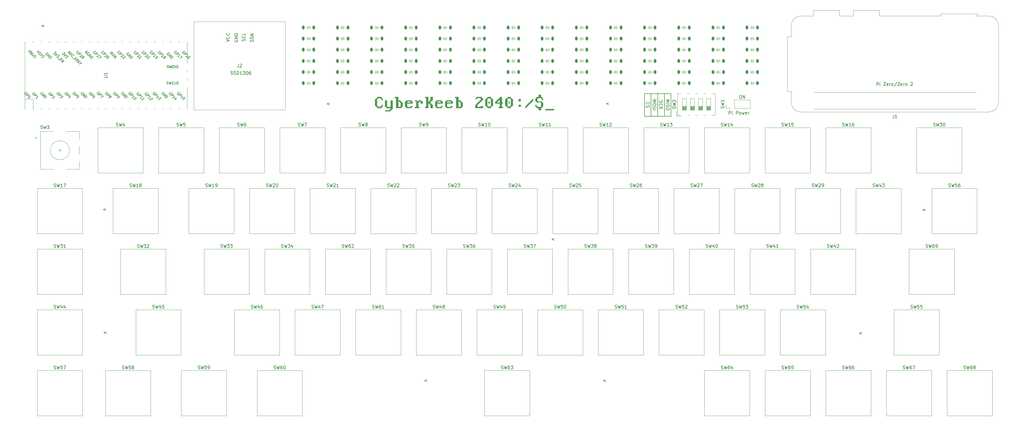
<source format=gto>
%TF.GenerationSoftware,KiCad,Pcbnew,7.0.8*%
%TF.CreationDate,2023-10-07T09:46:25-04:00*%
%TF.ProjectId,MainBoard,4d61696e-426f-4617-9264-2e6b69636164,rev?*%
%TF.SameCoordinates,Original*%
%TF.FileFunction,Legend,Top*%
%TF.FilePolarity,Positive*%
%FSLAX46Y46*%
G04 Gerber Fmt 4.6, Leading zero omitted, Abs format (unit mm)*
G04 Created by KiCad (PCBNEW 7.0.8) date 2023-10-07 09:46:25*
%MOMM*%
%LPD*%
G01*
G04 APERTURE LIST*
G04 Aperture macros list*
%AMRoundRect*
0 Rectangle with rounded corners*
0 $1 Rounding radius*
0 $2 $3 $4 $5 $6 $7 $8 $9 X,Y pos of 4 corners*
0 Add a 4 corners polygon primitive as box body*
4,1,4,$2,$3,$4,$5,$6,$7,$8,$9,$2,$3,0*
0 Add four circle primitives for the rounded corners*
1,1,$1+$1,$2,$3*
1,1,$1+$1,$4,$5*
1,1,$1+$1,$6,$7*
1,1,$1+$1,$8,$9*
0 Add four rect primitives between the rounded corners*
20,1,$1+$1,$2,$3,$4,$5,0*
20,1,$1+$1,$4,$5,$6,$7,0*
20,1,$1+$1,$6,$7,$8,$9,0*
20,1,$1+$1,$8,$9,$2,$3,0*%
G04 Aperture macros list end*
%ADD10C,0.150000*%
%ADD11C,0.500000*%
%ADD12C,0.100000*%
%ADD13C,0.120000*%
%ADD14R,1.600000X1.600000*%
%ADD15RoundRect,0.225000X-0.225000X-0.375000X0.225000X-0.375000X0.225000X0.375000X-0.225000X0.375000X0*%
%ADD16O,1.600000X1.600000*%
%ADD17C,3.048000*%
%ADD18C,3.987800*%
%ADD19C,2.700000*%
%ADD20R,1.700000X1.700000*%
%ADD21O,1.700000X1.700000*%
%ADD22C,2.750000*%
%ADD23R,2.000000X2.000000*%
%ADD24C,2.000000*%
%ADD25C,3.200000*%
%ADD26O,1.800000X1.800000*%
%ADD27O,1.500000X1.500000*%
%ADD28R,1.700000X3.500000*%
%ADD29R,3.500000X1.700000*%
%ADD30C,1.750000*%
%ADD31C,3.050000*%
%ADD32C,4.000000*%
%ADD33C,1.600000*%
G04 APERTURE END LIST*
D10*
X195173600Y-31724600D02*
X197256400Y-31724600D01*
X197256400Y-38862000D01*
X195173600Y-38862000D01*
X195173600Y-31724600D01*
X199339200Y-31724600D02*
X201422000Y-31724600D01*
X201422000Y-38862000D01*
X199339200Y-38862000D01*
X199339200Y-31724600D01*
X197256400Y-31724600D02*
X199339200Y-31724600D01*
X199339200Y-38862000D01*
X197256400Y-38862000D01*
X197256400Y-31724600D01*
X201422000Y-31724600D02*
X203504800Y-31724600D01*
X203504800Y-38862000D01*
X201422000Y-38862000D01*
X201422000Y-31724600D01*
X201958580Y-33709172D02*
X202958580Y-33709172D01*
X202958580Y-33709172D02*
X202244295Y-34042505D01*
X202244295Y-34042505D02*
X202958580Y-34375838D01*
X202958580Y-34375838D02*
X201958580Y-34375838D01*
X201958580Y-34852029D02*
X202958580Y-34852029D01*
X202006200Y-35280600D02*
X201958580Y-35423457D01*
X201958580Y-35423457D02*
X201958580Y-35661552D01*
X201958580Y-35661552D02*
X202006200Y-35756790D01*
X202006200Y-35756790D02*
X202053819Y-35804409D01*
X202053819Y-35804409D02*
X202149057Y-35852028D01*
X202149057Y-35852028D02*
X202244295Y-35852028D01*
X202244295Y-35852028D02*
X202339533Y-35804409D01*
X202339533Y-35804409D02*
X202387152Y-35756790D01*
X202387152Y-35756790D02*
X202434771Y-35661552D01*
X202434771Y-35661552D02*
X202482390Y-35471076D01*
X202482390Y-35471076D02*
X202530009Y-35375838D01*
X202530009Y-35375838D02*
X202577628Y-35328219D01*
X202577628Y-35328219D02*
X202672866Y-35280600D01*
X202672866Y-35280600D02*
X202768104Y-35280600D01*
X202768104Y-35280600D02*
X202863342Y-35328219D01*
X202863342Y-35328219D02*
X202910961Y-35375838D01*
X202910961Y-35375838D02*
X202958580Y-35471076D01*
X202958580Y-35471076D02*
X202958580Y-35709171D01*
X202958580Y-35709171D02*
X202910961Y-35852028D01*
X202958580Y-36471076D02*
X202958580Y-36661552D01*
X202958580Y-36661552D02*
X202910961Y-36756790D01*
X202910961Y-36756790D02*
X202815723Y-36852028D01*
X202815723Y-36852028D02*
X202625247Y-36899647D01*
X202625247Y-36899647D02*
X202291914Y-36899647D01*
X202291914Y-36899647D02*
X202101438Y-36852028D01*
X202101438Y-36852028D02*
X202006200Y-36756790D01*
X202006200Y-36756790D02*
X201958580Y-36661552D01*
X201958580Y-36661552D02*
X201958580Y-36471076D01*
X201958580Y-36471076D02*
X202006200Y-36375838D01*
X202006200Y-36375838D02*
X202101438Y-36280600D01*
X202101438Y-36280600D02*
X202291914Y-36232981D01*
X202291914Y-36232981D02*
X202625247Y-36232981D01*
X202625247Y-36232981D02*
X202815723Y-36280600D01*
X202815723Y-36280600D02*
X202910961Y-36375838D01*
X202910961Y-36375838D02*
X202958580Y-36471076D01*
X225257255Y-32289819D02*
X225447731Y-32289819D01*
X225447731Y-32289819D02*
X225542969Y-32337438D01*
X225542969Y-32337438D02*
X225638207Y-32432676D01*
X225638207Y-32432676D02*
X225685826Y-32623152D01*
X225685826Y-32623152D02*
X225685826Y-32956485D01*
X225685826Y-32956485D02*
X225638207Y-33146961D01*
X225638207Y-33146961D02*
X225542969Y-33242200D01*
X225542969Y-33242200D02*
X225447731Y-33289819D01*
X225447731Y-33289819D02*
X225257255Y-33289819D01*
X225257255Y-33289819D02*
X225162017Y-33242200D01*
X225162017Y-33242200D02*
X225066779Y-33146961D01*
X225066779Y-33146961D02*
X225019160Y-32956485D01*
X225019160Y-32956485D02*
X225019160Y-32623152D01*
X225019160Y-32623152D02*
X225066779Y-32432676D01*
X225066779Y-32432676D02*
X225162017Y-32337438D01*
X225162017Y-32337438D02*
X225257255Y-32289819D01*
X226114398Y-33289819D02*
X226114398Y-32289819D01*
X226114398Y-32289819D02*
X226685826Y-33289819D01*
X226685826Y-33289819D02*
X226685826Y-32289819D01*
X26092284Y-106492752D02*
X25330379Y-106778466D01*
X25330379Y-106778466D02*
X26092284Y-107064180D01*
X25939884Y-67859352D02*
X25177979Y-68145066D01*
X25177979Y-68145066D02*
X25939884Y-68430780D01*
X283292684Y-67960952D02*
X282530779Y-68246666D01*
X282530779Y-68246666D02*
X283292684Y-68532380D01*
X195805419Y-35113933D02*
X195757800Y-35066314D01*
X195757800Y-35066314D02*
X195710180Y-34923457D01*
X195710180Y-34923457D02*
X195710180Y-34828219D01*
X195710180Y-34828219D02*
X195757800Y-34685362D01*
X195757800Y-34685362D02*
X195853038Y-34590124D01*
X195853038Y-34590124D02*
X195948276Y-34542505D01*
X195948276Y-34542505D02*
X196138752Y-34494886D01*
X196138752Y-34494886D02*
X196281609Y-34494886D01*
X196281609Y-34494886D02*
X196472085Y-34542505D01*
X196472085Y-34542505D02*
X196567323Y-34590124D01*
X196567323Y-34590124D02*
X196662561Y-34685362D01*
X196662561Y-34685362D02*
X196710180Y-34828219D01*
X196710180Y-34828219D02*
X196710180Y-34923457D01*
X196710180Y-34923457D02*
X196662561Y-35066314D01*
X196662561Y-35066314D02*
X196614942Y-35113933D01*
X195757800Y-35494886D02*
X195710180Y-35637743D01*
X195710180Y-35637743D02*
X195710180Y-35875838D01*
X195710180Y-35875838D02*
X195757800Y-35971076D01*
X195757800Y-35971076D02*
X195805419Y-36018695D01*
X195805419Y-36018695D02*
X195900657Y-36066314D01*
X195900657Y-36066314D02*
X195995895Y-36066314D01*
X195995895Y-36066314D02*
X196091133Y-36018695D01*
X196091133Y-36018695D02*
X196138752Y-35971076D01*
X196138752Y-35971076D02*
X196186371Y-35875838D01*
X196186371Y-35875838D02*
X196233990Y-35685362D01*
X196233990Y-35685362D02*
X196281609Y-35590124D01*
X196281609Y-35590124D02*
X196329228Y-35542505D01*
X196329228Y-35542505D02*
X196424466Y-35494886D01*
X196424466Y-35494886D02*
X196519704Y-35494886D01*
X196519704Y-35494886D02*
X196614942Y-35542505D01*
X196614942Y-35542505D02*
X196662561Y-35590124D01*
X196662561Y-35590124D02*
X196710180Y-35685362D01*
X196710180Y-35685362D02*
X196710180Y-35923457D01*
X196710180Y-35923457D02*
X196662561Y-36066314D01*
D11*
G36*
X112248548Y-33176091D02*
G01*
X111545129Y-33176091D01*
X111545129Y-33488722D01*
X111193419Y-33488722D01*
X111193419Y-35614612D01*
X111545129Y-35614612D01*
X111545129Y-35927242D01*
X112248548Y-35927242D01*
X112248548Y-35614612D01*
X112600258Y-35614612D01*
X112600258Y-35239455D01*
X112951967Y-35239455D01*
X112951967Y-35927242D01*
X112600258Y-35927242D01*
X112600258Y-36302400D01*
X111193419Y-36302400D01*
X111193419Y-35927242D01*
X110841709Y-35927242D01*
X110841709Y-35614612D01*
X110490000Y-35614612D01*
X110490000Y-33488722D01*
X110841709Y-33488722D01*
X110841709Y-33176091D01*
X111193419Y-33176091D01*
X111193419Y-32800934D01*
X112600258Y-32800934D01*
X112600258Y-33176091D01*
X112951967Y-33176091D01*
X112951967Y-33863879D01*
X112600258Y-33863879D01*
X112600258Y-33488722D01*
X112248548Y-33488722D01*
X112248548Y-33176091D01*
G37*
G36*
X113639755Y-36990187D02*
G01*
X115046594Y-36990187D01*
X115046594Y-36677557D01*
X115398304Y-36677557D01*
X115398304Y-36302400D01*
X113991465Y-36302400D01*
X113991465Y-35927242D01*
X113639755Y-35927242D01*
X113639755Y-33863879D01*
X114343175Y-33863879D01*
X114343175Y-35927242D01*
X115398304Y-35927242D01*
X115398304Y-33863879D01*
X116101723Y-33863879D01*
X116101723Y-36677557D01*
X115750013Y-36677557D01*
X115750013Y-36990187D01*
X115398304Y-36990187D01*
X115398304Y-37365344D01*
X113639755Y-37365344D01*
X113639755Y-36990187D01*
G37*
G36*
X117844640Y-33863879D02*
G01*
X118548060Y-33863879D01*
X118548060Y-34239036D01*
X118899769Y-34239036D01*
X118899769Y-34551667D01*
X119251479Y-34551667D01*
X119251479Y-35927242D01*
X118899769Y-35927242D01*
X118899769Y-36302400D01*
X117141221Y-36302400D01*
X117141221Y-34239036D01*
X117844640Y-34239036D01*
X117844640Y-35927242D01*
X118548060Y-35927242D01*
X118548060Y-34551667D01*
X118196350Y-34551667D01*
X118196350Y-34239036D01*
X117844640Y-34239036D01*
X117141221Y-34239036D01*
X117141221Y-33176091D01*
X116789511Y-33176091D01*
X116789511Y-32800934D01*
X117844640Y-32800934D01*
X117844640Y-33863879D01*
G37*
G36*
X122049525Y-34239036D02*
G01*
X122401235Y-34239036D01*
X122401235Y-34926824D01*
X120642686Y-34926824D01*
X120642686Y-35927242D01*
X121697815Y-35989769D01*
X121697815Y-35614612D01*
X122401235Y-35614612D01*
X122401235Y-35927242D01*
X122049525Y-35927242D01*
X122049525Y-36302400D01*
X120290976Y-36302400D01*
X120290976Y-35927242D01*
X119939267Y-35927242D01*
X119939267Y-34239036D01*
X120290976Y-34239036D01*
X120642686Y-34239036D01*
X120642686Y-34551667D01*
X121697815Y-34551667D01*
X121697815Y-34239036D01*
X120642686Y-34239036D01*
X120290976Y-34239036D01*
X120290976Y-33863879D01*
X122049525Y-33863879D01*
X122049525Y-34239036D01*
G37*
G36*
X124495861Y-34551667D02*
G01*
X124144152Y-34551667D01*
X124144152Y-35927242D01*
X124495861Y-35927242D01*
X124495861Y-36302400D01*
X123089023Y-36302400D01*
X123089023Y-35927242D01*
X123440732Y-35927242D01*
X123440732Y-34239036D01*
X123089023Y-34239036D01*
X123089023Y-33863879D01*
X123792442Y-33863879D01*
X123792442Y-34239036D01*
X124144152Y-34239036D01*
X124144152Y-33863879D01*
X125199281Y-33863879D01*
X125199281Y-34239036D01*
X125550990Y-34239036D01*
X125550990Y-34926824D01*
X124847571Y-34926824D01*
X124847571Y-34239036D01*
X124495861Y-34239036D01*
X124495861Y-34551667D01*
G37*
G36*
X128349036Y-34239036D02*
G01*
X127997327Y-34176510D01*
X127997327Y-34864298D01*
X128349036Y-34864298D01*
X128349036Y-35239455D01*
X128700746Y-35239455D01*
X128700746Y-36302400D01*
X127997327Y-36302400D01*
X127997327Y-35239455D01*
X127645617Y-35239455D01*
X127645617Y-34864298D01*
X127293907Y-34864298D01*
X127293907Y-36302400D01*
X126238778Y-36302400D01*
X126238778Y-35927242D01*
X126590488Y-35927242D01*
X126590488Y-33176091D01*
X126238778Y-33176091D01*
X126238778Y-32800934D01*
X127293907Y-32800934D01*
X127293907Y-34239036D01*
X127645617Y-34239036D01*
X127645617Y-33863879D01*
X127997327Y-33863879D01*
X127997327Y-32800934D01*
X128700746Y-32800934D01*
X128700746Y-33863879D01*
X128349036Y-33863879D01*
X128349036Y-34239036D01*
G37*
G36*
X131498792Y-34239036D02*
G01*
X131850502Y-34239036D01*
X131850502Y-34926824D01*
X130091953Y-34926824D01*
X130091953Y-35927242D01*
X131147083Y-35989769D01*
X131147083Y-35614612D01*
X131850502Y-35614612D01*
X131850502Y-35927242D01*
X131498792Y-35927242D01*
X131498792Y-36302400D01*
X129740244Y-36302400D01*
X129740244Y-35927242D01*
X129388534Y-35927242D01*
X129388534Y-34239036D01*
X129740244Y-34239036D01*
X130091953Y-34239036D01*
X130091953Y-34551667D01*
X131147083Y-34551667D01*
X131147083Y-34239036D01*
X130091953Y-34239036D01*
X129740244Y-34239036D01*
X129740244Y-33863879D01*
X131498792Y-33863879D01*
X131498792Y-34239036D01*
G37*
G36*
X134648548Y-34239036D02*
G01*
X135000258Y-34239036D01*
X135000258Y-34926824D01*
X133241709Y-34926824D01*
X133241709Y-35927242D01*
X134296838Y-35989769D01*
X134296838Y-35614612D01*
X135000258Y-35614612D01*
X135000258Y-35927242D01*
X134648548Y-35927242D01*
X134648548Y-36302400D01*
X132890000Y-36302400D01*
X132890000Y-35927242D01*
X132538290Y-35927242D01*
X132538290Y-34239036D01*
X132890000Y-34239036D01*
X133241709Y-34239036D01*
X133241709Y-34551667D01*
X134296838Y-34551667D01*
X134296838Y-34239036D01*
X133241709Y-34239036D01*
X132890000Y-34239036D01*
X132890000Y-33863879D01*
X134648548Y-33863879D01*
X134648548Y-34239036D01*
G37*
G36*
X136743175Y-33863879D02*
G01*
X137446594Y-33863879D01*
X137446594Y-34239036D01*
X137798304Y-34239036D01*
X137798304Y-34551667D01*
X138150013Y-34551667D01*
X138150013Y-35927242D01*
X137798304Y-35927242D01*
X137798304Y-36302400D01*
X136039755Y-36302400D01*
X136039755Y-34239036D01*
X136743175Y-34239036D01*
X136743175Y-35927242D01*
X137446594Y-35927242D01*
X137446594Y-34551667D01*
X137094884Y-34551667D01*
X137094884Y-34239036D01*
X136743175Y-34239036D01*
X136039755Y-34239036D01*
X136039755Y-33176091D01*
X135688046Y-33176091D01*
X135688046Y-32800934D01*
X136743175Y-32800934D01*
X136743175Y-33863879D01*
G37*
G36*
X141987557Y-35239455D02*
G01*
X142339267Y-35239455D01*
X142339267Y-34864298D01*
X142690976Y-34864298D01*
X142690976Y-34551667D01*
X143042686Y-34551667D01*
X143042686Y-34239036D01*
X143394396Y-34239036D01*
X143394396Y-33863879D01*
X143746106Y-33863879D01*
X143746106Y-33176091D01*
X142690976Y-33113565D01*
X142690976Y-33488722D01*
X141987557Y-33488722D01*
X141987557Y-33176091D01*
X142339267Y-33176091D01*
X142339267Y-32800934D01*
X144097815Y-32800934D01*
X144097815Y-33176091D01*
X144449525Y-33176091D01*
X144449525Y-33863879D01*
X144097815Y-33863879D01*
X144097815Y-34239036D01*
X143746106Y-34239036D01*
X143746106Y-34551667D01*
X143394396Y-34551667D01*
X143394396Y-34864298D01*
X143042686Y-34864298D01*
X143042686Y-35239455D01*
X142690976Y-35239455D01*
X142690976Y-35927242D01*
X143746106Y-35927242D01*
X143746106Y-35614612D01*
X144449525Y-35614612D01*
X144449525Y-36302400D01*
X141987557Y-36302400D01*
X141987557Y-35239455D01*
G37*
G36*
X146544152Y-34864298D02*
G01*
X146192442Y-34864298D01*
X146192442Y-34176510D01*
X146544152Y-34176510D01*
X146544152Y-34864298D01*
G37*
G36*
X146895861Y-33176091D02*
G01*
X147247571Y-33176091D01*
X147247571Y-33488722D01*
X147599281Y-33488722D01*
X147599281Y-35614612D01*
X147247571Y-35614612D01*
X147247571Y-35927242D01*
X146895861Y-35927242D01*
X146895861Y-36302400D01*
X145840732Y-36302400D01*
X145840732Y-35927242D01*
X145489023Y-35927242D01*
X145489023Y-35614612D01*
X145840732Y-35614612D01*
X146192442Y-35614612D01*
X146192442Y-35927242D01*
X146544152Y-35927242D01*
X146544152Y-35614612D01*
X146895861Y-35614612D01*
X146895861Y-33488722D01*
X146544152Y-33488722D01*
X146544152Y-33176091D01*
X146192442Y-33176091D01*
X146192442Y-33488722D01*
X145840732Y-33488722D01*
X145840732Y-35614612D01*
X145489023Y-35614612D01*
X145137313Y-35614612D01*
X145137313Y-33488722D01*
X145489023Y-33488722D01*
X145489023Y-33176091D01*
X145840732Y-33176091D01*
X145840732Y-32800934D01*
X146895861Y-32800934D01*
X146895861Y-33176091D01*
G37*
G36*
X150397327Y-34551667D02*
G01*
X150749036Y-34551667D01*
X150749036Y-34926824D01*
X150397327Y-34926824D01*
X150397327Y-35927242D01*
X150749036Y-35927242D01*
X150749036Y-36302400D01*
X149342198Y-36302400D01*
X149342198Y-35927242D01*
X149693907Y-35927242D01*
X149693907Y-34926824D01*
X148287069Y-34926824D01*
X148287069Y-34551667D01*
X148990488Y-34551667D01*
X149693907Y-34551667D01*
X149693907Y-33863879D01*
X149342198Y-33863879D01*
X149342198Y-34239036D01*
X148990488Y-34239036D01*
X148990488Y-34551667D01*
X148287069Y-34551667D01*
X148287069Y-34239036D01*
X148638778Y-34239036D01*
X148638778Y-33863879D01*
X148990488Y-33863879D01*
X148990488Y-33551248D01*
X149342198Y-33551248D01*
X149342198Y-33176091D01*
X149693907Y-33176091D01*
X149693907Y-32800934D01*
X150397327Y-32800934D01*
X150397327Y-34551667D01*
G37*
G36*
X152843663Y-34864298D02*
G01*
X152491953Y-34864298D01*
X152491953Y-34176510D01*
X152843663Y-34176510D01*
X152843663Y-34864298D01*
G37*
G36*
X153195373Y-33176091D02*
G01*
X153547083Y-33176091D01*
X153547083Y-33488722D01*
X153898792Y-33488722D01*
X153898792Y-35614612D01*
X153547083Y-35614612D01*
X153547083Y-35927242D01*
X153195373Y-35927242D01*
X153195373Y-36302400D01*
X152140244Y-36302400D01*
X152140244Y-35927242D01*
X151788534Y-35927242D01*
X151788534Y-35614612D01*
X152140244Y-35614612D01*
X152491953Y-35614612D01*
X152491953Y-35927242D01*
X152843663Y-35927242D01*
X152843663Y-35614612D01*
X153195373Y-35614612D01*
X153195373Y-33488722D01*
X152843663Y-33488722D01*
X152843663Y-33176091D01*
X152491953Y-33176091D01*
X152491953Y-33488722D01*
X152140244Y-33488722D01*
X152140244Y-35614612D01*
X151788534Y-35614612D01*
X151436824Y-35614612D01*
X151436824Y-33488722D01*
X151788534Y-33488722D01*
X151788534Y-33176091D01*
X152140244Y-33176091D01*
X152140244Y-32800934D01*
X153195373Y-32800934D01*
X153195373Y-33176091D01*
G37*
G36*
X155641709Y-35239455D02*
G01*
X156345129Y-35239455D01*
X156345129Y-35927242D01*
X155641709Y-35927242D01*
X155641709Y-35239455D01*
G37*
G36*
X155641709Y-33488722D02*
G01*
X156345129Y-33488722D01*
X156345129Y-34176510D01*
X155641709Y-34176510D01*
X155641709Y-33488722D01*
G37*
G36*
X159846594Y-34551667D02*
G01*
X159494884Y-34551667D01*
X159494884Y-34926824D01*
X159143175Y-34926824D01*
X159143175Y-35239455D01*
X158791465Y-35239455D01*
X158791465Y-35614612D01*
X158439755Y-35614612D01*
X158439755Y-35927242D01*
X158088046Y-35927242D01*
X158088046Y-36302400D01*
X157736336Y-36302400D01*
X157736336Y-35614612D01*
X158088046Y-35614612D01*
X158088046Y-35239455D01*
X158439755Y-35239455D01*
X158439755Y-34926824D01*
X158791465Y-34926824D01*
X158791465Y-34551667D01*
X159143175Y-34551667D01*
X159143175Y-34176510D01*
X159494884Y-34239036D01*
X159494884Y-33863879D01*
X159846594Y-33863879D01*
X159846594Y-33488722D01*
X160198304Y-33488722D01*
X160198304Y-34176510D01*
X159846594Y-34176510D01*
X159846594Y-34551667D01*
G37*
G36*
X162644640Y-33176091D02*
G01*
X161589511Y-33176091D01*
X161589511Y-34239036D01*
X162996350Y-34176510D01*
X162996350Y-34551667D01*
X163348060Y-34489141D01*
X163348060Y-35927242D01*
X162996350Y-35927242D01*
X162996350Y-36302400D01*
X162644640Y-36302400D01*
X162644640Y-36990187D01*
X161941221Y-36990187D01*
X161941221Y-36302400D01*
X161237801Y-36302400D01*
X161237801Y-35927242D01*
X160886092Y-35927242D01*
X160886092Y-35239455D01*
X161237801Y-35239455D01*
X161237801Y-35614612D01*
X161589511Y-35614612D01*
X161589511Y-35927242D01*
X162644640Y-35927242D01*
X162644640Y-34489141D01*
X161237801Y-34551667D01*
X161237801Y-34239036D01*
X160886092Y-34176510D01*
X160886092Y-33176091D01*
X161237801Y-33176091D01*
X161237801Y-32800934D01*
X161941221Y-32800934D01*
X161941221Y-32113146D01*
X162644640Y-32113146D01*
X162644640Y-32800934D01*
X162996350Y-32800934D01*
X162996350Y-33176091D01*
X163348060Y-33176091D01*
X163348060Y-33863879D01*
X162996350Y-33863879D01*
X162996350Y-33488722D01*
X162644640Y-33488722D01*
X162644640Y-33176091D01*
G37*
G36*
X164035847Y-36615030D02*
G01*
X166849525Y-36615030D01*
X166849525Y-36990187D01*
X164035847Y-36990187D01*
X164035847Y-36615030D01*
G37*
D10*
X96170884Y-34712352D02*
X95408979Y-34998066D01*
X95408979Y-34998066D02*
X96170884Y-35283780D01*
X197792980Y-33709172D02*
X198792980Y-33709172D01*
X198792980Y-33709172D02*
X198078695Y-34042505D01*
X198078695Y-34042505D02*
X198792980Y-34375838D01*
X198792980Y-34375838D02*
X197792980Y-34375838D01*
X198792980Y-35042505D02*
X198792980Y-35232981D01*
X198792980Y-35232981D02*
X198745361Y-35328219D01*
X198745361Y-35328219D02*
X198650123Y-35423457D01*
X198650123Y-35423457D02*
X198459647Y-35471076D01*
X198459647Y-35471076D02*
X198126314Y-35471076D01*
X198126314Y-35471076D02*
X197935838Y-35423457D01*
X197935838Y-35423457D02*
X197840600Y-35328219D01*
X197840600Y-35328219D02*
X197792980Y-35232981D01*
X197792980Y-35232981D02*
X197792980Y-35042505D01*
X197792980Y-35042505D02*
X197840600Y-34947267D01*
X197840600Y-34947267D02*
X197935838Y-34852029D01*
X197935838Y-34852029D02*
X198126314Y-34804410D01*
X198126314Y-34804410D02*
X198459647Y-34804410D01*
X198459647Y-34804410D02*
X198650123Y-34852029D01*
X198650123Y-34852029D02*
X198745361Y-34947267D01*
X198745361Y-34947267D02*
X198792980Y-35042505D01*
X197840600Y-35852029D02*
X197792980Y-35994886D01*
X197792980Y-35994886D02*
X197792980Y-36232981D01*
X197792980Y-36232981D02*
X197840600Y-36328219D01*
X197840600Y-36328219D02*
X197888219Y-36375838D01*
X197888219Y-36375838D02*
X197983457Y-36423457D01*
X197983457Y-36423457D02*
X198078695Y-36423457D01*
X198078695Y-36423457D02*
X198173933Y-36375838D01*
X198173933Y-36375838D02*
X198221552Y-36328219D01*
X198221552Y-36328219D02*
X198269171Y-36232981D01*
X198269171Y-36232981D02*
X198316790Y-36042505D01*
X198316790Y-36042505D02*
X198364409Y-35947267D01*
X198364409Y-35947267D02*
X198412028Y-35899648D01*
X198412028Y-35899648D02*
X198507266Y-35852029D01*
X198507266Y-35852029D02*
X198602504Y-35852029D01*
X198602504Y-35852029D02*
X198697742Y-35899648D01*
X198697742Y-35899648D02*
X198745361Y-35947267D01*
X198745361Y-35947267D02*
X198792980Y-36042505D01*
X198792980Y-36042505D02*
X198792980Y-36280600D01*
X198792980Y-36280600D02*
X198745361Y-36423457D01*
X197792980Y-36852029D02*
X198792980Y-36852029D01*
X6534284Y-10226752D02*
X5772379Y-10512466D01*
X5772379Y-10512466D02*
X6534284Y-10798180D01*
X268129761Y-29244819D02*
X268129761Y-28244819D01*
X268129761Y-28244819D02*
X268510713Y-28244819D01*
X268510713Y-28244819D02*
X268605951Y-28292438D01*
X268605951Y-28292438D02*
X268653570Y-28340057D01*
X268653570Y-28340057D02*
X268701189Y-28435295D01*
X268701189Y-28435295D02*
X268701189Y-28578152D01*
X268701189Y-28578152D02*
X268653570Y-28673390D01*
X268653570Y-28673390D02*
X268605951Y-28721009D01*
X268605951Y-28721009D02*
X268510713Y-28768628D01*
X268510713Y-28768628D02*
X268129761Y-28768628D01*
X269129761Y-29244819D02*
X269129761Y-28578152D01*
X269129761Y-28244819D02*
X269082142Y-28292438D01*
X269082142Y-28292438D02*
X269129761Y-28340057D01*
X269129761Y-28340057D02*
X269177380Y-28292438D01*
X269177380Y-28292438D02*
X269129761Y-28244819D01*
X269129761Y-28244819D02*
X269129761Y-28340057D01*
X270272618Y-28244819D02*
X270939284Y-28244819D01*
X270939284Y-28244819D02*
X270272618Y-29244819D01*
X270272618Y-29244819D02*
X270939284Y-29244819D01*
X271701189Y-29197200D02*
X271605951Y-29244819D01*
X271605951Y-29244819D02*
X271415475Y-29244819D01*
X271415475Y-29244819D02*
X271320237Y-29197200D01*
X271320237Y-29197200D02*
X271272618Y-29101961D01*
X271272618Y-29101961D02*
X271272618Y-28721009D01*
X271272618Y-28721009D02*
X271320237Y-28625771D01*
X271320237Y-28625771D02*
X271415475Y-28578152D01*
X271415475Y-28578152D02*
X271605951Y-28578152D01*
X271605951Y-28578152D02*
X271701189Y-28625771D01*
X271701189Y-28625771D02*
X271748808Y-28721009D01*
X271748808Y-28721009D02*
X271748808Y-28816247D01*
X271748808Y-28816247D02*
X271272618Y-28911485D01*
X272177380Y-29244819D02*
X272177380Y-28578152D01*
X272177380Y-28768628D02*
X272224999Y-28673390D01*
X272224999Y-28673390D02*
X272272618Y-28625771D01*
X272272618Y-28625771D02*
X272367856Y-28578152D01*
X272367856Y-28578152D02*
X272463094Y-28578152D01*
X272939285Y-29244819D02*
X272844047Y-29197200D01*
X272844047Y-29197200D02*
X272796428Y-29149580D01*
X272796428Y-29149580D02*
X272748809Y-29054342D01*
X272748809Y-29054342D02*
X272748809Y-28768628D01*
X272748809Y-28768628D02*
X272796428Y-28673390D01*
X272796428Y-28673390D02*
X272844047Y-28625771D01*
X272844047Y-28625771D02*
X272939285Y-28578152D01*
X272939285Y-28578152D02*
X273082142Y-28578152D01*
X273082142Y-28578152D02*
X273177380Y-28625771D01*
X273177380Y-28625771D02*
X273224999Y-28673390D01*
X273224999Y-28673390D02*
X273272618Y-28768628D01*
X273272618Y-28768628D02*
X273272618Y-29054342D01*
X273272618Y-29054342D02*
X273224999Y-29149580D01*
X273224999Y-29149580D02*
X273177380Y-29197200D01*
X273177380Y-29197200D02*
X273082142Y-29244819D01*
X273082142Y-29244819D02*
X272939285Y-29244819D01*
X274415475Y-28197200D02*
X273558333Y-29482914D01*
X274653571Y-28244819D02*
X275320237Y-28244819D01*
X275320237Y-28244819D02*
X274653571Y-29244819D01*
X274653571Y-29244819D02*
X275320237Y-29244819D01*
X276082142Y-29197200D02*
X275986904Y-29244819D01*
X275986904Y-29244819D02*
X275796428Y-29244819D01*
X275796428Y-29244819D02*
X275701190Y-29197200D01*
X275701190Y-29197200D02*
X275653571Y-29101961D01*
X275653571Y-29101961D02*
X275653571Y-28721009D01*
X275653571Y-28721009D02*
X275701190Y-28625771D01*
X275701190Y-28625771D02*
X275796428Y-28578152D01*
X275796428Y-28578152D02*
X275986904Y-28578152D01*
X275986904Y-28578152D02*
X276082142Y-28625771D01*
X276082142Y-28625771D02*
X276129761Y-28721009D01*
X276129761Y-28721009D02*
X276129761Y-28816247D01*
X276129761Y-28816247D02*
X275653571Y-28911485D01*
X276558333Y-29244819D02*
X276558333Y-28578152D01*
X276558333Y-28768628D02*
X276605952Y-28673390D01*
X276605952Y-28673390D02*
X276653571Y-28625771D01*
X276653571Y-28625771D02*
X276748809Y-28578152D01*
X276748809Y-28578152D02*
X276844047Y-28578152D01*
X277320238Y-29244819D02*
X277225000Y-29197200D01*
X277225000Y-29197200D02*
X277177381Y-29149580D01*
X277177381Y-29149580D02*
X277129762Y-29054342D01*
X277129762Y-29054342D02*
X277129762Y-28768628D01*
X277129762Y-28768628D02*
X277177381Y-28673390D01*
X277177381Y-28673390D02*
X277225000Y-28625771D01*
X277225000Y-28625771D02*
X277320238Y-28578152D01*
X277320238Y-28578152D02*
X277463095Y-28578152D01*
X277463095Y-28578152D02*
X277558333Y-28625771D01*
X277558333Y-28625771D02*
X277605952Y-28673390D01*
X277605952Y-28673390D02*
X277653571Y-28768628D01*
X277653571Y-28768628D02*
X277653571Y-29054342D01*
X277653571Y-29054342D02*
X277605952Y-29149580D01*
X277605952Y-29149580D02*
X277558333Y-29197200D01*
X277558333Y-29197200D02*
X277463095Y-29244819D01*
X277463095Y-29244819D02*
X277320238Y-29244819D01*
X278796429Y-28340057D02*
X278844048Y-28292438D01*
X278844048Y-28292438D02*
X278939286Y-28244819D01*
X278939286Y-28244819D02*
X279177381Y-28244819D01*
X279177381Y-28244819D02*
X279272619Y-28292438D01*
X279272619Y-28292438D02*
X279320238Y-28340057D01*
X279320238Y-28340057D02*
X279367857Y-28435295D01*
X279367857Y-28435295D02*
X279367857Y-28530533D01*
X279367857Y-28530533D02*
X279320238Y-28673390D01*
X279320238Y-28673390D02*
X278748810Y-29244819D01*
X278748810Y-29244819D02*
X279367857Y-29244819D01*
X183013484Y-121580352D02*
X182251579Y-121866066D01*
X182251579Y-121866066D02*
X183013484Y-122151780D01*
X183902484Y-34636152D02*
X183140579Y-34921866D01*
X183140579Y-34921866D02*
X183902484Y-35207580D01*
X166808284Y-77206552D02*
X166046379Y-77492266D01*
X166046379Y-77492266D02*
X166808284Y-77777980D01*
X199923400Y-33994886D02*
X199875780Y-34137743D01*
X199875780Y-34137743D02*
X199875780Y-34375838D01*
X199875780Y-34375838D02*
X199923400Y-34471076D01*
X199923400Y-34471076D02*
X199971019Y-34518695D01*
X199971019Y-34518695D02*
X200066257Y-34566314D01*
X200066257Y-34566314D02*
X200161495Y-34566314D01*
X200161495Y-34566314D02*
X200256733Y-34518695D01*
X200256733Y-34518695D02*
X200304352Y-34471076D01*
X200304352Y-34471076D02*
X200351971Y-34375838D01*
X200351971Y-34375838D02*
X200399590Y-34185362D01*
X200399590Y-34185362D02*
X200447209Y-34090124D01*
X200447209Y-34090124D02*
X200494828Y-34042505D01*
X200494828Y-34042505D02*
X200590066Y-33994886D01*
X200590066Y-33994886D02*
X200685304Y-33994886D01*
X200685304Y-33994886D02*
X200780542Y-34042505D01*
X200780542Y-34042505D02*
X200828161Y-34090124D01*
X200828161Y-34090124D02*
X200875780Y-34185362D01*
X200875780Y-34185362D02*
X200875780Y-34423457D01*
X200875780Y-34423457D02*
X200828161Y-34566314D01*
X199971019Y-35566314D02*
X199923400Y-35518695D01*
X199923400Y-35518695D02*
X199875780Y-35375838D01*
X199875780Y-35375838D02*
X199875780Y-35280600D01*
X199875780Y-35280600D02*
X199923400Y-35137743D01*
X199923400Y-35137743D02*
X200018638Y-35042505D01*
X200018638Y-35042505D02*
X200113876Y-34994886D01*
X200113876Y-34994886D02*
X200304352Y-34947267D01*
X200304352Y-34947267D02*
X200447209Y-34947267D01*
X200447209Y-34947267D02*
X200637685Y-34994886D01*
X200637685Y-34994886D02*
X200732923Y-35042505D01*
X200732923Y-35042505D02*
X200828161Y-35137743D01*
X200828161Y-35137743D02*
X200875780Y-35280600D01*
X200875780Y-35280600D02*
X200875780Y-35375838D01*
X200875780Y-35375838D02*
X200828161Y-35518695D01*
X200828161Y-35518695D02*
X200780542Y-35566314D01*
X199875780Y-35994886D02*
X200875780Y-35994886D01*
X199875780Y-36566314D02*
X200447209Y-36137743D01*
X200875780Y-36566314D02*
X200304352Y-35994886D01*
X65239160Y-25722200D02*
X65382017Y-25769819D01*
X65382017Y-25769819D02*
X65620112Y-25769819D01*
X65620112Y-25769819D02*
X65715350Y-25722200D01*
X65715350Y-25722200D02*
X65762969Y-25674580D01*
X65762969Y-25674580D02*
X65810588Y-25579342D01*
X65810588Y-25579342D02*
X65810588Y-25484104D01*
X65810588Y-25484104D02*
X65762969Y-25388866D01*
X65762969Y-25388866D02*
X65715350Y-25341247D01*
X65715350Y-25341247D02*
X65620112Y-25293628D01*
X65620112Y-25293628D02*
X65429636Y-25246009D01*
X65429636Y-25246009D02*
X65334398Y-25198390D01*
X65334398Y-25198390D02*
X65286779Y-25150771D01*
X65286779Y-25150771D02*
X65239160Y-25055533D01*
X65239160Y-25055533D02*
X65239160Y-24960295D01*
X65239160Y-24960295D02*
X65286779Y-24865057D01*
X65286779Y-24865057D02*
X65334398Y-24817438D01*
X65334398Y-24817438D02*
X65429636Y-24769819D01*
X65429636Y-24769819D02*
X65667731Y-24769819D01*
X65667731Y-24769819D02*
X65810588Y-24817438D01*
X66191541Y-25722200D02*
X66334398Y-25769819D01*
X66334398Y-25769819D02*
X66572493Y-25769819D01*
X66572493Y-25769819D02*
X66667731Y-25722200D01*
X66667731Y-25722200D02*
X66715350Y-25674580D01*
X66715350Y-25674580D02*
X66762969Y-25579342D01*
X66762969Y-25579342D02*
X66762969Y-25484104D01*
X66762969Y-25484104D02*
X66715350Y-25388866D01*
X66715350Y-25388866D02*
X66667731Y-25341247D01*
X66667731Y-25341247D02*
X66572493Y-25293628D01*
X66572493Y-25293628D02*
X66382017Y-25246009D01*
X66382017Y-25246009D02*
X66286779Y-25198390D01*
X66286779Y-25198390D02*
X66239160Y-25150771D01*
X66239160Y-25150771D02*
X66191541Y-25055533D01*
X66191541Y-25055533D02*
X66191541Y-24960295D01*
X66191541Y-24960295D02*
X66239160Y-24865057D01*
X66239160Y-24865057D02*
X66286779Y-24817438D01*
X66286779Y-24817438D02*
X66382017Y-24769819D01*
X66382017Y-24769819D02*
X66620112Y-24769819D01*
X66620112Y-24769819D02*
X66762969Y-24817438D01*
X67191541Y-25769819D02*
X67191541Y-24769819D01*
X67191541Y-24769819D02*
X67429636Y-24769819D01*
X67429636Y-24769819D02*
X67572493Y-24817438D01*
X67572493Y-24817438D02*
X67667731Y-24912676D01*
X67667731Y-24912676D02*
X67715350Y-25007914D01*
X67715350Y-25007914D02*
X67762969Y-25198390D01*
X67762969Y-25198390D02*
X67762969Y-25341247D01*
X67762969Y-25341247D02*
X67715350Y-25531723D01*
X67715350Y-25531723D02*
X67667731Y-25626961D01*
X67667731Y-25626961D02*
X67572493Y-25722200D01*
X67572493Y-25722200D02*
X67429636Y-25769819D01*
X67429636Y-25769819D02*
X67191541Y-25769819D01*
X68715350Y-25769819D02*
X68143922Y-25769819D01*
X68429636Y-25769819D02*
X68429636Y-24769819D01*
X68429636Y-24769819D02*
X68334398Y-24912676D01*
X68334398Y-24912676D02*
X68239160Y-25007914D01*
X68239160Y-25007914D02*
X68143922Y-25055533D01*
X69048684Y-24769819D02*
X69667731Y-24769819D01*
X69667731Y-24769819D02*
X69334398Y-25150771D01*
X69334398Y-25150771D02*
X69477255Y-25150771D01*
X69477255Y-25150771D02*
X69572493Y-25198390D01*
X69572493Y-25198390D02*
X69620112Y-25246009D01*
X69620112Y-25246009D02*
X69667731Y-25341247D01*
X69667731Y-25341247D02*
X69667731Y-25579342D01*
X69667731Y-25579342D02*
X69620112Y-25674580D01*
X69620112Y-25674580D02*
X69572493Y-25722200D01*
X69572493Y-25722200D02*
X69477255Y-25769819D01*
X69477255Y-25769819D02*
X69191541Y-25769819D01*
X69191541Y-25769819D02*
X69096303Y-25722200D01*
X69096303Y-25722200D02*
X69048684Y-25674580D01*
X70286779Y-24769819D02*
X70382017Y-24769819D01*
X70382017Y-24769819D02*
X70477255Y-24817438D01*
X70477255Y-24817438D02*
X70524874Y-24865057D01*
X70524874Y-24865057D02*
X70572493Y-24960295D01*
X70572493Y-24960295D02*
X70620112Y-25150771D01*
X70620112Y-25150771D02*
X70620112Y-25388866D01*
X70620112Y-25388866D02*
X70572493Y-25579342D01*
X70572493Y-25579342D02*
X70524874Y-25674580D01*
X70524874Y-25674580D02*
X70477255Y-25722200D01*
X70477255Y-25722200D02*
X70382017Y-25769819D01*
X70382017Y-25769819D02*
X70286779Y-25769819D01*
X70286779Y-25769819D02*
X70191541Y-25722200D01*
X70191541Y-25722200D02*
X70143922Y-25674580D01*
X70143922Y-25674580D02*
X70096303Y-25579342D01*
X70096303Y-25579342D02*
X70048684Y-25388866D01*
X70048684Y-25388866D02*
X70048684Y-25150771D01*
X70048684Y-25150771D02*
X70096303Y-24960295D01*
X70096303Y-24960295D02*
X70143922Y-24865057D01*
X70143922Y-24865057D02*
X70191541Y-24817438D01*
X70191541Y-24817438D02*
X70286779Y-24769819D01*
X71477255Y-24769819D02*
X71286779Y-24769819D01*
X71286779Y-24769819D02*
X71191541Y-24817438D01*
X71191541Y-24817438D02*
X71143922Y-24865057D01*
X71143922Y-24865057D02*
X71048684Y-25007914D01*
X71048684Y-25007914D02*
X71001065Y-25198390D01*
X71001065Y-25198390D02*
X71001065Y-25579342D01*
X71001065Y-25579342D02*
X71048684Y-25674580D01*
X71048684Y-25674580D02*
X71096303Y-25722200D01*
X71096303Y-25722200D02*
X71191541Y-25769819D01*
X71191541Y-25769819D02*
X71382017Y-25769819D01*
X71382017Y-25769819D02*
X71477255Y-25722200D01*
X71477255Y-25722200D02*
X71524874Y-25674580D01*
X71524874Y-25674580D02*
X71572493Y-25579342D01*
X71572493Y-25579342D02*
X71572493Y-25341247D01*
X71572493Y-25341247D02*
X71524874Y-25246009D01*
X71524874Y-25246009D02*
X71477255Y-25198390D01*
X71477255Y-25198390D02*
X71382017Y-25150771D01*
X71382017Y-25150771D02*
X71191541Y-25150771D01*
X71191541Y-25150771D02*
X71096303Y-25198390D01*
X71096303Y-25198390D02*
X71048684Y-25246009D01*
X71048684Y-25246009D02*
X71001065Y-25341247D01*
X263429884Y-106695952D02*
X262667979Y-106981666D01*
X262667979Y-106981666D02*
X263429884Y-107267380D01*
X126854084Y-121529552D02*
X126092179Y-121815266D01*
X126092179Y-121815266D02*
X126854084Y-122100980D01*
X221723179Y-38249219D02*
X221723179Y-37249219D01*
X221723179Y-37249219D02*
X222104131Y-37249219D01*
X222104131Y-37249219D02*
X222199369Y-37296838D01*
X222199369Y-37296838D02*
X222246988Y-37344457D01*
X222246988Y-37344457D02*
X222294607Y-37439695D01*
X222294607Y-37439695D02*
X222294607Y-37582552D01*
X222294607Y-37582552D02*
X222246988Y-37677790D01*
X222246988Y-37677790D02*
X222199369Y-37725409D01*
X222199369Y-37725409D02*
X222104131Y-37773028D01*
X222104131Y-37773028D02*
X221723179Y-37773028D01*
X222723179Y-38249219D02*
X222723179Y-37582552D01*
X222723179Y-37249219D02*
X222675560Y-37296838D01*
X222675560Y-37296838D02*
X222723179Y-37344457D01*
X222723179Y-37344457D02*
X222770798Y-37296838D01*
X222770798Y-37296838D02*
X222723179Y-37249219D01*
X222723179Y-37249219D02*
X222723179Y-37344457D01*
X223961274Y-38249219D02*
X223961274Y-37249219D01*
X223961274Y-37249219D02*
X224342226Y-37249219D01*
X224342226Y-37249219D02*
X224437464Y-37296838D01*
X224437464Y-37296838D02*
X224485083Y-37344457D01*
X224485083Y-37344457D02*
X224532702Y-37439695D01*
X224532702Y-37439695D02*
X224532702Y-37582552D01*
X224532702Y-37582552D02*
X224485083Y-37677790D01*
X224485083Y-37677790D02*
X224437464Y-37725409D01*
X224437464Y-37725409D02*
X224342226Y-37773028D01*
X224342226Y-37773028D02*
X223961274Y-37773028D01*
X225104131Y-38249219D02*
X225008893Y-38201600D01*
X225008893Y-38201600D02*
X224961274Y-38153980D01*
X224961274Y-38153980D02*
X224913655Y-38058742D01*
X224913655Y-38058742D02*
X224913655Y-37773028D01*
X224913655Y-37773028D02*
X224961274Y-37677790D01*
X224961274Y-37677790D02*
X225008893Y-37630171D01*
X225008893Y-37630171D02*
X225104131Y-37582552D01*
X225104131Y-37582552D02*
X225246988Y-37582552D01*
X225246988Y-37582552D02*
X225342226Y-37630171D01*
X225342226Y-37630171D02*
X225389845Y-37677790D01*
X225389845Y-37677790D02*
X225437464Y-37773028D01*
X225437464Y-37773028D02*
X225437464Y-38058742D01*
X225437464Y-38058742D02*
X225389845Y-38153980D01*
X225389845Y-38153980D02*
X225342226Y-38201600D01*
X225342226Y-38201600D02*
X225246988Y-38249219D01*
X225246988Y-38249219D02*
X225104131Y-38249219D01*
X225770798Y-37582552D02*
X225961274Y-38249219D01*
X225961274Y-38249219D02*
X226151750Y-37773028D01*
X226151750Y-37773028D02*
X226342226Y-38249219D01*
X226342226Y-38249219D02*
X226532702Y-37582552D01*
X227294607Y-38201600D02*
X227199369Y-38249219D01*
X227199369Y-38249219D02*
X227008893Y-38249219D01*
X227008893Y-38249219D02*
X226913655Y-38201600D01*
X226913655Y-38201600D02*
X226866036Y-38106361D01*
X226866036Y-38106361D02*
X226866036Y-37725409D01*
X226866036Y-37725409D02*
X226913655Y-37630171D01*
X226913655Y-37630171D02*
X227008893Y-37582552D01*
X227008893Y-37582552D02*
X227199369Y-37582552D01*
X227199369Y-37582552D02*
X227294607Y-37630171D01*
X227294607Y-37630171D02*
X227342226Y-37725409D01*
X227342226Y-37725409D02*
X227342226Y-37820647D01*
X227342226Y-37820647D02*
X226866036Y-37915885D01*
X227770798Y-38249219D02*
X227770798Y-37582552D01*
X227770798Y-37773028D02*
X227818417Y-37677790D01*
X227818417Y-37677790D02*
X227866036Y-37630171D01*
X227866036Y-37630171D02*
X227961274Y-37582552D01*
X227961274Y-37582552D02*
X228056512Y-37582552D01*
X67666666Y-22454819D02*
X67666666Y-23169104D01*
X67666666Y-23169104D02*
X67619047Y-23311961D01*
X67619047Y-23311961D02*
X67523809Y-23407200D01*
X67523809Y-23407200D02*
X67380952Y-23454819D01*
X67380952Y-23454819D02*
X67285714Y-23454819D01*
X68095238Y-22550057D02*
X68142857Y-22502438D01*
X68142857Y-22502438D02*
X68238095Y-22454819D01*
X68238095Y-22454819D02*
X68476190Y-22454819D01*
X68476190Y-22454819D02*
X68571428Y-22502438D01*
X68571428Y-22502438D02*
X68619047Y-22550057D01*
X68619047Y-22550057D02*
X68666666Y-22645295D01*
X68666666Y-22645295D02*
X68666666Y-22740533D01*
X68666666Y-22740533D02*
X68619047Y-22883390D01*
X68619047Y-22883390D02*
X68047619Y-23454819D01*
X68047619Y-23454819D02*
X68666666Y-23454819D01*
X63804819Y-15433332D02*
X64804819Y-15099999D01*
X64804819Y-15099999D02*
X63804819Y-14766666D01*
X64709580Y-13861904D02*
X64757200Y-13909523D01*
X64757200Y-13909523D02*
X64804819Y-14052380D01*
X64804819Y-14052380D02*
X64804819Y-14147618D01*
X64804819Y-14147618D02*
X64757200Y-14290475D01*
X64757200Y-14290475D02*
X64661961Y-14385713D01*
X64661961Y-14385713D02*
X64566723Y-14433332D01*
X64566723Y-14433332D02*
X64376247Y-14480951D01*
X64376247Y-14480951D02*
X64233390Y-14480951D01*
X64233390Y-14480951D02*
X64042914Y-14433332D01*
X64042914Y-14433332D02*
X63947676Y-14385713D01*
X63947676Y-14385713D02*
X63852438Y-14290475D01*
X63852438Y-14290475D02*
X63804819Y-14147618D01*
X63804819Y-14147618D02*
X63804819Y-14052380D01*
X63804819Y-14052380D02*
X63852438Y-13909523D01*
X63852438Y-13909523D02*
X63900057Y-13861904D01*
X64709580Y-12861904D02*
X64757200Y-12909523D01*
X64757200Y-12909523D02*
X64804819Y-13052380D01*
X64804819Y-13052380D02*
X64804819Y-13147618D01*
X64804819Y-13147618D02*
X64757200Y-13290475D01*
X64757200Y-13290475D02*
X64661961Y-13385713D01*
X64661961Y-13385713D02*
X64566723Y-13433332D01*
X64566723Y-13433332D02*
X64376247Y-13480951D01*
X64376247Y-13480951D02*
X64233390Y-13480951D01*
X64233390Y-13480951D02*
X64042914Y-13433332D01*
X64042914Y-13433332D02*
X63947676Y-13385713D01*
X63947676Y-13385713D02*
X63852438Y-13290475D01*
X63852438Y-13290475D02*
X63804819Y-13147618D01*
X63804819Y-13147618D02*
X63804819Y-13052380D01*
X63804819Y-13052380D02*
X63852438Y-12909523D01*
X63852438Y-12909523D02*
X63900057Y-12861904D01*
X72307200Y-15464285D02*
X72354819Y-15321428D01*
X72354819Y-15321428D02*
X72354819Y-15083333D01*
X72354819Y-15083333D02*
X72307200Y-14988095D01*
X72307200Y-14988095D02*
X72259580Y-14940476D01*
X72259580Y-14940476D02*
X72164342Y-14892857D01*
X72164342Y-14892857D02*
X72069104Y-14892857D01*
X72069104Y-14892857D02*
X71973866Y-14940476D01*
X71973866Y-14940476D02*
X71926247Y-14988095D01*
X71926247Y-14988095D02*
X71878628Y-15083333D01*
X71878628Y-15083333D02*
X71831009Y-15273809D01*
X71831009Y-15273809D02*
X71783390Y-15369047D01*
X71783390Y-15369047D02*
X71735771Y-15416666D01*
X71735771Y-15416666D02*
X71640533Y-15464285D01*
X71640533Y-15464285D02*
X71545295Y-15464285D01*
X71545295Y-15464285D02*
X71450057Y-15416666D01*
X71450057Y-15416666D02*
X71402438Y-15369047D01*
X71402438Y-15369047D02*
X71354819Y-15273809D01*
X71354819Y-15273809D02*
X71354819Y-15035714D01*
X71354819Y-15035714D02*
X71402438Y-14892857D01*
X72354819Y-14464285D02*
X71354819Y-14464285D01*
X71354819Y-14464285D02*
X71354819Y-14226190D01*
X71354819Y-14226190D02*
X71402438Y-14083333D01*
X71402438Y-14083333D02*
X71497676Y-13988095D01*
X71497676Y-13988095D02*
X71592914Y-13940476D01*
X71592914Y-13940476D02*
X71783390Y-13892857D01*
X71783390Y-13892857D02*
X71926247Y-13892857D01*
X71926247Y-13892857D02*
X72116723Y-13940476D01*
X72116723Y-13940476D02*
X72211961Y-13988095D01*
X72211961Y-13988095D02*
X72307200Y-14083333D01*
X72307200Y-14083333D02*
X72354819Y-14226190D01*
X72354819Y-14226190D02*
X72354819Y-14464285D01*
X72069104Y-13511904D02*
X72069104Y-13035714D01*
X72354819Y-13607142D02*
X71354819Y-13273809D01*
X71354819Y-13273809D02*
X72354819Y-12940476D01*
X69707200Y-15240475D02*
X69754819Y-15097618D01*
X69754819Y-15097618D02*
X69754819Y-14859523D01*
X69754819Y-14859523D02*
X69707200Y-14764285D01*
X69707200Y-14764285D02*
X69659580Y-14716666D01*
X69659580Y-14716666D02*
X69564342Y-14669047D01*
X69564342Y-14669047D02*
X69469104Y-14669047D01*
X69469104Y-14669047D02*
X69373866Y-14716666D01*
X69373866Y-14716666D02*
X69326247Y-14764285D01*
X69326247Y-14764285D02*
X69278628Y-14859523D01*
X69278628Y-14859523D02*
X69231009Y-15049999D01*
X69231009Y-15049999D02*
X69183390Y-15145237D01*
X69183390Y-15145237D02*
X69135771Y-15192856D01*
X69135771Y-15192856D02*
X69040533Y-15240475D01*
X69040533Y-15240475D02*
X68945295Y-15240475D01*
X68945295Y-15240475D02*
X68850057Y-15192856D01*
X68850057Y-15192856D02*
X68802438Y-15145237D01*
X68802438Y-15145237D02*
X68754819Y-15049999D01*
X68754819Y-15049999D02*
X68754819Y-14811904D01*
X68754819Y-14811904D02*
X68802438Y-14669047D01*
X69659580Y-13669047D02*
X69707200Y-13716666D01*
X69707200Y-13716666D02*
X69754819Y-13859523D01*
X69754819Y-13859523D02*
X69754819Y-13954761D01*
X69754819Y-13954761D02*
X69707200Y-14097618D01*
X69707200Y-14097618D02*
X69611961Y-14192856D01*
X69611961Y-14192856D02*
X69516723Y-14240475D01*
X69516723Y-14240475D02*
X69326247Y-14288094D01*
X69326247Y-14288094D02*
X69183390Y-14288094D01*
X69183390Y-14288094D02*
X68992914Y-14240475D01*
X68992914Y-14240475D02*
X68897676Y-14192856D01*
X68897676Y-14192856D02*
X68802438Y-14097618D01*
X68802438Y-14097618D02*
X68754819Y-13954761D01*
X68754819Y-13954761D02*
X68754819Y-13859523D01*
X68754819Y-13859523D02*
X68802438Y-13716666D01*
X68802438Y-13716666D02*
X68850057Y-13669047D01*
X69754819Y-12764285D02*
X69754819Y-13240475D01*
X69754819Y-13240475D02*
X68754819Y-13240475D01*
X66452438Y-14961904D02*
X66404819Y-15057142D01*
X66404819Y-15057142D02*
X66404819Y-15199999D01*
X66404819Y-15199999D02*
X66452438Y-15342856D01*
X66452438Y-15342856D02*
X66547676Y-15438094D01*
X66547676Y-15438094D02*
X66642914Y-15485713D01*
X66642914Y-15485713D02*
X66833390Y-15533332D01*
X66833390Y-15533332D02*
X66976247Y-15533332D01*
X66976247Y-15533332D02*
X67166723Y-15485713D01*
X67166723Y-15485713D02*
X67261961Y-15438094D01*
X67261961Y-15438094D02*
X67357200Y-15342856D01*
X67357200Y-15342856D02*
X67404819Y-15199999D01*
X67404819Y-15199999D02*
X67404819Y-15104761D01*
X67404819Y-15104761D02*
X67357200Y-14961904D01*
X67357200Y-14961904D02*
X67309580Y-14914285D01*
X67309580Y-14914285D02*
X66976247Y-14914285D01*
X66976247Y-14914285D02*
X66976247Y-15104761D01*
X67404819Y-14485713D02*
X66404819Y-14485713D01*
X66404819Y-14485713D02*
X67404819Y-13914285D01*
X67404819Y-13914285D02*
X66404819Y-13914285D01*
X67404819Y-13438094D02*
X66404819Y-13438094D01*
X66404819Y-13438094D02*
X66404819Y-13199999D01*
X66404819Y-13199999D02*
X66452438Y-13057142D01*
X66452438Y-13057142D02*
X66547676Y-12961904D01*
X66547676Y-12961904D02*
X66642914Y-12914285D01*
X66642914Y-12914285D02*
X66833390Y-12866666D01*
X66833390Y-12866666D02*
X66976247Y-12866666D01*
X66976247Y-12866666D02*
X67166723Y-12914285D01*
X67166723Y-12914285D02*
X67261961Y-12961904D01*
X67261961Y-12961904D02*
X67357200Y-13057142D01*
X67357200Y-13057142D02*
X67404819Y-13199999D01*
X67404819Y-13199999D02*
X67404819Y-13438094D01*
X220149400Y-36359932D02*
X220197019Y-36217075D01*
X220197019Y-36217075D02*
X220197019Y-35978980D01*
X220197019Y-35978980D02*
X220149400Y-35883742D01*
X220149400Y-35883742D02*
X220101780Y-35836123D01*
X220101780Y-35836123D02*
X220006542Y-35788504D01*
X220006542Y-35788504D02*
X219911304Y-35788504D01*
X219911304Y-35788504D02*
X219816066Y-35836123D01*
X219816066Y-35836123D02*
X219768447Y-35883742D01*
X219768447Y-35883742D02*
X219720828Y-35978980D01*
X219720828Y-35978980D02*
X219673209Y-36169456D01*
X219673209Y-36169456D02*
X219625590Y-36264694D01*
X219625590Y-36264694D02*
X219577971Y-36312313D01*
X219577971Y-36312313D02*
X219482733Y-36359932D01*
X219482733Y-36359932D02*
X219387495Y-36359932D01*
X219387495Y-36359932D02*
X219292257Y-36312313D01*
X219292257Y-36312313D02*
X219244638Y-36264694D01*
X219244638Y-36264694D02*
X219197019Y-36169456D01*
X219197019Y-36169456D02*
X219197019Y-35931361D01*
X219197019Y-35931361D02*
X219244638Y-35788504D01*
X219197019Y-35455170D02*
X220197019Y-35217075D01*
X220197019Y-35217075D02*
X219482733Y-35026599D01*
X219482733Y-35026599D02*
X220197019Y-34836123D01*
X220197019Y-34836123D02*
X219197019Y-34598028D01*
X220197019Y-33693266D02*
X220197019Y-34264694D01*
X220197019Y-33978980D02*
X219197019Y-33978980D01*
X219197019Y-33978980D02*
X219339876Y-34074218D01*
X219339876Y-34074218D02*
X219435114Y-34169456D01*
X219435114Y-34169456D02*
X219482733Y-34264694D01*
X273466666Y-38404819D02*
X273466666Y-39119104D01*
X273466666Y-39119104D02*
X273419047Y-39261961D01*
X273419047Y-39261961D02*
X273323809Y-39357200D01*
X273323809Y-39357200D02*
X273180952Y-39404819D01*
X273180952Y-39404819D02*
X273085714Y-39404819D01*
X274466666Y-39404819D02*
X273895238Y-39404819D01*
X274180952Y-39404819D02*
X274180952Y-38404819D01*
X274180952Y-38404819D02*
X274085714Y-38547676D01*
X274085714Y-38547676D02*
X273990476Y-38642914D01*
X273990476Y-38642914D02*
X273895238Y-38690533D01*
X5511667Y-42752200D02*
X5654524Y-42799819D01*
X5654524Y-42799819D02*
X5892619Y-42799819D01*
X5892619Y-42799819D02*
X5987857Y-42752200D01*
X5987857Y-42752200D02*
X6035476Y-42704580D01*
X6035476Y-42704580D02*
X6083095Y-42609342D01*
X6083095Y-42609342D02*
X6083095Y-42514104D01*
X6083095Y-42514104D02*
X6035476Y-42418866D01*
X6035476Y-42418866D02*
X5987857Y-42371247D01*
X5987857Y-42371247D02*
X5892619Y-42323628D01*
X5892619Y-42323628D02*
X5702143Y-42276009D01*
X5702143Y-42276009D02*
X5606905Y-42228390D01*
X5606905Y-42228390D02*
X5559286Y-42180771D01*
X5559286Y-42180771D02*
X5511667Y-42085533D01*
X5511667Y-42085533D02*
X5511667Y-41990295D01*
X5511667Y-41990295D02*
X5559286Y-41895057D01*
X5559286Y-41895057D02*
X5606905Y-41847438D01*
X5606905Y-41847438D02*
X5702143Y-41799819D01*
X5702143Y-41799819D02*
X5940238Y-41799819D01*
X5940238Y-41799819D02*
X6083095Y-41847438D01*
X6416429Y-41799819D02*
X6654524Y-42799819D01*
X6654524Y-42799819D02*
X6845000Y-42085533D01*
X6845000Y-42085533D02*
X7035476Y-42799819D01*
X7035476Y-42799819D02*
X7273572Y-41799819D01*
X7559286Y-41799819D02*
X8178333Y-41799819D01*
X8178333Y-41799819D02*
X7845000Y-42180771D01*
X7845000Y-42180771D02*
X7987857Y-42180771D01*
X7987857Y-42180771D02*
X8083095Y-42228390D01*
X8083095Y-42228390D02*
X8130714Y-42276009D01*
X8130714Y-42276009D02*
X8178333Y-42371247D01*
X8178333Y-42371247D02*
X8178333Y-42609342D01*
X8178333Y-42609342D02*
X8130714Y-42704580D01*
X8130714Y-42704580D02*
X8083095Y-42752200D01*
X8083095Y-42752200D02*
X7987857Y-42799819D01*
X7987857Y-42799819D02*
X7702143Y-42799819D01*
X7702143Y-42799819D02*
X7606905Y-42752200D01*
X7606905Y-42752200D02*
X7559286Y-42704580D01*
X204942200Y-36436132D02*
X204989819Y-36293275D01*
X204989819Y-36293275D02*
X204989819Y-36055180D01*
X204989819Y-36055180D02*
X204942200Y-35959942D01*
X204942200Y-35959942D02*
X204894580Y-35912323D01*
X204894580Y-35912323D02*
X204799342Y-35864704D01*
X204799342Y-35864704D02*
X204704104Y-35864704D01*
X204704104Y-35864704D02*
X204608866Y-35912323D01*
X204608866Y-35912323D02*
X204561247Y-35959942D01*
X204561247Y-35959942D02*
X204513628Y-36055180D01*
X204513628Y-36055180D02*
X204466009Y-36245656D01*
X204466009Y-36245656D02*
X204418390Y-36340894D01*
X204418390Y-36340894D02*
X204370771Y-36388513D01*
X204370771Y-36388513D02*
X204275533Y-36436132D01*
X204275533Y-36436132D02*
X204180295Y-36436132D01*
X204180295Y-36436132D02*
X204085057Y-36388513D01*
X204085057Y-36388513D02*
X204037438Y-36340894D01*
X204037438Y-36340894D02*
X203989819Y-36245656D01*
X203989819Y-36245656D02*
X203989819Y-36007561D01*
X203989819Y-36007561D02*
X204037438Y-35864704D01*
X203989819Y-35531370D02*
X204989819Y-35293275D01*
X204989819Y-35293275D02*
X204275533Y-35102799D01*
X204275533Y-35102799D02*
X204989819Y-34912323D01*
X204989819Y-34912323D02*
X203989819Y-34674228D01*
X204085057Y-34340894D02*
X204037438Y-34293275D01*
X204037438Y-34293275D02*
X203989819Y-34198037D01*
X203989819Y-34198037D02*
X203989819Y-33959942D01*
X203989819Y-33959942D02*
X204037438Y-33864704D01*
X204037438Y-33864704D02*
X204085057Y-33817085D01*
X204085057Y-33817085D02*
X204180295Y-33769466D01*
X204180295Y-33769466D02*
X204275533Y-33769466D01*
X204275533Y-33769466D02*
X204418390Y-33817085D01*
X204418390Y-33817085D02*
X204989819Y-34388513D01*
X204989819Y-34388513D02*
X204989819Y-33769466D01*
X25454819Y-26761904D02*
X26264342Y-26761904D01*
X26264342Y-26761904D02*
X26359580Y-26714285D01*
X26359580Y-26714285D02*
X26407200Y-26666666D01*
X26407200Y-26666666D02*
X26454819Y-26571428D01*
X26454819Y-26571428D02*
X26454819Y-26380952D01*
X26454819Y-26380952D02*
X26407200Y-26285714D01*
X26407200Y-26285714D02*
X26359580Y-26238095D01*
X26359580Y-26238095D02*
X26264342Y-26190476D01*
X26264342Y-26190476D02*
X25454819Y-26190476D01*
X26454819Y-25190476D02*
X26454819Y-25761904D01*
X26454819Y-25476190D02*
X25454819Y-25476190D01*
X25454819Y-25476190D02*
X25597676Y-25571428D01*
X25597676Y-25571428D02*
X25692914Y-25666666D01*
X25692914Y-25666666D02*
X25740533Y-25761904D01*
X43169131Y-18639998D02*
X43142194Y-18559185D01*
X43142194Y-18559185D02*
X43061381Y-18478373D01*
X43061381Y-18478373D02*
X42953632Y-18424498D01*
X42953632Y-18424498D02*
X42845882Y-18424498D01*
X42845882Y-18424498D02*
X42765070Y-18451436D01*
X42765070Y-18451436D02*
X42630383Y-18532248D01*
X42630383Y-18532248D02*
X42549571Y-18613060D01*
X42549571Y-18613060D02*
X42468758Y-18747747D01*
X42468758Y-18747747D02*
X42441821Y-18828560D01*
X42441821Y-18828560D02*
X42441821Y-18936309D01*
X42441821Y-18936309D02*
X42495696Y-19044059D01*
X42495696Y-19044059D02*
X42549571Y-19097934D01*
X42549571Y-19097934D02*
X42657320Y-19151808D01*
X42657320Y-19151808D02*
X42711195Y-19151808D01*
X42711195Y-19151808D02*
X42899757Y-18963247D01*
X42899757Y-18963247D02*
X42792007Y-18855497D01*
X42899757Y-19448120D02*
X43465442Y-18882434D01*
X43465442Y-18882434D02*
X43680942Y-19097934D01*
X43680942Y-19097934D02*
X43707879Y-19178746D01*
X43707879Y-19178746D02*
X43707879Y-19232621D01*
X43707879Y-19232621D02*
X43680942Y-19313433D01*
X43680942Y-19313433D02*
X43600129Y-19394245D01*
X43600129Y-19394245D02*
X43519317Y-19421182D01*
X43519317Y-19421182D02*
X43465442Y-19421182D01*
X43465442Y-19421182D02*
X43384630Y-19394245D01*
X43384630Y-19394245D02*
X43169131Y-19178746D01*
X43761754Y-20310117D02*
X43438505Y-19986868D01*
X43600129Y-20148492D02*
X44165815Y-19582807D01*
X44165815Y-19582807D02*
X44031128Y-19609744D01*
X44031128Y-19609744D02*
X43923378Y-19609744D01*
X43923378Y-19609744D02*
X43842566Y-19582807D01*
X44408252Y-20310117D02*
X44381314Y-20229305D01*
X44381314Y-20229305D02*
X44381314Y-20175430D01*
X44381314Y-20175430D02*
X44408252Y-20094618D01*
X44408252Y-20094618D02*
X44435189Y-20067680D01*
X44435189Y-20067680D02*
X44516001Y-20040743D01*
X44516001Y-20040743D02*
X44569876Y-20040743D01*
X44569876Y-20040743D02*
X44650688Y-20067680D01*
X44650688Y-20067680D02*
X44758438Y-20175430D01*
X44758438Y-20175430D02*
X44785375Y-20256242D01*
X44785375Y-20256242D02*
X44785375Y-20310117D01*
X44785375Y-20310117D02*
X44758438Y-20390929D01*
X44758438Y-20390929D02*
X44731500Y-20417866D01*
X44731500Y-20417866D02*
X44650688Y-20444804D01*
X44650688Y-20444804D02*
X44596813Y-20444804D01*
X44596813Y-20444804D02*
X44516001Y-20417866D01*
X44516001Y-20417866D02*
X44408252Y-20310117D01*
X44408252Y-20310117D02*
X44327439Y-20283179D01*
X44327439Y-20283179D02*
X44273565Y-20283179D01*
X44273565Y-20283179D02*
X44192752Y-20310117D01*
X44192752Y-20310117D02*
X44085003Y-20417866D01*
X44085003Y-20417866D02*
X44058065Y-20498679D01*
X44058065Y-20498679D02*
X44058065Y-20552553D01*
X44058065Y-20552553D02*
X44085003Y-20633366D01*
X44085003Y-20633366D02*
X44192752Y-20741115D01*
X44192752Y-20741115D02*
X44273565Y-20768053D01*
X44273565Y-20768053D02*
X44327439Y-20768053D01*
X44327439Y-20768053D02*
X44408252Y-20741115D01*
X44408252Y-20741115D02*
X44516001Y-20633366D01*
X44516001Y-20633366D02*
X44542939Y-20552553D01*
X44542939Y-20552553D02*
X44542939Y-20498679D01*
X44542939Y-20498679D02*
X44516001Y-20417866D01*
X2122414Y-18003406D02*
X1745290Y-18757653D01*
X1745290Y-18757653D02*
X2499537Y-18380529D01*
X2607287Y-19027027D02*
X2661161Y-19134776D01*
X2661161Y-19134776D02*
X2661161Y-19188651D01*
X2661161Y-19188651D02*
X2634224Y-19269463D01*
X2634224Y-19269463D02*
X2553412Y-19350276D01*
X2553412Y-19350276D02*
X2472600Y-19377213D01*
X2472600Y-19377213D02*
X2418725Y-19377213D01*
X2418725Y-19377213D02*
X2337913Y-19350276D01*
X2337913Y-19350276D02*
X2122413Y-19134776D01*
X2122413Y-19134776D02*
X2688099Y-18569091D01*
X2688099Y-18569091D02*
X2876661Y-18757653D01*
X2876661Y-18757653D02*
X2903598Y-18838465D01*
X2903598Y-18838465D02*
X2903598Y-18892340D01*
X2903598Y-18892340D02*
X2876661Y-18973152D01*
X2876661Y-18973152D02*
X2822786Y-19027027D01*
X2822786Y-19027027D02*
X2741974Y-19053964D01*
X2741974Y-19053964D02*
X2688099Y-19053964D01*
X2688099Y-19053964D02*
X2607287Y-19027027D01*
X2607287Y-19027027D02*
X2418725Y-18838465D01*
X3253784Y-19134776D02*
X2795848Y-19592712D01*
X2795848Y-19592712D02*
X2768911Y-19673524D01*
X2768911Y-19673524D02*
X2768911Y-19727399D01*
X2768911Y-19727399D02*
X2795848Y-19808211D01*
X2795848Y-19808211D02*
X2903598Y-19915961D01*
X2903598Y-19915961D02*
X2984410Y-19942898D01*
X2984410Y-19942898D02*
X3038285Y-19942898D01*
X3038285Y-19942898D02*
X3119097Y-19915961D01*
X3119097Y-19915961D02*
X3577033Y-19458025D01*
X3280722Y-20239210D02*
X3334596Y-20346959D01*
X3334596Y-20346959D02*
X3469283Y-20481646D01*
X3469283Y-20481646D02*
X3550096Y-20508584D01*
X3550096Y-20508584D02*
X3603970Y-20508584D01*
X3603970Y-20508584D02*
X3684783Y-20481646D01*
X3684783Y-20481646D02*
X3738657Y-20427771D01*
X3738657Y-20427771D02*
X3765595Y-20346959D01*
X3765595Y-20346959D02*
X3765595Y-20293084D01*
X3765595Y-20293084D02*
X3738657Y-20212272D01*
X3738657Y-20212272D02*
X3657845Y-20077585D01*
X3657845Y-20077585D02*
X3630908Y-19996773D01*
X3630908Y-19996773D02*
X3630908Y-19942898D01*
X3630908Y-19942898D02*
X3657845Y-19862086D01*
X3657845Y-19862086D02*
X3711720Y-19808211D01*
X3711720Y-19808211D02*
X3792532Y-19781274D01*
X3792532Y-19781274D02*
X3846407Y-19781274D01*
X3846407Y-19781274D02*
X3927219Y-19808211D01*
X3927219Y-19808211D02*
X4061906Y-19942898D01*
X4061906Y-19942898D02*
X4115781Y-20050648D01*
X4799757Y-18170749D02*
X4422633Y-18924996D01*
X4422633Y-18924996D02*
X5176881Y-18547873D01*
X4799757Y-19248245D02*
X4853632Y-19355995D01*
X4853632Y-19355995D02*
X4988319Y-19490682D01*
X4988319Y-19490682D02*
X5069131Y-19517619D01*
X5069131Y-19517619D02*
X5123006Y-19517619D01*
X5123006Y-19517619D02*
X5203818Y-19490682D01*
X5203818Y-19490682D02*
X5257693Y-19436807D01*
X5257693Y-19436807D02*
X5284630Y-19355995D01*
X5284630Y-19355995D02*
X5284630Y-19302120D01*
X5284630Y-19302120D02*
X5257693Y-19221308D01*
X5257693Y-19221308D02*
X5176881Y-19086621D01*
X5176881Y-19086621D02*
X5149943Y-19005808D01*
X5149943Y-19005808D02*
X5149943Y-18951934D01*
X5149943Y-18951934D02*
X5176881Y-18871121D01*
X5176881Y-18871121D02*
X5230755Y-18817247D01*
X5230755Y-18817247D02*
X5311568Y-18790309D01*
X5311568Y-18790309D02*
X5365442Y-18790309D01*
X5365442Y-18790309D02*
X5446255Y-18817247D01*
X5446255Y-18817247D02*
X5580942Y-18951934D01*
X5580942Y-18951934D02*
X5634816Y-19059683D01*
X5715629Y-19679244D02*
X5446255Y-19948618D01*
X5823378Y-19194370D02*
X5715629Y-19679244D01*
X5715629Y-19679244D02*
X6200502Y-19571494D01*
X5823378Y-20271866D02*
X5877253Y-20379616D01*
X5877253Y-20379616D02*
X6011940Y-20514303D01*
X6011940Y-20514303D02*
X6092752Y-20541240D01*
X6092752Y-20541240D02*
X6146627Y-20541240D01*
X6146627Y-20541240D02*
X6227439Y-20514303D01*
X6227439Y-20514303D02*
X6281314Y-20460428D01*
X6281314Y-20460428D02*
X6308251Y-20379616D01*
X6308251Y-20379616D02*
X6308251Y-20325741D01*
X6308251Y-20325741D02*
X6281314Y-20244929D01*
X6281314Y-20244929D02*
X6200502Y-20110242D01*
X6200502Y-20110242D02*
X6173564Y-20029430D01*
X6173564Y-20029430D02*
X6173564Y-19975555D01*
X6173564Y-19975555D02*
X6200502Y-19894743D01*
X6200502Y-19894743D02*
X6254377Y-19840868D01*
X6254377Y-19840868D02*
X6335189Y-19813930D01*
X6335189Y-19813930D02*
X6389064Y-19813930D01*
X6389064Y-19813930D02*
X6469876Y-19840868D01*
X6469876Y-19840868D02*
X6604563Y-19975555D01*
X6604563Y-19975555D02*
X6658438Y-20083304D01*
X11358505Y-31563372D02*
X11331568Y-31482560D01*
X11331568Y-31482560D02*
X11250756Y-31401748D01*
X11250756Y-31401748D02*
X11143006Y-31347873D01*
X11143006Y-31347873D02*
X11035257Y-31347873D01*
X11035257Y-31347873D02*
X10954444Y-31374810D01*
X10954444Y-31374810D02*
X10819757Y-31455623D01*
X10819757Y-31455623D02*
X10738945Y-31536435D01*
X10738945Y-31536435D02*
X10658133Y-31671122D01*
X10658133Y-31671122D02*
X10631196Y-31751934D01*
X10631196Y-31751934D02*
X10631196Y-31859684D01*
X10631196Y-31859684D02*
X10685070Y-31967433D01*
X10685070Y-31967433D02*
X10738945Y-32021308D01*
X10738945Y-32021308D02*
X10846695Y-32075183D01*
X10846695Y-32075183D02*
X10900570Y-32075183D01*
X10900570Y-32075183D02*
X11089131Y-31886621D01*
X11089131Y-31886621D02*
X10981382Y-31778871D01*
X11089131Y-32371494D02*
X11654817Y-31805809D01*
X11654817Y-31805809D02*
X11870316Y-32021308D01*
X11870316Y-32021308D02*
X11897253Y-32102120D01*
X11897253Y-32102120D02*
X11897253Y-32155995D01*
X11897253Y-32155995D02*
X11870316Y-32236807D01*
X11870316Y-32236807D02*
X11789504Y-32317619D01*
X11789504Y-32317619D02*
X11708692Y-32344557D01*
X11708692Y-32344557D02*
X11654817Y-32344557D01*
X11654817Y-32344557D02*
X11574005Y-32317619D01*
X11574005Y-32317619D02*
X11358505Y-32102120D01*
X12166627Y-32317619D02*
X12516814Y-32667806D01*
X12516814Y-32667806D02*
X12112753Y-32694743D01*
X12112753Y-32694743D02*
X12193565Y-32775555D01*
X12193565Y-32775555D02*
X12220502Y-32856367D01*
X12220502Y-32856367D02*
X12220502Y-32910242D01*
X12220502Y-32910242D02*
X12193565Y-32991054D01*
X12193565Y-32991054D02*
X12058878Y-33125741D01*
X12058878Y-33125741D02*
X11978066Y-33152679D01*
X11978066Y-33152679D02*
X11924191Y-33152679D01*
X11924191Y-33152679D02*
X11843379Y-33125741D01*
X11843379Y-33125741D02*
X11681754Y-32964117D01*
X11681754Y-32964117D02*
X11654817Y-32883305D01*
X11654817Y-32883305D02*
X11654817Y-32829430D01*
X7851568Y-19136435D02*
X7824631Y-19055623D01*
X7824631Y-19055623D02*
X7743819Y-18974811D01*
X7743819Y-18974811D02*
X7636069Y-18920936D01*
X7636069Y-18920936D02*
X7528319Y-18920936D01*
X7528319Y-18920936D02*
X7447507Y-18947873D01*
X7447507Y-18947873D02*
X7312820Y-19028685D01*
X7312820Y-19028685D02*
X7232008Y-19109498D01*
X7232008Y-19109498D02*
X7151196Y-19244185D01*
X7151196Y-19244185D02*
X7124258Y-19324997D01*
X7124258Y-19324997D02*
X7124258Y-19432746D01*
X7124258Y-19432746D02*
X7178133Y-19540496D01*
X7178133Y-19540496D02*
X7232008Y-19594371D01*
X7232008Y-19594371D02*
X7339758Y-19648246D01*
X7339758Y-19648246D02*
X7393632Y-19648246D01*
X7393632Y-19648246D02*
X7582194Y-19459684D01*
X7582194Y-19459684D02*
X7474445Y-19351934D01*
X7582194Y-19944557D02*
X8147880Y-19378872D01*
X8147880Y-19378872D02*
X7905443Y-20267806D01*
X7905443Y-20267806D02*
X8471128Y-19702120D01*
X8174817Y-20537180D02*
X8740502Y-19971494D01*
X8740502Y-19971494D02*
X8875189Y-20106181D01*
X8875189Y-20106181D02*
X8929064Y-20213931D01*
X8929064Y-20213931D02*
X8929064Y-20321680D01*
X8929064Y-20321680D02*
X8902127Y-20402493D01*
X8902127Y-20402493D02*
X8821314Y-20537180D01*
X8821314Y-20537180D02*
X8740502Y-20617992D01*
X8740502Y-20617992D02*
X8605815Y-20698804D01*
X8605815Y-20698804D02*
X8525003Y-20725741D01*
X8525003Y-20725741D02*
X8417253Y-20725741D01*
X8417253Y-20725741D02*
X8309504Y-20671867D01*
X8309504Y-20671867D02*
X8174817Y-20537180D01*
X17515131Y-18639998D02*
X17488194Y-18559185D01*
X17488194Y-18559185D02*
X17407381Y-18478373D01*
X17407381Y-18478373D02*
X17299632Y-18424498D01*
X17299632Y-18424498D02*
X17191882Y-18424498D01*
X17191882Y-18424498D02*
X17111070Y-18451436D01*
X17111070Y-18451436D02*
X16976383Y-18532248D01*
X16976383Y-18532248D02*
X16895571Y-18613060D01*
X16895571Y-18613060D02*
X16814758Y-18747747D01*
X16814758Y-18747747D02*
X16787821Y-18828560D01*
X16787821Y-18828560D02*
X16787821Y-18936309D01*
X16787821Y-18936309D02*
X16841696Y-19044059D01*
X16841696Y-19044059D02*
X16895571Y-19097934D01*
X16895571Y-19097934D02*
X17003320Y-19151808D01*
X17003320Y-19151808D02*
X17057195Y-19151808D01*
X17057195Y-19151808D02*
X17245757Y-18963247D01*
X17245757Y-18963247D02*
X17138007Y-18855497D01*
X17245757Y-19448120D02*
X17811442Y-18882434D01*
X17811442Y-18882434D02*
X18026942Y-19097934D01*
X18026942Y-19097934D02*
X18053879Y-19178746D01*
X18053879Y-19178746D02*
X18053879Y-19232621D01*
X18053879Y-19232621D02*
X18026942Y-19313433D01*
X18026942Y-19313433D02*
X17946129Y-19394245D01*
X17946129Y-19394245D02*
X17865317Y-19421182D01*
X17865317Y-19421182D02*
X17811442Y-19421182D01*
X17811442Y-19421182D02*
X17730630Y-19394245D01*
X17730630Y-19394245D02*
X17515131Y-19178746D01*
X18296316Y-19475057D02*
X18350190Y-19475057D01*
X18350190Y-19475057D02*
X18431003Y-19501995D01*
X18431003Y-19501995D02*
X18565690Y-19636682D01*
X18565690Y-19636682D02*
X18592627Y-19717494D01*
X18592627Y-19717494D02*
X18592627Y-19771369D01*
X18592627Y-19771369D02*
X18565690Y-19852181D01*
X18565690Y-19852181D02*
X18511815Y-19906056D01*
X18511815Y-19906056D02*
X18404065Y-19959930D01*
X18404065Y-19959930D02*
X17757568Y-19959930D01*
X17757568Y-19959930D02*
X18107754Y-20310117D01*
X18754252Y-20310117D02*
X18727314Y-20229305D01*
X18727314Y-20229305D02*
X18727314Y-20175430D01*
X18727314Y-20175430D02*
X18754252Y-20094618D01*
X18754252Y-20094618D02*
X18781189Y-20067680D01*
X18781189Y-20067680D02*
X18862001Y-20040743D01*
X18862001Y-20040743D02*
X18915876Y-20040743D01*
X18915876Y-20040743D02*
X18996688Y-20067680D01*
X18996688Y-20067680D02*
X19104438Y-20175430D01*
X19104438Y-20175430D02*
X19131375Y-20256242D01*
X19131375Y-20256242D02*
X19131375Y-20310117D01*
X19131375Y-20310117D02*
X19104438Y-20390929D01*
X19104438Y-20390929D02*
X19077500Y-20417866D01*
X19077500Y-20417866D02*
X18996688Y-20444804D01*
X18996688Y-20444804D02*
X18942813Y-20444804D01*
X18942813Y-20444804D02*
X18862001Y-20417866D01*
X18862001Y-20417866D02*
X18754252Y-20310117D01*
X18754252Y-20310117D02*
X18673439Y-20283179D01*
X18673439Y-20283179D02*
X18619565Y-20283179D01*
X18619565Y-20283179D02*
X18538752Y-20310117D01*
X18538752Y-20310117D02*
X18431003Y-20417866D01*
X18431003Y-20417866D02*
X18404065Y-20498679D01*
X18404065Y-20498679D02*
X18404065Y-20552553D01*
X18404065Y-20552553D02*
X18431003Y-20633366D01*
X18431003Y-20633366D02*
X18538752Y-20741115D01*
X18538752Y-20741115D02*
X18619565Y-20768053D01*
X18619565Y-20768053D02*
X18673439Y-20768053D01*
X18673439Y-20768053D02*
X18754252Y-20741115D01*
X18754252Y-20741115D02*
X18862001Y-20633366D01*
X18862001Y-20633366D02*
X18888939Y-20552553D01*
X18888939Y-20552553D02*
X18888939Y-20498679D01*
X18888939Y-20498679D02*
X18862001Y-20417866D01*
X22859131Y-18639998D02*
X22832194Y-18559185D01*
X22832194Y-18559185D02*
X22751381Y-18478373D01*
X22751381Y-18478373D02*
X22643632Y-18424498D01*
X22643632Y-18424498D02*
X22535882Y-18424498D01*
X22535882Y-18424498D02*
X22455070Y-18451436D01*
X22455070Y-18451436D02*
X22320383Y-18532248D01*
X22320383Y-18532248D02*
X22239571Y-18613060D01*
X22239571Y-18613060D02*
X22158758Y-18747747D01*
X22158758Y-18747747D02*
X22131821Y-18828560D01*
X22131821Y-18828560D02*
X22131821Y-18936309D01*
X22131821Y-18936309D02*
X22185696Y-19044059D01*
X22185696Y-19044059D02*
X22239571Y-19097934D01*
X22239571Y-19097934D02*
X22347320Y-19151808D01*
X22347320Y-19151808D02*
X22401195Y-19151808D01*
X22401195Y-19151808D02*
X22589757Y-18963247D01*
X22589757Y-18963247D02*
X22482007Y-18855497D01*
X22589757Y-19448120D02*
X23155442Y-18882434D01*
X23155442Y-18882434D02*
X23370942Y-19097934D01*
X23370942Y-19097934D02*
X23397879Y-19178746D01*
X23397879Y-19178746D02*
X23397879Y-19232621D01*
X23397879Y-19232621D02*
X23370942Y-19313433D01*
X23370942Y-19313433D02*
X23290129Y-19394245D01*
X23290129Y-19394245D02*
X23209317Y-19421182D01*
X23209317Y-19421182D02*
X23155442Y-19421182D01*
X23155442Y-19421182D02*
X23074630Y-19394245D01*
X23074630Y-19394245D02*
X22859131Y-19178746D01*
X23640316Y-19475057D02*
X23694190Y-19475057D01*
X23694190Y-19475057D02*
X23775003Y-19501995D01*
X23775003Y-19501995D02*
X23909690Y-19636682D01*
X23909690Y-19636682D02*
X23936627Y-19717494D01*
X23936627Y-19717494D02*
X23936627Y-19771369D01*
X23936627Y-19771369D02*
X23909690Y-19852181D01*
X23909690Y-19852181D02*
X23855815Y-19906056D01*
X23855815Y-19906056D02*
X23748065Y-19959930D01*
X23748065Y-19959930D02*
X23101568Y-19959930D01*
X23101568Y-19959930D02*
X23451754Y-20310117D01*
X24206001Y-19932993D02*
X24583125Y-20310117D01*
X24583125Y-20310117D02*
X23775003Y-20633366D01*
X24028505Y-31463372D02*
X24001568Y-31382560D01*
X24001568Y-31382560D02*
X23920756Y-31301748D01*
X23920756Y-31301748D02*
X23813006Y-31247873D01*
X23813006Y-31247873D02*
X23705257Y-31247873D01*
X23705257Y-31247873D02*
X23624444Y-31274810D01*
X23624444Y-31274810D02*
X23489757Y-31355623D01*
X23489757Y-31355623D02*
X23408945Y-31436435D01*
X23408945Y-31436435D02*
X23328133Y-31571122D01*
X23328133Y-31571122D02*
X23301196Y-31651934D01*
X23301196Y-31651934D02*
X23301196Y-31759684D01*
X23301196Y-31759684D02*
X23355070Y-31867433D01*
X23355070Y-31867433D02*
X23408945Y-31921308D01*
X23408945Y-31921308D02*
X23516695Y-31975183D01*
X23516695Y-31975183D02*
X23570570Y-31975183D01*
X23570570Y-31975183D02*
X23759131Y-31786621D01*
X23759131Y-31786621D02*
X23651382Y-31678871D01*
X23759131Y-32271494D02*
X24324817Y-31705809D01*
X24324817Y-31705809D02*
X24540316Y-31921308D01*
X24540316Y-31921308D02*
X24567253Y-32002120D01*
X24567253Y-32002120D02*
X24567253Y-32055995D01*
X24567253Y-32055995D02*
X24540316Y-32136807D01*
X24540316Y-32136807D02*
X24459504Y-32217619D01*
X24459504Y-32217619D02*
X24378692Y-32244557D01*
X24378692Y-32244557D02*
X24324817Y-32244557D01*
X24324817Y-32244557D02*
X24244005Y-32217619D01*
X24244005Y-32217619D02*
X24028505Y-32002120D01*
X24836627Y-32217619D02*
X25213751Y-32594743D01*
X25213751Y-32594743D02*
X24405629Y-32917992D01*
X13898505Y-31563372D02*
X13871568Y-31482560D01*
X13871568Y-31482560D02*
X13790756Y-31401748D01*
X13790756Y-31401748D02*
X13683006Y-31347873D01*
X13683006Y-31347873D02*
X13575257Y-31347873D01*
X13575257Y-31347873D02*
X13494444Y-31374810D01*
X13494444Y-31374810D02*
X13359757Y-31455623D01*
X13359757Y-31455623D02*
X13278945Y-31536435D01*
X13278945Y-31536435D02*
X13198133Y-31671122D01*
X13198133Y-31671122D02*
X13171196Y-31751934D01*
X13171196Y-31751934D02*
X13171196Y-31859684D01*
X13171196Y-31859684D02*
X13225070Y-31967433D01*
X13225070Y-31967433D02*
X13278945Y-32021308D01*
X13278945Y-32021308D02*
X13386695Y-32075183D01*
X13386695Y-32075183D02*
X13440570Y-32075183D01*
X13440570Y-32075183D02*
X13629131Y-31886621D01*
X13629131Y-31886621D02*
X13521382Y-31778871D01*
X13629131Y-32371494D02*
X14194817Y-31805809D01*
X14194817Y-31805809D02*
X14410316Y-32021308D01*
X14410316Y-32021308D02*
X14437253Y-32102120D01*
X14437253Y-32102120D02*
X14437253Y-32155995D01*
X14437253Y-32155995D02*
X14410316Y-32236807D01*
X14410316Y-32236807D02*
X14329504Y-32317619D01*
X14329504Y-32317619D02*
X14248692Y-32344557D01*
X14248692Y-32344557D02*
X14194817Y-32344557D01*
X14194817Y-32344557D02*
X14114005Y-32317619D01*
X14114005Y-32317619D02*
X13898505Y-32102120D01*
X14814377Y-32802493D02*
X14437253Y-33179616D01*
X14895189Y-32452306D02*
X14356441Y-32721680D01*
X14356441Y-32721680D02*
X14706627Y-33071867D01*
X44351568Y-31536435D02*
X44324631Y-31455623D01*
X44324631Y-31455623D02*
X44243819Y-31374811D01*
X44243819Y-31374811D02*
X44136069Y-31320936D01*
X44136069Y-31320936D02*
X44028319Y-31320936D01*
X44028319Y-31320936D02*
X43947507Y-31347873D01*
X43947507Y-31347873D02*
X43812820Y-31428685D01*
X43812820Y-31428685D02*
X43732008Y-31509498D01*
X43732008Y-31509498D02*
X43651196Y-31644185D01*
X43651196Y-31644185D02*
X43624258Y-31724997D01*
X43624258Y-31724997D02*
X43624258Y-31832746D01*
X43624258Y-31832746D02*
X43678133Y-31940496D01*
X43678133Y-31940496D02*
X43732008Y-31994371D01*
X43732008Y-31994371D02*
X43839758Y-32048246D01*
X43839758Y-32048246D02*
X43893632Y-32048246D01*
X43893632Y-32048246D02*
X44082194Y-31859684D01*
X44082194Y-31859684D02*
X43974445Y-31751934D01*
X44082194Y-32344557D02*
X44647880Y-31778872D01*
X44647880Y-31778872D02*
X44405443Y-32667806D01*
X44405443Y-32667806D02*
X44971128Y-32102120D01*
X44674817Y-32937180D02*
X45240502Y-32371494D01*
X45240502Y-32371494D02*
X45375189Y-32506181D01*
X45375189Y-32506181D02*
X45429064Y-32613931D01*
X45429064Y-32613931D02*
X45429064Y-32721680D01*
X45429064Y-32721680D02*
X45402127Y-32802493D01*
X45402127Y-32802493D02*
X45321314Y-32937180D01*
X45321314Y-32937180D02*
X45240502Y-33017992D01*
X45240502Y-33017992D02*
X45105815Y-33098804D01*
X45105815Y-33098804D02*
X45025003Y-33125741D01*
X45025003Y-33125741D02*
X44917253Y-33125741D01*
X44917253Y-33125741D02*
X44809504Y-33071867D01*
X44809504Y-33071867D02*
X44674817Y-32937180D01*
X6251568Y-31536435D02*
X6224631Y-31455623D01*
X6224631Y-31455623D02*
X6143819Y-31374811D01*
X6143819Y-31374811D02*
X6036069Y-31320936D01*
X6036069Y-31320936D02*
X5928319Y-31320936D01*
X5928319Y-31320936D02*
X5847507Y-31347873D01*
X5847507Y-31347873D02*
X5712820Y-31428685D01*
X5712820Y-31428685D02*
X5632008Y-31509498D01*
X5632008Y-31509498D02*
X5551196Y-31644185D01*
X5551196Y-31644185D02*
X5524258Y-31724997D01*
X5524258Y-31724997D02*
X5524258Y-31832746D01*
X5524258Y-31832746D02*
X5578133Y-31940496D01*
X5578133Y-31940496D02*
X5632008Y-31994371D01*
X5632008Y-31994371D02*
X5739758Y-32048246D01*
X5739758Y-32048246D02*
X5793632Y-32048246D01*
X5793632Y-32048246D02*
X5982194Y-31859684D01*
X5982194Y-31859684D02*
X5874445Y-31751934D01*
X5982194Y-32344557D02*
X6547880Y-31778872D01*
X6547880Y-31778872D02*
X6305443Y-32667806D01*
X6305443Y-32667806D02*
X6871128Y-32102120D01*
X6574817Y-32937180D02*
X7140502Y-32371494D01*
X7140502Y-32371494D02*
X7275189Y-32506181D01*
X7275189Y-32506181D02*
X7329064Y-32613931D01*
X7329064Y-32613931D02*
X7329064Y-32721680D01*
X7329064Y-32721680D02*
X7302127Y-32802493D01*
X7302127Y-32802493D02*
X7221314Y-32937180D01*
X7221314Y-32937180D02*
X7140502Y-33017992D01*
X7140502Y-33017992D02*
X7005815Y-33098804D01*
X7005815Y-33098804D02*
X6925003Y-33125741D01*
X6925003Y-33125741D02*
X6817253Y-33125741D01*
X6817253Y-33125741D02*
X6709504Y-33071867D01*
X6709504Y-33071867D02*
X6574817Y-32937180D01*
X9991415Y-18572407D02*
X10341601Y-18922593D01*
X10341601Y-18922593D02*
X9937540Y-18949531D01*
X9937540Y-18949531D02*
X10018353Y-19030343D01*
X10018353Y-19030343D02*
X10045290Y-19111155D01*
X10045290Y-19111155D02*
X10045290Y-19165030D01*
X10045290Y-19165030D02*
X10018353Y-19245842D01*
X10018353Y-19245842D02*
X9883666Y-19380529D01*
X9883666Y-19380529D02*
X9802853Y-19407467D01*
X9802853Y-19407467D02*
X9748979Y-19407467D01*
X9748979Y-19407467D02*
X9668166Y-19380529D01*
X9668166Y-19380529D02*
X9506542Y-19218905D01*
X9506542Y-19218905D02*
X9479605Y-19138093D01*
X9479605Y-19138093D02*
X9479605Y-19084218D01*
X10503226Y-19084218D02*
X10126102Y-19838465D01*
X10126102Y-19838465D02*
X10880350Y-19461342D01*
X11015036Y-19596028D02*
X11365223Y-19946215D01*
X11365223Y-19946215D02*
X10961162Y-19973152D01*
X10961162Y-19973152D02*
X11041974Y-20053964D01*
X11041974Y-20053964D02*
X11068911Y-20134776D01*
X11068911Y-20134776D02*
X11068911Y-20188651D01*
X11068911Y-20188651D02*
X11041974Y-20269464D01*
X11041974Y-20269464D02*
X10907287Y-20404151D01*
X10907287Y-20404151D02*
X10826475Y-20431088D01*
X10826475Y-20431088D02*
X10772600Y-20431088D01*
X10772600Y-20431088D02*
X10691788Y-20404151D01*
X10691788Y-20404151D02*
X10530163Y-20242526D01*
X10530163Y-20242526D02*
X10503226Y-20161714D01*
X10503226Y-20161714D02*
X10503226Y-20107839D01*
X10853412Y-20673525D02*
X11284411Y-21104523D01*
X11769284Y-20889024D02*
X11957846Y-21077586D01*
X11742347Y-21454709D02*
X11472973Y-21185335D01*
X11472973Y-21185335D02*
X12038658Y-20619650D01*
X12038658Y-20619650D02*
X12308032Y-20889024D01*
X11984784Y-21697146D02*
X12550469Y-21131461D01*
X12550469Y-21131461D02*
X12308032Y-22020395D01*
X12308032Y-22020395D02*
X12873718Y-21454710D01*
X45140475Y-28774200D02*
X45254761Y-28812295D01*
X45254761Y-28812295D02*
X45445237Y-28812295D01*
X45445237Y-28812295D02*
X45521428Y-28774200D01*
X45521428Y-28774200D02*
X45559523Y-28736104D01*
X45559523Y-28736104D02*
X45597618Y-28659914D01*
X45597618Y-28659914D02*
X45597618Y-28583723D01*
X45597618Y-28583723D02*
X45559523Y-28507533D01*
X45559523Y-28507533D02*
X45521428Y-28469438D01*
X45521428Y-28469438D02*
X45445237Y-28431342D01*
X45445237Y-28431342D02*
X45292856Y-28393247D01*
X45292856Y-28393247D02*
X45216666Y-28355152D01*
X45216666Y-28355152D02*
X45178571Y-28317057D01*
X45178571Y-28317057D02*
X45140475Y-28240866D01*
X45140475Y-28240866D02*
X45140475Y-28164676D01*
X45140475Y-28164676D02*
X45178571Y-28088485D01*
X45178571Y-28088485D02*
X45216666Y-28050390D01*
X45216666Y-28050390D02*
X45292856Y-28012295D01*
X45292856Y-28012295D02*
X45483333Y-28012295D01*
X45483333Y-28012295D02*
X45597618Y-28050390D01*
X45864285Y-28012295D02*
X46054761Y-28812295D01*
X46054761Y-28812295D02*
X46207142Y-28240866D01*
X46207142Y-28240866D02*
X46359523Y-28812295D01*
X46359523Y-28812295D02*
X46550000Y-28012295D01*
X47311905Y-28736104D02*
X47273809Y-28774200D01*
X47273809Y-28774200D02*
X47159524Y-28812295D01*
X47159524Y-28812295D02*
X47083333Y-28812295D01*
X47083333Y-28812295D02*
X46969047Y-28774200D01*
X46969047Y-28774200D02*
X46892857Y-28698009D01*
X46892857Y-28698009D02*
X46854762Y-28621819D01*
X46854762Y-28621819D02*
X46816666Y-28469438D01*
X46816666Y-28469438D02*
X46816666Y-28355152D01*
X46816666Y-28355152D02*
X46854762Y-28202771D01*
X46854762Y-28202771D02*
X46892857Y-28126580D01*
X46892857Y-28126580D02*
X46969047Y-28050390D01*
X46969047Y-28050390D02*
X47083333Y-28012295D01*
X47083333Y-28012295D02*
X47159524Y-28012295D01*
X47159524Y-28012295D02*
X47273809Y-28050390D01*
X47273809Y-28050390D02*
X47311905Y-28088485D01*
X48035714Y-28812295D02*
X47654762Y-28812295D01*
X47654762Y-28812295D02*
X47654762Y-28012295D01*
X48302381Y-28812295D02*
X48302381Y-28012295D01*
X48759524Y-28812295D02*
X48416666Y-28355152D01*
X48759524Y-28012295D02*
X48302381Y-28469438D01*
X33949131Y-31547998D02*
X33922194Y-31467185D01*
X33922194Y-31467185D02*
X33841381Y-31386373D01*
X33841381Y-31386373D02*
X33733632Y-31332498D01*
X33733632Y-31332498D02*
X33625882Y-31332498D01*
X33625882Y-31332498D02*
X33545070Y-31359436D01*
X33545070Y-31359436D02*
X33410383Y-31440248D01*
X33410383Y-31440248D02*
X33329571Y-31521060D01*
X33329571Y-31521060D02*
X33248758Y-31655747D01*
X33248758Y-31655747D02*
X33221821Y-31736560D01*
X33221821Y-31736560D02*
X33221821Y-31844309D01*
X33221821Y-31844309D02*
X33275696Y-31952059D01*
X33275696Y-31952059D02*
X33329571Y-32005934D01*
X33329571Y-32005934D02*
X33437320Y-32059808D01*
X33437320Y-32059808D02*
X33491195Y-32059808D01*
X33491195Y-32059808D02*
X33679757Y-31871247D01*
X33679757Y-31871247D02*
X33572007Y-31763497D01*
X33679757Y-32356120D02*
X34245442Y-31790434D01*
X34245442Y-31790434D02*
X34460942Y-32005934D01*
X34460942Y-32005934D02*
X34487879Y-32086746D01*
X34487879Y-32086746D02*
X34487879Y-32140621D01*
X34487879Y-32140621D02*
X34460942Y-32221433D01*
X34460942Y-32221433D02*
X34380129Y-32302245D01*
X34380129Y-32302245D02*
X34299317Y-32329182D01*
X34299317Y-32329182D02*
X34245442Y-32329182D01*
X34245442Y-32329182D02*
X34164630Y-32302245D01*
X34164630Y-32302245D02*
X33949131Y-32086746D01*
X34541754Y-33218117D02*
X34218505Y-32894868D01*
X34380129Y-33056492D02*
X34945815Y-32490807D01*
X34945815Y-32490807D02*
X34811128Y-32517744D01*
X34811128Y-32517744D02*
X34703378Y-32517744D01*
X34703378Y-32517744D02*
X34622566Y-32490807D01*
X35457626Y-33002618D02*
X35511500Y-33056492D01*
X35511500Y-33056492D02*
X35538438Y-33137305D01*
X35538438Y-33137305D02*
X35538438Y-33191179D01*
X35538438Y-33191179D02*
X35511500Y-33271992D01*
X35511500Y-33271992D02*
X35430688Y-33406679D01*
X35430688Y-33406679D02*
X35296001Y-33541366D01*
X35296001Y-33541366D02*
X35161314Y-33622178D01*
X35161314Y-33622178D02*
X35080502Y-33649115D01*
X35080502Y-33649115D02*
X35026627Y-33649115D01*
X35026627Y-33649115D02*
X34945815Y-33622178D01*
X34945815Y-33622178D02*
X34891940Y-33568303D01*
X34891940Y-33568303D02*
X34865003Y-33487491D01*
X34865003Y-33487491D02*
X34865003Y-33433616D01*
X34865003Y-33433616D02*
X34891940Y-33352804D01*
X34891940Y-33352804D02*
X34972752Y-33218117D01*
X34972752Y-33218117D02*
X35107439Y-33083430D01*
X35107439Y-33083430D02*
X35242126Y-33002618D01*
X35242126Y-33002618D02*
X35322939Y-32975680D01*
X35322939Y-32975680D02*
X35376813Y-32975680D01*
X35376813Y-32975680D02*
X35457626Y-33002618D01*
X14215950Y-18755064D02*
X14485324Y-19024438D01*
X14000450Y-18862813D02*
X14754698Y-18485690D01*
X14754698Y-18485690D02*
X14377574Y-19239937D01*
X14566136Y-19428499D02*
X15131821Y-18862813D01*
X15131821Y-18862813D02*
X15266508Y-18997500D01*
X15266508Y-18997500D02*
X15320383Y-19105250D01*
X15320383Y-19105250D02*
X15320383Y-19212999D01*
X15320383Y-19212999D02*
X15293446Y-19293812D01*
X15293446Y-19293812D02*
X15212633Y-19428499D01*
X15212633Y-19428499D02*
X15131821Y-19509311D01*
X15131821Y-19509311D02*
X14997134Y-19590123D01*
X14997134Y-19590123D02*
X14916322Y-19617060D01*
X14916322Y-19617060D02*
X14808572Y-19617060D01*
X14808572Y-19617060D02*
X14700823Y-19563186D01*
X14700823Y-19563186D02*
X14566136Y-19428499D01*
X15508945Y-20263558D02*
X15455070Y-20263558D01*
X15455070Y-20263558D02*
X15347320Y-20209683D01*
X15347320Y-20209683D02*
X15293446Y-20155808D01*
X15293446Y-20155808D02*
X15239571Y-20048059D01*
X15239571Y-20048059D02*
X15239571Y-19940309D01*
X15239571Y-19940309D02*
X15266508Y-19859497D01*
X15266508Y-19859497D02*
X15347320Y-19724810D01*
X15347320Y-19724810D02*
X15428133Y-19643998D01*
X15428133Y-19643998D02*
X15562820Y-19563186D01*
X15562820Y-19563186D02*
X15643632Y-19536248D01*
X15643632Y-19536248D02*
X15751381Y-19536248D01*
X15751381Y-19536248D02*
X15859131Y-19590123D01*
X15859131Y-19590123D02*
X15913006Y-19643998D01*
X15913006Y-19643998D02*
X15966881Y-19751747D01*
X15966881Y-19751747D02*
X15966881Y-19805622D01*
X15508945Y-20479057D02*
X15939943Y-20910056D01*
X16613378Y-20344370D02*
X16236255Y-21098618D01*
X16236255Y-21098618D02*
X16990502Y-20721494D01*
X16936627Y-21798990D02*
X17017439Y-21341054D01*
X16613378Y-21475741D02*
X17179064Y-20910056D01*
X17179064Y-20910056D02*
X17394563Y-21125555D01*
X17394563Y-21125555D02*
X17421500Y-21206367D01*
X17421500Y-21206367D02*
X17421500Y-21260242D01*
X17421500Y-21260242D02*
X17394563Y-21341054D01*
X17394563Y-21341054D02*
X17313751Y-21421866D01*
X17313751Y-21421866D02*
X17232938Y-21448804D01*
X17232938Y-21448804D02*
X17179064Y-21448804D01*
X17179064Y-21448804D02*
X17098251Y-21421866D01*
X17098251Y-21421866D02*
X16882752Y-21206367D01*
X17475375Y-21745115D02*
X17663937Y-21933677D01*
X17448438Y-22310800D02*
X17179064Y-22041426D01*
X17179064Y-22041426D02*
X17744749Y-21475741D01*
X17744749Y-21475741D02*
X18014123Y-21745115D01*
X18175748Y-22445488D02*
X17987186Y-22256926D01*
X17690874Y-22553237D02*
X18256560Y-21987552D01*
X18256560Y-21987552D02*
X18525934Y-22256926D01*
X27646289Y-19488651D02*
X27727101Y-19030716D01*
X27323040Y-19165403D02*
X27888725Y-18599717D01*
X27888725Y-18599717D02*
X28104224Y-18815216D01*
X28104224Y-18815216D02*
X28131162Y-18896029D01*
X28131162Y-18896029D02*
X28131162Y-18949903D01*
X28131162Y-18949903D02*
X28104224Y-19030716D01*
X28104224Y-19030716D02*
X28023412Y-19111528D01*
X28023412Y-19111528D02*
X27942600Y-19138465D01*
X27942600Y-19138465D02*
X27888725Y-19138465D01*
X27888725Y-19138465D02*
X27807913Y-19111528D01*
X27807913Y-19111528D02*
X27592414Y-18896029D01*
X28454411Y-19165403D02*
X27996475Y-19623338D01*
X27996475Y-19623338D02*
X27969537Y-19704151D01*
X27969537Y-19704151D02*
X27969537Y-19758025D01*
X27969537Y-19758025D02*
X27996475Y-19838838D01*
X27996475Y-19838838D02*
X28104224Y-19946587D01*
X28104224Y-19946587D02*
X28185037Y-19973525D01*
X28185037Y-19973525D02*
X28238911Y-19973525D01*
X28238911Y-19973525D02*
X28319724Y-19946587D01*
X28319724Y-19946587D02*
X28777659Y-19488651D01*
X28481348Y-20323711D02*
X29047033Y-19758025D01*
X29047033Y-19758025D02*
X28804597Y-20646959D01*
X28804597Y-20646959D02*
X29370282Y-20081274D01*
X48249131Y-18639998D02*
X48222194Y-18559185D01*
X48222194Y-18559185D02*
X48141381Y-18478373D01*
X48141381Y-18478373D02*
X48033632Y-18424498D01*
X48033632Y-18424498D02*
X47925882Y-18424498D01*
X47925882Y-18424498D02*
X47845070Y-18451436D01*
X47845070Y-18451436D02*
X47710383Y-18532248D01*
X47710383Y-18532248D02*
X47629571Y-18613060D01*
X47629571Y-18613060D02*
X47548758Y-18747747D01*
X47548758Y-18747747D02*
X47521821Y-18828560D01*
X47521821Y-18828560D02*
X47521821Y-18936309D01*
X47521821Y-18936309D02*
X47575696Y-19044059D01*
X47575696Y-19044059D02*
X47629571Y-19097934D01*
X47629571Y-19097934D02*
X47737320Y-19151808D01*
X47737320Y-19151808D02*
X47791195Y-19151808D01*
X47791195Y-19151808D02*
X47979757Y-18963247D01*
X47979757Y-18963247D02*
X47872007Y-18855497D01*
X47979757Y-19448120D02*
X48545442Y-18882434D01*
X48545442Y-18882434D02*
X48760942Y-19097934D01*
X48760942Y-19097934D02*
X48787879Y-19178746D01*
X48787879Y-19178746D02*
X48787879Y-19232621D01*
X48787879Y-19232621D02*
X48760942Y-19313433D01*
X48760942Y-19313433D02*
X48680129Y-19394245D01*
X48680129Y-19394245D02*
X48599317Y-19421182D01*
X48599317Y-19421182D02*
X48545442Y-19421182D01*
X48545442Y-19421182D02*
X48464630Y-19394245D01*
X48464630Y-19394245D02*
X48249131Y-19178746D01*
X48841754Y-20310117D02*
X48518505Y-19986868D01*
X48680129Y-20148492D02*
X49245815Y-19582807D01*
X49245815Y-19582807D02*
X49111128Y-19609744D01*
X49111128Y-19609744D02*
X49003378Y-19609744D01*
X49003378Y-19609744D02*
X48922566Y-19582807D01*
X49596001Y-19932993D02*
X49973125Y-20310117D01*
X49973125Y-20310117D02*
X49165003Y-20633366D01*
X25389131Y-18639998D02*
X25362194Y-18559185D01*
X25362194Y-18559185D02*
X25281381Y-18478373D01*
X25281381Y-18478373D02*
X25173632Y-18424498D01*
X25173632Y-18424498D02*
X25065882Y-18424498D01*
X25065882Y-18424498D02*
X24985070Y-18451436D01*
X24985070Y-18451436D02*
X24850383Y-18532248D01*
X24850383Y-18532248D02*
X24769571Y-18613060D01*
X24769571Y-18613060D02*
X24688758Y-18747747D01*
X24688758Y-18747747D02*
X24661821Y-18828560D01*
X24661821Y-18828560D02*
X24661821Y-18936309D01*
X24661821Y-18936309D02*
X24715696Y-19044059D01*
X24715696Y-19044059D02*
X24769571Y-19097934D01*
X24769571Y-19097934D02*
X24877320Y-19151808D01*
X24877320Y-19151808D02*
X24931195Y-19151808D01*
X24931195Y-19151808D02*
X25119757Y-18963247D01*
X25119757Y-18963247D02*
X25012007Y-18855497D01*
X25119757Y-19448120D02*
X25685442Y-18882434D01*
X25685442Y-18882434D02*
X25900942Y-19097934D01*
X25900942Y-19097934D02*
X25927879Y-19178746D01*
X25927879Y-19178746D02*
X25927879Y-19232621D01*
X25927879Y-19232621D02*
X25900942Y-19313433D01*
X25900942Y-19313433D02*
X25820129Y-19394245D01*
X25820129Y-19394245D02*
X25739317Y-19421182D01*
X25739317Y-19421182D02*
X25685442Y-19421182D01*
X25685442Y-19421182D02*
X25604630Y-19394245D01*
X25604630Y-19394245D02*
X25389131Y-19178746D01*
X26170316Y-19475057D02*
X26224190Y-19475057D01*
X26224190Y-19475057D02*
X26305003Y-19501995D01*
X26305003Y-19501995D02*
X26439690Y-19636682D01*
X26439690Y-19636682D02*
X26466627Y-19717494D01*
X26466627Y-19717494D02*
X26466627Y-19771369D01*
X26466627Y-19771369D02*
X26439690Y-19852181D01*
X26439690Y-19852181D02*
X26385815Y-19906056D01*
X26385815Y-19906056D02*
X26278065Y-19959930D01*
X26278065Y-19959930D02*
X25631568Y-19959930D01*
X25631568Y-19959930D02*
X25981754Y-20310117D01*
X27032313Y-20229305D02*
X26924563Y-20121555D01*
X26924563Y-20121555D02*
X26843751Y-20094618D01*
X26843751Y-20094618D02*
X26789876Y-20094618D01*
X26789876Y-20094618D02*
X26655189Y-20121555D01*
X26655189Y-20121555D02*
X26520502Y-20202367D01*
X26520502Y-20202367D02*
X26305003Y-20417866D01*
X26305003Y-20417866D02*
X26278065Y-20498679D01*
X26278065Y-20498679D02*
X26278065Y-20552553D01*
X26278065Y-20552553D02*
X26305003Y-20633366D01*
X26305003Y-20633366D02*
X26412752Y-20741115D01*
X26412752Y-20741115D02*
X26493565Y-20768053D01*
X26493565Y-20768053D02*
X26547439Y-20768053D01*
X26547439Y-20768053D02*
X26628252Y-20741115D01*
X26628252Y-20741115D02*
X26762939Y-20606428D01*
X26762939Y-20606428D02*
X26789876Y-20525616D01*
X26789876Y-20525616D02*
X26789876Y-20471741D01*
X26789876Y-20471741D02*
X26762939Y-20390929D01*
X26762939Y-20390929D02*
X26655189Y-20283179D01*
X26655189Y-20283179D02*
X26574377Y-20256242D01*
X26574377Y-20256242D02*
X26520502Y-20256242D01*
X26520502Y-20256242D02*
X26439690Y-20283179D01*
X38089131Y-18639998D02*
X38062194Y-18559185D01*
X38062194Y-18559185D02*
X37981381Y-18478373D01*
X37981381Y-18478373D02*
X37873632Y-18424498D01*
X37873632Y-18424498D02*
X37765882Y-18424498D01*
X37765882Y-18424498D02*
X37685070Y-18451436D01*
X37685070Y-18451436D02*
X37550383Y-18532248D01*
X37550383Y-18532248D02*
X37469571Y-18613060D01*
X37469571Y-18613060D02*
X37388758Y-18747747D01*
X37388758Y-18747747D02*
X37361821Y-18828560D01*
X37361821Y-18828560D02*
X37361821Y-18936309D01*
X37361821Y-18936309D02*
X37415696Y-19044059D01*
X37415696Y-19044059D02*
X37469571Y-19097934D01*
X37469571Y-19097934D02*
X37577320Y-19151808D01*
X37577320Y-19151808D02*
X37631195Y-19151808D01*
X37631195Y-19151808D02*
X37819757Y-18963247D01*
X37819757Y-18963247D02*
X37712007Y-18855497D01*
X37819757Y-19448120D02*
X38385442Y-18882434D01*
X38385442Y-18882434D02*
X38600942Y-19097934D01*
X38600942Y-19097934D02*
X38627879Y-19178746D01*
X38627879Y-19178746D02*
X38627879Y-19232621D01*
X38627879Y-19232621D02*
X38600942Y-19313433D01*
X38600942Y-19313433D02*
X38520129Y-19394245D01*
X38520129Y-19394245D02*
X38439317Y-19421182D01*
X38439317Y-19421182D02*
X38385442Y-19421182D01*
X38385442Y-19421182D02*
X38304630Y-19394245D01*
X38304630Y-19394245D02*
X38089131Y-19178746D01*
X38870316Y-19475057D02*
X38924190Y-19475057D01*
X38924190Y-19475057D02*
X39005003Y-19501995D01*
X39005003Y-19501995D02*
X39139690Y-19636682D01*
X39139690Y-19636682D02*
X39166627Y-19717494D01*
X39166627Y-19717494D02*
X39166627Y-19771369D01*
X39166627Y-19771369D02*
X39139690Y-19852181D01*
X39139690Y-19852181D02*
X39085815Y-19906056D01*
X39085815Y-19906056D02*
X38978065Y-19959930D01*
X38978065Y-19959930D02*
X38331568Y-19959930D01*
X38331568Y-19959930D02*
X38681754Y-20310117D01*
X39597626Y-20094618D02*
X39651500Y-20148492D01*
X39651500Y-20148492D02*
X39678438Y-20229305D01*
X39678438Y-20229305D02*
X39678438Y-20283179D01*
X39678438Y-20283179D02*
X39651500Y-20363992D01*
X39651500Y-20363992D02*
X39570688Y-20498679D01*
X39570688Y-20498679D02*
X39436001Y-20633366D01*
X39436001Y-20633366D02*
X39301314Y-20714178D01*
X39301314Y-20714178D02*
X39220502Y-20741115D01*
X39220502Y-20741115D02*
X39166627Y-20741115D01*
X39166627Y-20741115D02*
X39085815Y-20714178D01*
X39085815Y-20714178D02*
X39031940Y-20660303D01*
X39031940Y-20660303D02*
X39005003Y-20579491D01*
X39005003Y-20579491D02*
X39005003Y-20525616D01*
X39005003Y-20525616D02*
X39031940Y-20444804D01*
X39031940Y-20444804D02*
X39112752Y-20310117D01*
X39112752Y-20310117D02*
X39247439Y-20175430D01*
X39247439Y-20175430D02*
X39382126Y-20094618D01*
X39382126Y-20094618D02*
X39462939Y-20067680D01*
X39462939Y-20067680D02*
X39516813Y-20067680D01*
X39516813Y-20067680D02*
X39597626Y-20094618D01*
X16438505Y-31563372D02*
X16411568Y-31482560D01*
X16411568Y-31482560D02*
X16330756Y-31401748D01*
X16330756Y-31401748D02*
X16223006Y-31347873D01*
X16223006Y-31347873D02*
X16115257Y-31347873D01*
X16115257Y-31347873D02*
X16034444Y-31374810D01*
X16034444Y-31374810D02*
X15899757Y-31455623D01*
X15899757Y-31455623D02*
X15818945Y-31536435D01*
X15818945Y-31536435D02*
X15738133Y-31671122D01*
X15738133Y-31671122D02*
X15711196Y-31751934D01*
X15711196Y-31751934D02*
X15711196Y-31859684D01*
X15711196Y-31859684D02*
X15765070Y-31967433D01*
X15765070Y-31967433D02*
X15818945Y-32021308D01*
X15818945Y-32021308D02*
X15926695Y-32075183D01*
X15926695Y-32075183D02*
X15980570Y-32075183D01*
X15980570Y-32075183D02*
X16169131Y-31886621D01*
X16169131Y-31886621D02*
X16061382Y-31778871D01*
X16169131Y-32371494D02*
X16734817Y-31805809D01*
X16734817Y-31805809D02*
X16950316Y-32021308D01*
X16950316Y-32021308D02*
X16977253Y-32102120D01*
X16977253Y-32102120D02*
X16977253Y-32155995D01*
X16977253Y-32155995D02*
X16950316Y-32236807D01*
X16950316Y-32236807D02*
X16869504Y-32317619D01*
X16869504Y-32317619D02*
X16788692Y-32344557D01*
X16788692Y-32344557D02*
X16734817Y-32344557D01*
X16734817Y-32344557D02*
X16654005Y-32317619D01*
X16654005Y-32317619D02*
X16438505Y-32102120D01*
X17569876Y-32640868D02*
X17300502Y-32371494D01*
X17300502Y-32371494D02*
X17004191Y-32613931D01*
X17004191Y-32613931D02*
X17058066Y-32613931D01*
X17058066Y-32613931D02*
X17138878Y-32640868D01*
X17138878Y-32640868D02*
X17273565Y-32775555D01*
X17273565Y-32775555D02*
X17300502Y-32856367D01*
X17300502Y-32856367D02*
X17300502Y-32910242D01*
X17300502Y-32910242D02*
X17273565Y-32991054D01*
X17273565Y-32991054D02*
X17138878Y-33125741D01*
X17138878Y-33125741D02*
X17058066Y-33152679D01*
X17058066Y-33152679D02*
X17004191Y-33152679D01*
X17004191Y-33152679D02*
X16923379Y-33125741D01*
X16923379Y-33125741D02*
X16788692Y-32991054D01*
X16788692Y-32991054D02*
X16761754Y-32910242D01*
X16761754Y-32910242D02*
X16761754Y-32856367D01*
X30469131Y-18639998D02*
X30442194Y-18559185D01*
X30442194Y-18559185D02*
X30361381Y-18478373D01*
X30361381Y-18478373D02*
X30253632Y-18424498D01*
X30253632Y-18424498D02*
X30145882Y-18424498D01*
X30145882Y-18424498D02*
X30065070Y-18451436D01*
X30065070Y-18451436D02*
X29930383Y-18532248D01*
X29930383Y-18532248D02*
X29849571Y-18613060D01*
X29849571Y-18613060D02*
X29768758Y-18747747D01*
X29768758Y-18747747D02*
X29741821Y-18828560D01*
X29741821Y-18828560D02*
X29741821Y-18936309D01*
X29741821Y-18936309D02*
X29795696Y-19044059D01*
X29795696Y-19044059D02*
X29849571Y-19097934D01*
X29849571Y-19097934D02*
X29957320Y-19151808D01*
X29957320Y-19151808D02*
X30011195Y-19151808D01*
X30011195Y-19151808D02*
X30199757Y-18963247D01*
X30199757Y-18963247D02*
X30092007Y-18855497D01*
X30199757Y-19448120D02*
X30765442Y-18882434D01*
X30765442Y-18882434D02*
X30980942Y-19097934D01*
X30980942Y-19097934D02*
X31007879Y-19178746D01*
X31007879Y-19178746D02*
X31007879Y-19232621D01*
X31007879Y-19232621D02*
X30980942Y-19313433D01*
X30980942Y-19313433D02*
X30900129Y-19394245D01*
X30900129Y-19394245D02*
X30819317Y-19421182D01*
X30819317Y-19421182D02*
X30765442Y-19421182D01*
X30765442Y-19421182D02*
X30684630Y-19394245D01*
X30684630Y-19394245D02*
X30469131Y-19178746D01*
X31250316Y-19475057D02*
X31304190Y-19475057D01*
X31304190Y-19475057D02*
X31385003Y-19501995D01*
X31385003Y-19501995D02*
X31519690Y-19636682D01*
X31519690Y-19636682D02*
X31546627Y-19717494D01*
X31546627Y-19717494D02*
X31546627Y-19771369D01*
X31546627Y-19771369D02*
X31519690Y-19852181D01*
X31519690Y-19852181D02*
X31465815Y-19906056D01*
X31465815Y-19906056D02*
X31358065Y-19959930D01*
X31358065Y-19959930D02*
X30711568Y-19959930D01*
X30711568Y-19959930D02*
X31061754Y-20310117D01*
X31789064Y-20013805D02*
X31842939Y-20013805D01*
X31842939Y-20013805D02*
X31923751Y-20040743D01*
X31923751Y-20040743D02*
X32058438Y-20175430D01*
X32058438Y-20175430D02*
X32085375Y-20256242D01*
X32085375Y-20256242D02*
X32085375Y-20310117D01*
X32085375Y-20310117D02*
X32058438Y-20390929D01*
X32058438Y-20390929D02*
X32004563Y-20444804D01*
X32004563Y-20444804D02*
X31896813Y-20498679D01*
X31896813Y-20498679D02*
X31250316Y-20498679D01*
X31250316Y-20498679D02*
X31600502Y-20848865D01*
X33251568Y-19136435D02*
X33224631Y-19055623D01*
X33224631Y-19055623D02*
X33143819Y-18974811D01*
X33143819Y-18974811D02*
X33036069Y-18920936D01*
X33036069Y-18920936D02*
X32928319Y-18920936D01*
X32928319Y-18920936D02*
X32847507Y-18947873D01*
X32847507Y-18947873D02*
X32712820Y-19028685D01*
X32712820Y-19028685D02*
X32632008Y-19109498D01*
X32632008Y-19109498D02*
X32551196Y-19244185D01*
X32551196Y-19244185D02*
X32524258Y-19324997D01*
X32524258Y-19324997D02*
X32524258Y-19432746D01*
X32524258Y-19432746D02*
X32578133Y-19540496D01*
X32578133Y-19540496D02*
X32632008Y-19594371D01*
X32632008Y-19594371D02*
X32739758Y-19648246D01*
X32739758Y-19648246D02*
X32793632Y-19648246D01*
X32793632Y-19648246D02*
X32982194Y-19459684D01*
X32982194Y-19459684D02*
X32874445Y-19351934D01*
X32982194Y-19944557D02*
X33547880Y-19378872D01*
X33547880Y-19378872D02*
X33305443Y-20267806D01*
X33305443Y-20267806D02*
X33871128Y-19702120D01*
X33574817Y-20537180D02*
X34140502Y-19971494D01*
X34140502Y-19971494D02*
X34275189Y-20106181D01*
X34275189Y-20106181D02*
X34329064Y-20213931D01*
X34329064Y-20213931D02*
X34329064Y-20321680D01*
X34329064Y-20321680D02*
X34302127Y-20402493D01*
X34302127Y-20402493D02*
X34221314Y-20537180D01*
X34221314Y-20537180D02*
X34140502Y-20617992D01*
X34140502Y-20617992D02*
X34005815Y-20698804D01*
X34005815Y-20698804D02*
X33925003Y-20725741D01*
X33925003Y-20725741D02*
X33817253Y-20725741D01*
X33817253Y-20725741D02*
X33709504Y-20671867D01*
X33709504Y-20671867D02*
X33574817Y-20537180D01*
X12759131Y-18740123D02*
X13109317Y-19090309D01*
X13109317Y-19090309D02*
X12705256Y-19117247D01*
X12705256Y-19117247D02*
X12786068Y-19198059D01*
X12786068Y-19198059D02*
X12813006Y-19278871D01*
X12813006Y-19278871D02*
X12813006Y-19332746D01*
X12813006Y-19332746D02*
X12786068Y-19413558D01*
X12786068Y-19413558D02*
X12651381Y-19548245D01*
X12651381Y-19548245D02*
X12570569Y-19575182D01*
X12570569Y-19575182D02*
X12516694Y-19575182D01*
X12516694Y-19575182D02*
X12435882Y-19548245D01*
X12435882Y-19548245D02*
X12274258Y-19386621D01*
X12274258Y-19386621D02*
X12247320Y-19305808D01*
X12247320Y-19305808D02*
X12247320Y-19251934D01*
X13270942Y-19251934D02*
X12893818Y-20006181D01*
X12893818Y-20006181D02*
X13648065Y-19629057D01*
X13782752Y-19763744D02*
X14132938Y-20113930D01*
X14132938Y-20113930D02*
X13728877Y-20140868D01*
X13728877Y-20140868D02*
X13809690Y-20221680D01*
X13809690Y-20221680D02*
X13836627Y-20302492D01*
X13836627Y-20302492D02*
X13836627Y-20356367D01*
X13836627Y-20356367D02*
X13809690Y-20437179D01*
X13809690Y-20437179D02*
X13675003Y-20571866D01*
X13675003Y-20571866D02*
X13594190Y-20598804D01*
X13594190Y-20598804D02*
X13540316Y-20598804D01*
X13540316Y-20598804D02*
X13459503Y-20571866D01*
X13459503Y-20571866D02*
X13297879Y-20410242D01*
X13297879Y-20410242D02*
X13270942Y-20329430D01*
X13270942Y-20329430D02*
X13270942Y-20275555D01*
X18951568Y-31536435D02*
X18924631Y-31455623D01*
X18924631Y-31455623D02*
X18843819Y-31374811D01*
X18843819Y-31374811D02*
X18736069Y-31320936D01*
X18736069Y-31320936D02*
X18628319Y-31320936D01*
X18628319Y-31320936D02*
X18547507Y-31347873D01*
X18547507Y-31347873D02*
X18412820Y-31428685D01*
X18412820Y-31428685D02*
X18332008Y-31509498D01*
X18332008Y-31509498D02*
X18251196Y-31644185D01*
X18251196Y-31644185D02*
X18224258Y-31724997D01*
X18224258Y-31724997D02*
X18224258Y-31832746D01*
X18224258Y-31832746D02*
X18278133Y-31940496D01*
X18278133Y-31940496D02*
X18332008Y-31994371D01*
X18332008Y-31994371D02*
X18439758Y-32048246D01*
X18439758Y-32048246D02*
X18493632Y-32048246D01*
X18493632Y-32048246D02*
X18682194Y-31859684D01*
X18682194Y-31859684D02*
X18574445Y-31751934D01*
X18682194Y-32344557D02*
X19247880Y-31778872D01*
X19247880Y-31778872D02*
X19005443Y-32667806D01*
X19005443Y-32667806D02*
X19571128Y-32102120D01*
X19274817Y-32937180D02*
X19840502Y-32371494D01*
X19840502Y-32371494D02*
X19975189Y-32506181D01*
X19975189Y-32506181D02*
X20029064Y-32613931D01*
X20029064Y-32613931D02*
X20029064Y-32721680D01*
X20029064Y-32721680D02*
X20002127Y-32802493D01*
X20002127Y-32802493D02*
X19921314Y-32937180D01*
X19921314Y-32937180D02*
X19840502Y-33017992D01*
X19840502Y-33017992D02*
X19705815Y-33098804D01*
X19705815Y-33098804D02*
X19625003Y-33125741D01*
X19625003Y-33125741D02*
X19517253Y-33125741D01*
X19517253Y-33125741D02*
X19409504Y-33071867D01*
X19409504Y-33071867D02*
X19274817Y-32937180D01*
X35559131Y-18639998D02*
X35532194Y-18559185D01*
X35532194Y-18559185D02*
X35451381Y-18478373D01*
X35451381Y-18478373D02*
X35343632Y-18424498D01*
X35343632Y-18424498D02*
X35235882Y-18424498D01*
X35235882Y-18424498D02*
X35155070Y-18451436D01*
X35155070Y-18451436D02*
X35020383Y-18532248D01*
X35020383Y-18532248D02*
X34939571Y-18613060D01*
X34939571Y-18613060D02*
X34858758Y-18747747D01*
X34858758Y-18747747D02*
X34831821Y-18828560D01*
X34831821Y-18828560D02*
X34831821Y-18936309D01*
X34831821Y-18936309D02*
X34885696Y-19044059D01*
X34885696Y-19044059D02*
X34939571Y-19097934D01*
X34939571Y-19097934D02*
X35047320Y-19151808D01*
X35047320Y-19151808D02*
X35101195Y-19151808D01*
X35101195Y-19151808D02*
X35289757Y-18963247D01*
X35289757Y-18963247D02*
X35182007Y-18855497D01*
X35289757Y-19448120D02*
X35855442Y-18882434D01*
X35855442Y-18882434D02*
X36070942Y-19097934D01*
X36070942Y-19097934D02*
X36097879Y-19178746D01*
X36097879Y-19178746D02*
X36097879Y-19232621D01*
X36097879Y-19232621D02*
X36070942Y-19313433D01*
X36070942Y-19313433D02*
X35990129Y-19394245D01*
X35990129Y-19394245D02*
X35909317Y-19421182D01*
X35909317Y-19421182D02*
X35855442Y-19421182D01*
X35855442Y-19421182D02*
X35774630Y-19394245D01*
X35774630Y-19394245D02*
X35559131Y-19178746D01*
X36340316Y-19475057D02*
X36394190Y-19475057D01*
X36394190Y-19475057D02*
X36475003Y-19501995D01*
X36475003Y-19501995D02*
X36609690Y-19636682D01*
X36609690Y-19636682D02*
X36636627Y-19717494D01*
X36636627Y-19717494D02*
X36636627Y-19771369D01*
X36636627Y-19771369D02*
X36609690Y-19852181D01*
X36609690Y-19852181D02*
X36555815Y-19906056D01*
X36555815Y-19906056D02*
X36448065Y-19959930D01*
X36448065Y-19959930D02*
X35801568Y-19959930D01*
X35801568Y-19959930D02*
X36151754Y-20310117D01*
X36690502Y-20848865D02*
X36367253Y-20525616D01*
X36528878Y-20687240D02*
X37094563Y-20121555D01*
X37094563Y-20121555D02*
X36959876Y-20148492D01*
X36959876Y-20148492D02*
X36852126Y-20148492D01*
X36852126Y-20148492D02*
X36771314Y-20121555D01*
X39029131Y-31693998D02*
X39002194Y-31613185D01*
X39002194Y-31613185D02*
X38921381Y-31532373D01*
X38921381Y-31532373D02*
X38813632Y-31478498D01*
X38813632Y-31478498D02*
X38705882Y-31478498D01*
X38705882Y-31478498D02*
X38625070Y-31505436D01*
X38625070Y-31505436D02*
X38490383Y-31586248D01*
X38490383Y-31586248D02*
X38409571Y-31667060D01*
X38409571Y-31667060D02*
X38328758Y-31801747D01*
X38328758Y-31801747D02*
X38301821Y-31882560D01*
X38301821Y-31882560D02*
X38301821Y-31990309D01*
X38301821Y-31990309D02*
X38355696Y-32098059D01*
X38355696Y-32098059D02*
X38409571Y-32151934D01*
X38409571Y-32151934D02*
X38517320Y-32205808D01*
X38517320Y-32205808D02*
X38571195Y-32205808D01*
X38571195Y-32205808D02*
X38759757Y-32017247D01*
X38759757Y-32017247D02*
X38652007Y-31909497D01*
X38759757Y-32502120D02*
X39325442Y-31936434D01*
X39325442Y-31936434D02*
X39540942Y-32151934D01*
X39540942Y-32151934D02*
X39567879Y-32232746D01*
X39567879Y-32232746D02*
X39567879Y-32286621D01*
X39567879Y-32286621D02*
X39540942Y-32367433D01*
X39540942Y-32367433D02*
X39460129Y-32448245D01*
X39460129Y-32448245D02*
X39379317Y-32475182D01*
X39379317Y-32475182D02*
X39325442Y-32475182D01*
X39325442Y-32475182D02*
X39244630Y-32448245D01*
X39244630Y-32448245D02*
X39029131Y-32232746D01*
X39621754Y-33364117D02*
X39298505Y-33040868D01*
X39460129Y-33202492D02*
X40025815Y-32636807D01*
X40025815Y-32636807D02*
X39891128Y-32663744D01*
X39891128Y-32663744D02*
X39783378Y-32663744D01*
X39783378Y-32663744D02*
X39702566Y-32636807D01*
X40349064Y-33067805D02*
X40402939Y-33067805D01*
X40402939Y-33067805D02*
X40483751Y-33094743D01*
X40483751Y-33094743D02*
X40618438Y-33229430D01*
X40618438Y-33229430D02*
X40645375Y-33310242D01*
X40645375Y-33310242D02*
X40645375Y-33364117D01*
X40645375Y-33364117D02*
X40618438Y-33444929D01*
X40618438Y-33444929D02*
X40564563Y-33498804D01*
X40564563Y-33498804D02*
X40456813Y-33552679D01*
X40456813Y-33552679D02*
X39810316Y-33552679D01*
X39810316Y-33552679D02*
X40160502Y-33902865D01*
X31651568Y-31536435D02*
X31624631Y-31455623D01*
X31624631Y-31455623D02*
X31543819Y-31374811D01*
X31543819Y-31374811D02*
X31436069Y-31320936D01*
X31436069Y-31320936D02*
X31328319Y-31320936D01*
X31328319Y-31320936D02*
X31247507Y-31347873D01*
X31247507Y-31347873D02*
X31112820Y-31428685D01*
X31112820Y-31428685D02*
X31032008Y-31509498D01*
X31032008Y-31509498D02*
X30951196Y-31644185D01*
X30951196Y-31644185D02*
X30924258Y-31724997D01*
X30924258Y-31724997D02*
X30924258Y-31832746D01*
X30924258Y-31832746D02*
X30978133Y-31940496D01*
X30978133Y-31940496D02*
X31032008Y-31994371D01*
X31032008Y-31994371D02*
X31139758Y-32048246D01*
X31139758Y-32048246D02*
X31193632Y-32048246D01*
X31193632Y-32048246D02*
X31382194Y-31859684D01*
X31382194Y-31859684D02*
X31274445Y-31751934D01*
X31382194Y-32344557D02*
X31947880Y-31778872D01*
X31947880Y-31778872D02*
X31705443Y-32667806D01*
X31705443Y-32667806D02*
X32271128Y-32102120D01*
X31974817Y-32937180D02*
X32540502Y-32371494D01*
X32540502Y-32371494D02*
X32675189Y-32506181D01*
X32675189Y-32506181D02*
X32729064Y-32613931D01*
X32729064Y-32613931D02*
X32729064Y-32721680D01*
X32729064Y-32721680D02*
X32702127Y-32802493D01*
X32702127Y-32802493D02*
X32621314Y-32937180D01*
X32621314Y-32937180D02*
X32540502Y-33017992D01*
X32540502Y-33017992D02*
X32405815Y-33098804D01*
X32405815Y-33098804D02*
X32325003Y-33125741D01*
X32325003Y-33125741D02*
X32217253Y-33125741D01*
X32217253Y-33125741D02*
X32109504Y-33071867D01*
X32109504Y-33071867D02*
X31974817Y-32937180D01*
X29138505Y-31563372D02*
X29111568Y-31482560D01*
X29111568Y-31482560D02*
X29030756Y-31401748D01*
X29030756Y-31401748D02*
X28923006Y-31347873D01*
X28923006Y-31347873D02*
X28815257Y-31347873D01*
X28815257Y-31347873D02*
X28734444Y-31374810D01*
X28734444Y-31374810D02*
X28599757Y-31455623D01*
X28599757Y-31455623D02*
X28518945Y-31536435D01*
X28518945Y-31536435D02*
X28438133Y-31671122D01*
X28438133Y-31671122D02*
X28411196Y-31751934D01*
X28411196Y-31751934D02*
X28411196Y-31859684D01*
X28411196Y-31859684D02*
X28465070Y-31967433D01*
X28465070Y-31967433D02*
X28518945Y-32021308D01*
X28518945Y-32021308D02*
X28626695Y-32075183D01*
X28626695Y-32075183D02*
X28680570Y-32075183D01*
X28680570Y-32075183D02*
X28869131Y-31886621D01*
X28869131Y-31886621D02*
X28761382Y-31778871D01*
X28869131Y-32371494D02*
X29434817Y-31805809D01*
X29434817Y-31805809D02*
X29650316Y-32021308D01*
X29650316Y-32021308D02*
X29677253Y-32102120D01*
X29677253Y-32102120D02*
X29677253Y-32155995D01*
X29677253Y-32155995D02*
X29650316Y-32236807D01*
X29650316Y-32236807D02*
X29569504Y-32317619D01*
X29569504Y-32317619D02*
X29488692Y-32344557D01*
X29488692Y-32344557D02*
X29434817Y-32344557D01*
X29434817Y-32344557D02*
X29354005Y-32317619D01*
X29354005Y-32317619D02*
X29138505Y-32102120D01*
X29461754Y-32964117D02*
X29569504Y-33071867D01*
X29569504Y-33071867D02*
X29650316Y-33098804D01*
X29650316Y-33098804D02*
X29704191Y-33098804D01*
X29704191Y-33098804D02*
X29838878Y-33071867D01*
X29838878Y-33071867D02*
X29973565Y-32991054D01*
X29973565Y-32991054D02*
X30189064Y-32775555D01*
X30189064Y-32775555D02*
X30216001Y-32694743D01*
X30216001Y-32694743D02*
X30216001Y-32640868D01*
X30216001Y-32640868D02*
X30189064Y-32560056D01*
X30189064Y-32560056D02*
X30081314Y-32452306D01*
X30081314Y-32452306D02*
X30000502Y-32425369D01*
X30000502Y-32425369D02*
X29946627Y-32425369D01*
X29946627Y-32425369D02*
X29865815Y-32452306D01*
X29865815Y-32452306D02*
X29731128Y-32586993D01*
X29731128Y-32586993D02*
X29704191Y-32667806D01*
X29704191Y-32667806D02*
X29704191Y-32721680D01*
X29704191Y-32721680D02*
X29731128Y-32802493D01*
X29731128Y-32802493D02*
X29838878Y-32910242D01*
X29838878Y-32910242D02*
X29919690Y-32937180D01*
X29919690Y-32937180D02*
X29973565Y-32937180D01*
X29973565Y-32937180D02*
X30054377Y-32910242D01*
X40629131Y-18639998D02*
X40602194Y-18559185D01*
X40602194Y-18559185D02*
X40521381Y-18478373D01*
X40521381Y-18478373D02*
X40413632Y-18424498D01*
X40413632Y-18424498D02*
X40305882Y-18424498D01*
X40305882Y-18424498D02*
X40225070Y-18451436D01*
X40225070Y-18451436D02*
X40090383Y-18532248D01*
X40090383Y-18532248D02*
X40009571Y-18613060D01*
X40009571Y-18613060D02*
X39928758Y-18747747D01*
X39928758Y-18747747D02*
X39901821Y-18828560D01*
X39901821Y-18828560D02*
X39901821Y-18936309D01*
X39901821Y-18936309D02*
X39955696Y-19044059D01*
X39955696Y-19044059D02*
X40009571Y-19097934D01*
X40009571Y-19097934D02*
X40117320Y-19151808D01*
X40117320Y-19151808D02*
X40171195Y-19151808D01*
X40171195Y-19151808D02*
X40359757Y-18963247D01*
X40359757Y-18963247D02*
X40252007Y-18855497D01*
X40359757Y-19448120D02*
X40925442Y-18882434D01*
X40925442Y-18882434D02*
X41140942Y-19097934D01*
X41140942Y-19097934D02*
X41167879Y-19178746D01*
X41167879Y-19178746D02*
X41167879Y-19232621D01*
X41167879Y-19232621D02*
X41140942Y-19313433D01*
X41140942Y-19313433D02*
X41060129Y-19394245D01*
X41060129Y-19394245D02*
X40979317Y-19421182D01*
X40979317Y-19421182D02*
X40925442Y-19421182D01*
X40925442Y-19421182D02*
X40844630Y-19394245D01*
X40844630Y-19394245D02*
X40629131Y-19178746D01*
X41221754Y-20310117D02*
X40898505Y-19986868D01*
X41060129Y-20148492D02*
X41625815Y-19582807D01*
X41625815Y-19582807D02*
X41491128Y-19609744D01*
X41491128Y-19609744D02*
X41383378Y-19609744D01*
X41383378Y-19609744D02*
X41302566Y-19582807D01*
X41491128Y-20579491D02*
X41598878Y-20687240D01*
X41598878Y-20687240D02*
X41679690Y-20714178D01*
X41679690Y-20714178D02*
X41733565Y-20714178D01*
X41733565Y-20714178D02*
X41868252Y-20687240D01*
X41868252Y-20687240D02*
X42002939Y-20606428D01*
X42002939Y-20606428D02*
X42218438Y-20390929D01*
X42218438Y-20390929D02*
X42245375Y-20310117D01*
X42245375Y-20310117D02*
X42245375Y-20256242D01*
X42245375Y-20256242D02*
X42218438Y-20175430D01*
X42218438Y-20175430D02*
X42110688Y-20067680D01*
X42110688Y-20067680D02*
X42029876Y-20040743D01*
X42029876Y-20040743D02*
X41976001Y-20040743D01*
X41976001Y-20040743D02*
X41895189Y-20067680D01*
X41895189Y-20067680D02*
X41760502Y-20202367D01*
X41760502Y-20202367D02*
X41733565Y-20283179D01*
X41733565Y-20283179D02*
X41733565Y-20337054D01*
X41733565Y-20337054D02*
X41760502Y-20417866D01*
X41760502Y-20417866D02*
X41868252Y-20525616D01*
X41868252Y-20525616D02*
X41949064Y-20552553D01*
X41949064Y-20552553D02*
X42002939Y-20552553D01*
X42002939Y-20552553D02*
X42083751Y-20525616D01*
X1198505Y-31563372D02*
X1171568Y-31482560D01*
X1171568Y-31482560D02*
X1090756Y-31401748D01*
X1090756Y-31401748D02*
X983006Y-31347873D01*
X983006Y-31347873D02*
X875257Y-31347873D01*
X875257Y-31347873D02*
X794444Y-31374810D01*
X794444Y-31374810D02*
X659757Y-31455623D01*
X659757Y-31455623D02*
X578945Y-31536435D01*
X578945Y-31536435D02*
X498133Y-31671122D01*
X498133Y-31671122D02*
X471196Y-31751934D01*
X471196Y-31751934D02*
X471196Y-31859684D01*
X471196Y-31859684D02*
X525070Y-31967433D01*
X525070Y-31967433D02*
X578945Y-32021308D01*
X578945Y-32021308D02*
X686695Y-32075183D01*
X686695Y-32075183D02*
X740570Y-32075183D01*
X740570Y-32075183D02*
X929131Y-31886621D01*
X929131Y-31886621D02*
X821382Y-31778871D01*
X929131Y-32371494D02*
X1494817Y-31805809D01*
X1494817Y-31805809D02*
X1710316Y-32021308D01*
X1710316Y-32021308D02*
X1737253Y-32102120D01*
X1737253Y-32102120D02*
X1737253Y-32155995D01*
X1737253Y-32155995D02*
X1710316Y-32236807D01*
X1710316Y-32236807D02*
X1629504Y-32317619D01*
X1629504Y-32317619D02*
X1548692Y-32344557D01*
X1548692Y-32344557D02*
X1494817Y-32344557D01*
X1494817Y-32344557D02*
X1414005Y-32317619D01*
X1414005Y-32317619D02*
X1198505Y-32102120D01*
X2168252Y-32479244D02*
X2222127Y-32533119D01*
X2222127Y-32533119D02*
X2249064Y-32613931D01*
X2249064Y-32613931D02*
X2249064Y-32667806D01*
X2249064Y-32667806D02*
X2222127Y-32748618D01*
X2222127Y-32748618D02*
X2141314Y-32883305D01*
X2141314Y-32883305D02*
X2006627Y-33017992D01*
X2006627Y-33017992D02*
X1871940Y-33098804D01*
X1871940Y-33098804D02*
X1791128Y-33125741D01*
X1791128Y-33125741D02*
X1737253Y-33125741D01*
X1737253Y-33125741D02*
X1656441Y-33098804D01*
X1656441Y-33098804D02*
X1602566Y-33044929D01*
X1602566Y-33044929D02*
X1575629Y-32964117D01*
X1575629Y-32964117D02*
X1575629Y-32910242D01*
X1575629Y-32910242D02*
X1602566Y-32829430D01*
X1602566Y-32829430D02*
X1683379Y-32694743D01*
X1683379Y-32694743D02*
X1818066Y-32560056D01*
X1818066Y-32560056D02*
X1952753Y-32479244D01*
X1952753Y-32479244D02*
X2033565Y-32452306D01*
X2033565Y-32452306D02*
X2087440Y-32452306D01*
X2087440Y-32452306D02*
X2168252Y-32479244D01*
X36489131Y-31693998D02*
X36462194Y-31613185D01*
X36462194Y-31613185D02*
X36381381Y-31532373D01*
X36381381Y-31532373D02*
X36273632Y-31478498D01*
X36273632Y-31478498D02*
X36165882Y-31478498D01*
X36165882Y-31478498D02*
X36085070Y-31505436D01*
X36085070Y-31505436D02*
X35950383Y-31586248D01*
X35950383Y-31586248D02*
X35869571Y-31667060D01*
X35869571Y-31667060D02*
X35788758Y-31801747D01*
X35788758Y-31801747D02*
X35761821Y-31882560D01*
X35761821Y-31882560D02*
X35761821Y-31990309D01*
X35761821Y-31990309D02*
X35815696Y-32098059D01*
X35815696Y-32098059D02*
X35869571Y-32151934D01*
X35869571Y-32151934D02*
X35977320Y-32205808D01*
X35977320Y-32205808D02*
X36031195Y-32205808D01*
X36031195Y-32205808D02*
X36219757Y-32017247D01*
X36219757Y-32017247D02*
X36112007Y-31909497D01*
X36219757Y-32502120D02*
X36785442Y-31936434D01*
X36785442Y-31936434D02*
X37000942Y-32151934D01*
X37000942Y-32151934D02*
X37027879Y-32232746D01*
X37027879Y-32232746D02*
X37027879Y-32286621D01*
X37027879Y-32286621D02*
X37000942Y-32367433D01*
X37000942Y-32367433D02*
X36920129Y-32448245D01*
X36920129Y-32448245D02*
X36839317Y-32475182D01*
X36839317Y-32475182D02*
X36785442Y-32475182D01*
X36785442Y-32475182D02*
X36704630Y-32448245D01*
X36704630Y-32448245D02*
X36489131Y-32232746D01*
X37081754Y-33364117D02*
X36758505Y-33040868D01*
X36920129Y-33202492D02*
X37485815Y-32636807D01*
X37485815Y-32636807D02*
X37351128Y-32663744D01*
X37351128Y-32663744D02*
X37243378Y-32663744D01*
X37243378Y-32663744D02*
X37162566Y-32636807D01*
X37620502Y-33902865D02*
X37297253Y-33579616D01*
X37458878Y-33741240D02*
X38024563Y-33175555D01*
X38024563Y-33175555D02*
X37889876Y-33202492D01*
X37889876Y-33202492D02*
X37782126Y-33202492D01*
X37782126Y-33202492D02*
X37701314Y-33175555D01*
X41569131Y-31547998D02*
X41542194Y-31467185D01*
X41542194Y-31467185D02*
X41461381Y-31386373D01*
X41461381Y-31386373D02*
X41353632Y-31332498D01*
X41353632Y-31332498D02*
X41245882Y-31332498D01*
X41245882Y-31332498D02*
X41165070Y-31359436D01*
X41165070Y-31359436D02*
X41030383Y-31440248D01*
X41030383Y-31440248D02*
X40949571Y-31521060D01*
X40949571Y-31521060D02*
X40868758Y-31655747D01*
X40868758Y-31655747D02*
X40841821Y-31736560D01*
X40841821Y-31736560D02*
X40841821Y-31844309D01*
X40841821Y-31844309D02*
X40895696Y-31952059D01*
X40895696Y-31952059D02*
X40949571Y-32005934D01*
X40949571Y-32005934D02*
X41057320Y-32059808D01*
X41057320Y-32059808D02*
X41111195Y-32059808D01*
X41111195Y-32059808D02*
X41299757Y-31871247D01*
X41299757Y-31871247D02*
X41192007Y-31763497D01*
X41299757Y-32356120D02*
X41865442Y-31790434D01*
X41865442Y-31790434D02*
X42080942Y-32005934D01*
X42080942Y-32005934D02*
X42107879Y-32086746D01*
X42107879Y-32086746D02*
X42107879Y-32140621D01*
X42107879Y-32140621D02*
X42080942Y-32221433D01*
X42080942Y-32221433D02*
X42000129Y-32302245D01*
X42000129Y-32302245D02*
X41919317Y-32329182D01*
X41919317Y-32329182D02*
X41865442Y-32329182D01*
X41865442Y-32329182D02*
X41784630Y-32302245D01*
X41784630Y-32302245D02*
X41569131Y-32086746D01*
X42161754Y-33218117D02*
X41838505Y-32894868D01*
X42000129Y-33056492D02*
X42565815Y-32490807D01*
X42565815Y-32490807D02*
X42431128Y-32517744D01*
X42431128Y-32517744D02*
X42323378Y-32517744D01*
X42323378Y-32517744D02*
X42242566Y-32490807D01*
X42916001Y-32840993D02*
X43266187Y-33191179D01*
X43266187Y-33191179D02*
X42862126Y-33218117D01*
X42862126Y-33218117D02*
X42942939Y-33298929D01*
X42942939Y-33298929D02*
X42969876Y-33379741D01*
X42969876Y-33379741D02*
X42969876Y-33433616D01*
X42969876Y-33433616D02*
X42942939Y-33514428D01*
X42942939Y-33514428D02*
X42808252Y-33649115D01*
X42808252Y-33649115D02*
X42727439Y-33676053D01*
X42727439Y-33676053D02*
X42673565Y-33676053D01*
X42673565Y-33676053D02*
X42592752Y-33649115D01*
X42592752Y-33649115D02*
X42431128Y-33487491D01*
X42431128Y-33487491D02*
X42404191Y-33406679D01*
X42404191Y-33406679D02*
X42404191Y-33352804D01*
X26598505Y-31563372D02*
X26571568Y-31482560D01*
X26571568Y-31482560D02*
X26490756Y-31401748D01*
X26490756Y-31401748D02*
X26383006Y-31347873D01*
X26383006Y-31347873D02*
X26275257Y-31347873D01*
X26275257Y-31347873D02*
X26194444Y-31374810D01*
X26194444Y-31374810D02*
X26059757Y-31455623D01*
X26059757Y-31455623D02*
X25978945Y-31536435D01*
X25978945Y-31536435D02*
X25898133Y-31671122D01*
X25898133Y-31671122D02*
X25871196Y-31751934D01*
X25871196Y-31751934D02*
X25871196Y-31859684D01*
X25871196Y-31859684D02*
X25925070Y-31967433D01*
X25925070Y-31967433D02*
X25978945Y-32021308D01*
X25978945Y-32021308D02*
X26086695Y-32075183D01*
X26086695Y-32075183D02*
X26140570Y-32075183D01*
X26140570Y-32075183D02*
X26329131Y-31886621D01*
X26329131Y-31886621D02*
X26221382Y-31778871D01*
X26329131Y-32371494D02*
X26894817Y-31805809D01*
X26894817Y-31805809D02*
X27110316Y-32021308D01*
X27110316Y-32021308D02*
X27137253Y-32102120D01*
X27137253Y-32102120D02*
X27137253Y-32155995D01*
X27137253Y-32155995D02*
X27110316Y-32236807D01*
X27110316Y-32236807D02*
X27029504Y-32317619D01*
X27029504Y-32317619D02*
X26948692Y-32344557D01*
X26948692Y-32344557D02*
X26894817Y-32344557D01*
X26894817Y-32344557D02*
X26814005Y-32317619D01*
X26814005Y-32317619D02*
X26598505Y-32102120D01*
X27298878Y-32694743D02*
X27271940Y-32613931D01*
X27271940Y-32613931D02*
X27271940Y-32560056D01*
X27271940Y-32560056D02*
X27298878Y-32479244D01*
X27298878Y-32479244D02*
X27325815Y-32452306D01*
X27325815Y-32452306D02*
X27406627Y-32425369D01*
X27406627Y-32425369D02*
X27460502Y-32425369D01*
X27460502Y-32425369D02*
X27541314Y-32452306D01*
X27541314Y-32452306D02*
X27649064Y-32560056D01*
X27649064Y-32560056D02*
X27676001Y-32640868D01*
X27676001Y-32640868D02*
X27676001Y-32694743D01*
X27676001Y-32694743D02*
X27649064Y-32775555D01*
X27649064Y-32775555D02*
X27622127Y-32802493D01*
X27622127Y-32802493D02*
X27541314Y-32829430D01*
X27541314Y-32829430D02*
X27487440Y-32829430D01*
X27487440Y-32829430D02*
X27406627Y-32802493D01*
X27406627Y-32802493D02*
X27298878Y-32694743D01*
X27298878Y-32694743D02*
X27218066Y-32667806D01*
X27218066Y-32667806D02*
X27164191Y-32667806D01*
X27164191Y-32667806D02*
X27083379Y-32694743D01*
X27083379Y-32694743D02*
X26975629Y-32802493D01*
X26975629Y-32802493D02*
X26948692Y-32883305D01*
X26948692Y-32883305D02*
X26948692Y-32937180D01*
X26948692Y-32937180D02*
X26975629Y-33017992D01*
X26975629Y-33017992D02*
X27083379Y-33125741D01*
X27083379Y-33125741D02*
X27164191Y-33152679D01*
X27164191Y-33152679D02*
X27218066Y-33152679D01*
X27218066Y-33152679D02*
X27298878Y-33125741D01*
X27298878Y-33125741D02*
X27406627Y-33017992D01*
X27406627Y-33017992D02*
X27433565Y-32937180D01*
X27433565Y-32937180D02*
X27433565Y-32883305D01*
X27433565Y-32883305D02*
X27406627Y-32802493D01*
X21518505Y-31563372D02*
X21491568Y-31482560D01*
X21491568Y-31482560D02*
X21410756Y-31401748D01*
X21410756Y-31401748D02*
X21303006Y-31347873D01*
X21303006Y-31347873D02*
X21195257Y-31347873D01*
X21195257Y-31347873D02*
X21114444Y-31374810D01*
X21114444Y-31374810D02*
X20979757Y-31455623D01*
X20979757Y-31455623D02*
X20898945Y-31536435D01*
X20898945Y-31536435D02*
X20818133Y-31671122D01*
X20818133Y-31671122D02*
X20791196Y-31751934D01*
X20791196Y-31751934D02*
X20791196Y-31859684D01*
X20791196Y-31859684D02*
X20845070Y-31967433D01*
X20845070Y-31967433D02*
X20898945Y-32021308D01*
X20898945Y-32021308D02*
X21006695Y-32075183D01*
X21006695Y-32075183D02*
X21060570Y-32075183D01*
X21060570Y-32075183D02*
X21249131Y-31886621D01*
X21249131Y-31886621D02*
X21141382Y-31778871D01*
X21249131Y-32371494D02*
X21814817Y-31805809D01*
X21814817Y-31805809D02*
X22030316Y-32021308D01*
X22030316Y-32021308D02*
X22057253Y-32102120D01*
X22057253Y-32102120D02*
X22057253Y-32155995D01*
X22057253Y-32155995D02*
X22030316Y-32236807D01*
X22030316Y-32236807D02*
X21949504Y-32317619D01*
X21949504Y-32317619D02*
X21868692Y-32344557D01*
X21868692Y-32344557D02*
X21814817Y-32344557D01*
X21814817Y-32344557D02*
X21734005Y-32317619D01*
X21734005Y-32317619D02*
X21518505Y-32102120D01*
X22622939Y-32613931D02*
X22515189Y-32506181D01*
X22515189Y-32506181D02*
X22434377Y-32479244D01*
X22434377Y-32479244D02*
X22380502Y-32479244D01*
X22380502Y-32479244D02*
X22245815Y-32506181D01*
X22245815Y-32506181D02*
X22111128Y-32586993D01*
X22111128Y-32586993D02*
X21895629Y-32802493D01*
X21895629Y-32802493D02*
X21868692Y-32883305D01*
X21868692Y-32883305D02*
X21868692Y-32937180D01*
X21868692Y-32937180D02*
X21895629Y-33017992D01*
X21895629Y-33017992D02*
X22003379Y-33125741D01*
X22003379Y-33125741D02*
X22084191Y-33152679D01*
X22084191Y-33152679D02*
X22138066Y-33152679D01*
X22138066Y-33152679D02*
X22218878Y-33125741D01*
X22218878Y-33125741D02*
X22353565Y-32991054D01*
X22353565Y-32991054D02*
X22380502Y-32910242D01*
X22380502Y-32910242D02*
X22380502Y-32856367D01*
X22380502Y-32856367D02*
X22353565Y-32775555D01*
X22353565Y-32775555D02*
X22245815Y-32667806D01*
X22245815Y-32667806D02*
X22165003Y-32640868D01*
X22165003Y-32640868D02*
X22111128Y-32640868D01*
X22111128Y-32640868D02*
X22030316Y-32667806D01*
X46649131Y-31593998D02*
X46622194Y-31513185D01*
X46622194Y-31513185D02*
X46541381Y-31432373D01*
X46541381Y-31432373D02*
X46433632Y-31378498D01*
X46433632Y-31378498D02*
X46325882Y-31378498D01*
X46325882Y-31378498D02*
X46245070Y-31405436D01*
X46245070Y-31405436D02*
X46110383Y-31486248D01*
X46110383Y-31486248D02*
X46029571Y-31567060D01*
X46029571Y-31567060D02*
X45948758Y-31701747D01*
X45948758Y-31701747D02*
X45921821Y-31782560D01*
X45921821Y-31782560D02*
X45921821Y-31890309D01*
X45921821Y-31890309D02*
X45975696Y-31998059D01*
X45975696Y-31998059D02*
X46029571Y-32051934D01*
X46029571Y-32051934D02*
X46137320Y-32105808D01*
X46137320Y-32105808D02*
X46191195Y-32105808D01*
X46191195Y-32105808D02*
X46379757Y-31917247D01*
X46379757Y-31917247D02*
X46272007Y-31809497D01*
X46379757Y-32402120D02*
X46945442Y-31836434D01*
X46945442Y-31836434D02*
X47160942Y-32051934D01*
X47160942Y-32051934D02*
X47187879Y-32132746D01*
X47187879Y-32132746D02*
X47187879Y-32186621D01*
X47187879Y-32186621D02*
X47160942Y-32267433D01*
X47160942Y-32267433D02*
X47080129Y-32348245D01*
X47080129Y-32348245D02*
X46999317Y-32375182D01*
X46999317Y-32375182D02*
X46945442Y-32375182D01*
X46945442Y-32375182D02*
X46864630Y-32348245D01*
X46864630Y-32348245D02*
X46649131Y-32132746D01*
X47241754Y-33264117D02*
X46918505Y-32940868D01*
X47080129Y-33102492D02*
X47645815Y-32536807D01*
X47645815Y-32536807D02*
X47511128Y-32563744D01*
X47511128Y-32563744D02*
X47403378Y-32563744D01*
X47403378Y-32563744D02*
X47322566Y-32536807D01*
X48103751Y-33371866D02*
X47726627Y-33748990D01*
X48184563Y-33021680D02*
X47645815Y-33291054D01*
X47645815Y-33291054D02*
X47996001Y-33641240D01*
X49189131Y-31547998D02*
X49162194Y-31467185D01*
X49162194Y-31467185D02*
X49081381Y-31386373D01*
X49081381Y-31386373D02*
X48973632Y-31332498D01*
X48973632Y-31332498D02*
X48865882Y-31332498D01*
X48865882Y-31332498D02*
X48785070Y-31359436D01*
X48785070Y-31359436D02*
X48650383Y-31440248D01*
X48650383Y-31440248D02*
X48569571Y-31521060D01*
X48569571Y-31521060D02*
X48488758Y-31655747D01*
X48488758Y-31655747D02*
X48461821Y-31736560D01*
X48461821Y-31736560D02*
X48461821Y-31844309D01*
X48461821Y-31844309D02*
X48515696Y-31952059D01*
X48515696Y-31952059D02*
X48569571Y-32005934D01*
X48569571Y-32005934D02*
X48677320Y-32059808D01*
X48677320Y-32059808D02*
X48731195Y-32059808D01*
X48731195Y-32059808D02*
X48919757Y-31871247D01*
X48919757Y-31871247D02*
X48812007Y-31763497D01*
X48919757Y-32356120D02*
X49485442Y-31790434D01*
X49485442Y-31790434D02*
X49700942Y-32005934D01*
X49700942Y-32005934D02*
X49727879Y-32086746D01*
X49727879Y-32086746D02*
X49727879Y-32140621D01*
X49727879Y-32140621D02*
X49700942Y-32221433D01*
X49700942Y-32221433D02*
X49620129Y-32302245D01*
X49620129Y-32302245D02*
X49539317Y-32329182D01*
X49539317Y-32329182D02*
X49485442Y-32329182D01*
X49485442Y-32329182D02*
X49404630Y-32302245D01*
X49404630Y-32302245D02*
X49189131Y-32086746D01*
X49781754Y-33218117D02*
X49458505Y-32894868D01*
X49620129Y-33056492D02*
X50185815Y-32490807D01*
X50185815Y-32490807D02*
X50051128Y-32517744D01*
X50051128Y-32517744D02*
X49943378Y-32517744D01*
X49943378Y-32517744D02*
X49862566Y-32490807D01*
X50859250Y-33164242D02*
X50589876Y-32894868D01*
X50589876Y-32894868D02*
X50293565Y-33137305D01*
X50293565Y-33137305D02*
X50347439Y-33137305D01*
X50347439Y-33137305D02*
X50428252Y-33164242D01*
X50428252Y-33164242D02*
X50562939Y-33298929D01*
X50562939Y-33298929D02*
X50589876Y-33379741D01*
X50589876Y-33379741D02*
X50589876Y-33433616D01*
X50589876Y-33433616D02*
X50562939Y-33514428D01*
X50562939Y-33514428D02*
X50428252Y-33649115D01*
X50428252Y-33649115D02*
X50347439Y-33676053D01*
X50347439Y-33676053D02*
X50293565Y-33676053D01*
X50293565Y-33676053D02*
X50212752Y-33649115D01*
X50212752Y-33649115D02*
X50078065Y-33514428D01*
X50078065Y-33514428D02*
X50051128Y-33433616D01*
X50051128Y-33433616D02*
X50051128Y-33379741D01*
X45951568Y-19136435D02*
X45924631Y-19055623D01*
X45924631Y-19055623D02*
X45843819Y-18974811D01*
X45843819Y-18974811D02*
X45736069Y-18920936D01*
X45736069Y-18920936D02*
X45628319Y-18920936D01*
X45628319Y-18920936D02*
X45547507Y-18947873D01*
X45547507Y-18947873D02*
X45412820Y-19028685D01*
X45412820Y-19028685D02*
X45332008Y-19109498D01*
X45332008Y-19109498D02*
X45251196Y-19244185D01*
X45251196Y-19244185D02*
X45224258Y-19324997D01*
X45224258Y-19324997D02*
X45224258Y-19432746D01*
X45224258Y-19432746D02*
X45278133Y-19540496D01*
X45278133Y-19540496D02*
X45332008Y-19594371D01*
X45332008Y-19594371D02*
X45439758Y-19648246D01*
X45439758Y-19648246D02*
X45493632Y-19648246D01*
X45493632Y-19648246D02*
X45682194Y-19459684D01*
X45682194Y-19459684D02*
X45574445Y-19351934D01*
X45682194Y-19944557D02*
X46247880Y-19378872D01*
X46247880Y-19378872D02*
X46005443Y-20267806D01*
X46005443Y-20267806D02*
X46571128Y-19702120D01*
X46274817Y-20537180D02*
X46840502Y-19971494D01*
X46840502Y-19971494D02*
X46975189Y-20106181D01*
X46975189Y-20106181D02*
X47029064Y-20213931D01*
X47029064Y-20213931D02*
X47029064Y-20321680D01*
X47029064Y-20321680D02*
X47002127Y-20402493D01*
X47002127Y-20402493D02*
X46921314Y-20537180D01*
X46921314Y-20537180D02*
X46840502Y-20617992D01*
X46840502Y-20617992D02*
X46705815Y-20698804D01*
X46705815Y-20698804D02*
X46625003Y-20725741D01*
X46625003Y-20725741D02*
X46517253Y-20725741D01*
X46517253Y-20725741D02*
X46409504Y-20671867D01*
X46409504Y-20671867D02*
X46274817Y-20537180D01*
X19608759Y-18693873D02*
X19878133Y-18963247D01*
X19393260Y-18801623D02*
X20147507Y-18424499D01*
X20147507Y-18424499D02*
X19770384Y-19178746D01*
X20794005Y-19124871D02*
X20767067Y-19044059D01*
X20767067Y-19044059D02*
X20686255Y-18963247D01*
X20686255Y-18963247D02*
X20578505Y-18909372D01*
X20578505Y-18909372D02*
X20470756Y-18909372D01*
X20470756Y-18909372D02*
X20389944Y-18936310D01*
X20389944Y-18936310D02*
X20255257Y-19017122D01*
X20255257Y-19017122D02*
X20174444Y-19097934D01*
X20174444Y-19097934D02*
X20093632Y-19232621D01*
X20093632Y-19232621D02*
X20066695Y-19313433D01*
X20066695Y-19313433D02*
X20066695Y-19421183D01*
X20066695Y-19421183D02*
X20120570Y-19528932D01*
X20120570Y-19528932D02*
X20174444Y-19582807D01*
X20174444Y-19582807D02*
X20282194Y-19636682D01*
X20282194Y-19636682D02*
X20336069Y-19636682D01*
X20336069Y-19636682D02*
X20524631Y-19448120D01*
X20524631Y-19448120D02*
X20416881Y-19340371D01*
X20524631Y-19932993D02*
X21090316Y-19367308D01*
X21090316Y-19367308D02*
X20847879Y-20256242D01*
X20847879Y-20256242D02*
X21413565Y-19690557D01*
X21117253Y-20525616D02*
X21682939Y-19959931D01*
X21682939Y-19959931D02*
X21817626Y-20094618D01*
X21817626Y-20094618D02*
X21871501Y-20202367D01*
X21871501Y-20202367D02*
X21871501Y-20310117D01*
X21871501Y-20310117D02*
X21844563Y-20390929D01*
X21844563Y-20390929D02*
X21763751Y-20525616D01*
X21763751Y-20525616D02*
X21682939Y-20606428D01*
X21682939Y-20606428D02*
X21548252Y-20687241D01*
X21548252Y-20687241D02*
X21467439Y-20714178D01*
X21467439Y-20714178D02*
X21359690Y-20714178D01*
X21359690Y-20714178D02*
X21251940Y-20660303D01*
X21251940Y-20660303D02*
X21117253Y-20525616D01*
X45254761Y-23674200D02*
X45369047Y-23712295D01*
X45369047Y-23712295D02*
X45559523Y-23712295D01*
X45559523Y-23712295D02*
X45635714Y-23674200D01*
X45635714Y-23674200D02*
X45673809Y-23636104D01*
X45673809Y-23636104D02*
X45711904Y-23559914D01*
X45711904Y-23559914D02*
X45711904Y-23483723D01*
X45711904Y-23483723D02*
X45673809Y-23407533D01*
X45673809Y-23407533D02*
X45635714Y-23369438D01*
X45635714Y-23369438D02*
X45559523Y-23331342D01*
X45559523Y-23331342D02*
X45407142Y-23293247D01*
X45407142Y-23293247D02*
X45330952Y-23255152D01*
X45330952Y-23255152D02*
X45292857Y-23217057D01*
X45292857Y-23217057D02*
X45254761Y-23140866D01*
X45254761Y-23140866D02*
X45254761Y-23064676D01*
X45254761Y-23064676D02*
X45292857Y-22988485D01*
X45292857Y-22988485D02*
X45330952Y-22950390D01*
X45330952Y-22950390D02*
X45407142Y-22912295D01*
X45407142Y-22912295D02*
X45597619Y-22912295D01*
X45597619Y-22912295D02*
X45711904Y-22950390D01*
X45978571Y-22912295D02*
X46169047Y-23712295D01*
X46169047Y-23712295D02*
X46321428Y-23140866D01*
X46321428Y-23140866D02*
X46473809Y-23712295D01*
X46473809Y-23712295D02*
X46664286Y-22912295D01*
X46969048Y-23712295D02*
X46969048Y-22912295D01*
X46969048Y-22912295D02*
X47159524Y-22912295D01*
X47159524Y-22912295D02*
X47273810Y-22950390D01*
X47273810Y-22950390D02*
X47350000Y-23026580D01*
X47350000Y-23026580D02*
X47388095Y-23102771D01*
X47388095Y-23102771D02*
X47426191Y-23255152D01*
X47426191Y-23255152D02*
X47426191Y-23369438D01*
X47426191Y-23369438D02*
X47388095Y-23521819D01*
X47388095Y-23521819D02*
X47350000Y-23598009D01*
X47350000Y-23598009D02*
X47273810Y-23674200D01*
X47273810Y-23674200D02*
X47159524Y-23712295D01*
X47159524Y-23712295D02*
X46969048Y-23712295D01*
X47769048Y-23712295D02*
X47769048Y-22912295D01*
X48302381Y-22912295D02*
X48454762Y-22912295D01*
X48454762Y-22912295D02*
X48530952Y-22950390D01*
X48530952Y-22950390D02*
X48607143Y-23026580D01*
X48607143Y-23026580D02*
X48645238Y-23178961D01*
X48645238Y-23178961D02*
X48645238Y-23445628D01*
X48645238Y-23445628D02*
X48607143Y-23598009D01*
X48607143Y-23598009D02*
X48530952Y-23674200D01*
X48530952Y-23674200D02*
X48454762Y-23712295D01*
X48454762Y-23712295D02*
X48302381Y-23712295D01*
X48302381Y-23712295D02*
X48226190Y-23674200D01*
X48226190Y-23674200D02*
X48150000Y-23598009D01*
X48150000Y-23598009D02*
X48111904Y-23445628D01*
X48111904Y-23445628D02*
X48111904Y-23178961D01*
X48111904Y-23178961D02*
X48150000Y-23026580D01*
X48150000Y-23026580D02*
X48226190Y-22950390D01*
X48226190Y-22950390D02*
X48302381Y-22912295D01*
X8818505Y-31663372D02*
X8791568Y-31582560D01*
X8791568Y-31582560D02*
X8710756Y-31501748D01*
X8710756Y-31501748D02*
X8603006Y-31447873D01*
X8603006Y-31447873D02*
X8495257Y-31447873D01*
X8495257Y-31447873D02*
X8414444Y-31474810D01*
X8414444Y-31474810D02*
X8279757Y-31555623D01*
X8279757Y-31555623D02*
X8198945Y-31636435D01*
X8198945Y-31636435D02*
X8118133Y-31771122D01*
X8118133Y-31771122D02*
X8091196Y-31851934D01*
X8091196Y-31851934D02*
X8091196Y-31959684D01*
X8091196Y-31959684D02*
X8145070Y-32067433D01*
X8145070Y-32067433D02*
X8198945Y-32121308D01*
X8198945Y-32121308D02*
X8306695Y-32175183D01*
X8306695Y-32175183D02*
X8360570Y-32175183D01*
X8360570Y-32175183D02*
X8549131Y-31986621D01*
X8549131Y-31986621D02*
X8441382Y-31878871D01*
X8549131Y-32471494D02*
X9114817Y-31905809D01*
X9114817Y-31905809D02*
X9330316Y-32121308D01*
X9330316Y-32121308D02*
X9357253Y-32202120D01*
X9357253Y-32202120D02*
X9357253Y-32255995D01*
X9357253Y-32255995D02*
X9330316Y-32336807D01*
X9330316Y-32336807D02*
X9249504Y-32417619D01*
X9249504Y-32417619D02*
X9168692Y-32444557D01*
X9168692Y-32444557D02*
X9114817Y-32444557D01*
X9114817Y-32444557D02*
X9034005Y-32417619D01*
X9034005Y-32417619D02*
X8818505Y-32202120D01*
X9599690Y-32498432D02*
X9653565Y-32498432D01*
X9653565Y-32498432D02*
X9734377Y-32525369D01*
X9734377Y-32525369D02*
X9869064Y-32660056D01*
X9869064Y-32660056D02*
X9896001Y-32740868D01*
X9896001Y-32740868D02*
X9896001Y-32794743D01*
X9896001Y-32794743D02*
X9869064Y-32875555D01*
X9869064Y-32875555D02*
X9815189Y-32929430D01*
X9815189Y-32929430D02*
X9707440Y-32983305D01*
X9707440Y-32983305D02*
X9060942Y-32983305D01*
X9060942Y-32983305D02*
X9411128Y-33333491D01*
X3728505Y-31663372D02*
X3701568Y-31582560D01*
X3701568Y-31582560D02*
X3620756Y-31501748D01*
X3620756Y-31501748D02*
X3513006Y-31447873D01*
X3513006Y-31447873D02*
X3405257Y-31447873D01*
X3405257Y-31447873D02*
X3324444Y-31474810D01*
X3324444Y-31474810D02*
X3189757Y-31555623D01*
X3189757Y-31555623D02*
X3108945Y-31636435D01*
X3108945Y-31636435D02*
X3028133Y-31771122D01*
X3028133Y-31771122D02*
X3001196Y-31851934D01*
X3001196Y-31851934D02*
X3001196Y-31959684D01*
X3001196Y-31959684D02*
X3055070Y-32067433D01*
X3055070Y-32067433D02*
X3108945Y-32121308D01*
X3108945Y-32121308D02*
X3216695Y-32175183D01*
X3216695Y-32175183D02*
X3270570Y-32175183D01*
X3270570Y-32175183D02*
X3459131Y-31986621D01*
X3459131Y-31986621D02*
X3351382Y-31878871D01*
X3459131Y-32471494D02*
X4024817Y-31905809D01*
X4024817Y-31905809D02*
X4240316Y-32121308D01*
X4240316Y-32121308D02*
X4267253Y-32202120D01*
X4267253Y-32202120D02*
X4267253Y-32255995D01*
X4267253Y-32255995D02*
X4240316Y-32336807D01*
X4240316Y-32336807D02*
X4159504Y-32417619D01*
X4159504Y-32417619D02*
X4078692Y-32444557D01*
X4078692Y-32444557D02*
X4024817Y-32444557D01*
X4024817Y-32444557D02*
X3944005Y-32417619D01*
X3944005Y-32417619D02*
X3728505Y-32202120D01*
X4321128Y-33333491D02*
X3997879Y-33010242D01*
X4159504Y-33171867D02*
X4725189Y-32606181D01*
X4725189Y-32606181D02*
X4590502Y-32633119D01*
X4590502Y-32633119D02*
X4482753Y-32633119D01*
X4482753Y-32633119D02*
X4401940Y-32606181D01*
X50789131Y-18639998D02*
X50762194Y-18559185D01*
X50762194Y-18559185D02*
X50681381Y-18478373D01*
X50681381Y-18478373D02*
X50573632Y-18424498D01*
X50573632Y-18424498D02*
X50465882Y-18424498D01*
X50465882Y-18424498D02*
X50385070Y-18451436D01*
X50385070Y-18451436D02*
X50250383Y-18532248D01*
X50250383Y-18532248D02*
X50169571Y-18613060D01*
X50169571Y-18613060D02*
X50088758Y-18747747D01*
X50088758Y-18747747D02*
X50061821Y-18828560D01*
X50061821Y-18828560D02*
X50061821Y-18936309D01*
X50061821Y-18936309D02*
X50115696Y-19044059D01*
X50115696Y-19044059D02*
X50169571Y-19097934D01*
X50169571Y-19097934D02*
X50277320Y-19151808D01*
X50277320Y-19151808D02*
X50331195Y-19151808D01*
X50331195Y-19151808D02*
X50519757Y-18963247D01*
X50519757Y-18963247D02*
X50412007Y-18855497D01*
X50519757Y-19448120D02*
X51085442Y-18882434D01*
X51085442Y-18882434D02*
X51300942Y-19097934D01*
X51300942Y-19097934D02*
X51327879Y-19178746D01*
X51327879Y-19178746D02*
X51327879Y-19232621D01*
X51327879Y-19232621D02*
X51300942Y-19313433D01*
X51300942Y-19313433D02*
X51220129Y-19394245D01*
X51220129Y-19394245D02*
X51139317Y-19421182D01*
X51139317Y-19421182D02*
X51085442Y-19421182D01*
X51085442Y-19421182D02*
X51004630Y-19394245D01*
X51004630Y-19394245D02*
X50789131Y-19178746D01*
X51381754Y-20310117D02*
X51058505Y-19986868D01*
X51220129Y-20148492D02*
X51785815Y-19582807D01*
X51785815Y-19582807D02*
X51651128Y-19609744D01*
X51651128Y-19609744D02*
X51543378Y-19609744D01*
X51543378Y-19609744D02*
X51462566Y-19582807D01*
X52432313Y-20229305D02*
X52324563Y-20121555D01*
X52324563Y-20121555D02*
X52243751Y-20094618D01*
X52243751Y-20094618D02*
X52189876Y-20094618D01*
X52189876Y-20094618D02*
X52055189Y-20121555D01*
X52055189Y-20121555D02*
X51920502Y-20202367D01*
X51920502Y-20202367D02*
X51705003Y-20417866D01*
X51705003Y-20417866D02*
X51678065Y-20498679D01*
X51678065Y-20498679D02*
X51678065Y-20552553D01*
X51678065Y-20552553D02*
X51705003Y-20633366D01*
X51705003Y-20633366D02*
X51812752Y-20741115D01*
X51812752Y-20741115D02*
X51893565Y-20768053D01*
X51893565Y-20768053D02*
X51947439Y-20768053D01*
X51947439Y-20768053D02*
X52028252Y-20741115D01*
X52028252Y-20741115D02*
X52162939Y-20606428D01*
X52162939Y-20606428D02*
X52189876Y-20525616D01*
X52189876Y-20525616D02*
X52189876Y-20471741D01*
X52189876Y-20471741D02*
X52162939Y-20390929D01*
X52162939Y-20390929D02*
X52055189Y-20283179D01*
X52055189Y-20283179D02*
X51974377Y-20256242D01*
X51974377Y-20256242D02*
X51920502Y-20256242D01*
X51920502Y-20256242D02*
X51839690Y-20283179D01*
X138302976Y-80032200D02*
X138445833Y-80079819D01*
X138445833Y-80079819D02*
X138683928Y-80079819D01*
X138683928Y-80079819D02*
X138779166Y-80032200D01*
X138779166Y-80032200D02*
X138826785Y-79984580D01*
X138826785Y-79984580D02*
X138874404Y-79889342D01*
X138874404Y-79889342D02*
X138874404Y-79794104D01*
X138874404Y-79794104D02*
X138826785Y-79698866D01*
X138826785Y-79698866D02*
X138779166Y-79651247D01*
X138779166Y-79651247D02*
X138683928Y-79603628D01*
X138683928Y-79603628D02*
X138493452Y-79556009D01*
X138493452Y-79556009D02*
X138398214Y-79508390D01*
X138398214Y-79508390D02*
X138350595Y-79460771D01*
X138350595Y-79460771D02*
X138302976Y-79365533D01*
X138302976Y-79365533D02*
X138302976Y-79270295D01*
X138302976Y-79270295D02*
X138350595Y-79175057D01*
X138350595Y-79175057D02*
X138398214Y-79127438D01*
X138398214Y-79127438D02*
X138493452Y-79079819D01*
X138493452Y-79079819D02*
X138731547Y-79079819D01*
X138731547Y-79079819D02*
X138874404Y-79127438D01*
X139207738Y-79079819D02*
X139445833Y-80079819D01*
X139445833Y-80079819D02*
X139636309Y-79365533D01*
X139636309Y-79365533D02*
X139826785Y-80079819D01*
X139826785Y-80079819D02*
X140064881Y-79079819D01*
X140350595Y-79079819D02*
X140969642Y-79079819D01*
X140969642Y-79079819D02*
X140636309Y-79460771D01*
X140636309Y-79460771D02*
X140779166Y-79460771D01*
X140779166Y-79460771D02*
X140874404Y-79508390D01*
X140874404Y-79508390D02*
X140922023Y-79556009D01*
X140922023Y-79556009D02*
X140969642Y-79651247D01*
X140969642Y-79651247D02*
X140969642Y-79889342D01*
X140969642Y-79889342D02*
X140922023Y-79984580D01*
X140922023Y-79984580D02*
X140874404Y-80032200D01*
X140874404Y-80032200D02*
X140779166Y-80079819D01*
X140779166Y-80079819D02*
X140493452Y-80079819D01*
X140493452Y-80079819D02*
X140398214Y-80032200D01*
X140398214Y-80032200D02*
X140350595Y-79984580D01*
X141826785Y-79079819D02*
X141636309Y-79079819D01*
X141636309Y-79079819D02*
X141541071Y-79127438D01*
X141541071Y-79127438D02*
X141493452Y-79175057D01*
X141493452Y-79175057D02*
X141398214Y-79317914D01*
X141398214Y-79317914D02*
X141350595Y-79508390D01*
X141350595Y-79508390D02*
X141350595Y-79889342D01*
X141350595Y-79889342D02*
X141398214Y-79984580D01*
X141398214Y-79984580D02*
X141445833Y-80032200D01*
X141445833Y-80032200D02*
X141541071Y-80079819D01*
X141541071Y-80079819D02*
X141731547Y-80079819D01*
X141731547Y-80079819D02*
X141826785Y-80032200D01*
X141826785Y-80032200D02*
X141874404Y-79984580D01*
X141874404Y-79984580D02*
X141922023Y-79889342D01*
X141922023Y-79889342D02*
X141922023Y-79651247D01*
X141922023Y-79651247D02*
X141874404Y-79556009D01*
X141874404Y-79556009D02*
X141826785Y-79508390D01*
X141826785Y-79508390D02*
X141731547Y-79460771D01*
X141731547Y-79460771D02*
X141541071Y-79460771D01*
X141541071Y-79460771D02*
X141445833Y-79508390D01*
X141445833Y-79508390D02*
X141398214Y-79556009D01*
X141398214Y-79556009D02*
X141350595Y-79651247D01*
X95440476Y-60982200D02*
X95583333Y-61029819D01*
X95583333Y-61029819D02*
X95821428Y-61029819D01*
X95821428Y-61029819D02*
X95916666Y-60982200D01*
X95916666Y-60982200D02*
X95964285Y-60934580D01*
X95964285Y-60934580D02*
X96011904Y-60839342D01*
X96011904Y-60839342D02*
X96011904Y-60744104D01*
X96011904Y-60744104D02*
X95964285Y-60648866D01*
X95964285Y-60648866D02*
X95916666Y-60601247D01*
X95916666Y-60601247D02*
X95821428Y-60553628D01*
X95821428Y-60553628D02*
X95630952Y-60506009D01*
X95630952Y-60506009D02*
X95535714Y-60458390D01*
X95535714Y-60458390D02*
X95488095Y-60410771D01*
X95488095Y-60410771D02*
X95440476Y-60315533D01*
X95440476Y-60315533D02*
X95440476Y-60220295D01*
X95440476Y-60220295D02*
X95488095Y-60125057D01*
X95488095Y-60125057D02*
X95535714Y-60077438D01*
X95535714Y-60077438D02*
X95630952Y-60029819D01*
X95630952Y-60029819D02*
X95869047Y-60029819D01*
X95869047Y-60029819D02*
X96011904Y-60077438D01*
X96345238Y-60029819D02*
X96583333Y-61029819D01*
X96583333Y-61029819D02*
X96773809Y-60315533D01*
X96773809Y-60315533D02*
X96964285Y-61029819D01*
X96964285Y-61029819D02*
X97202381Y-60029819D01*
X97535714Y-60125057D02*
X97583333Y-60077438D01*
X97583333Y-60077438D02*
X97678571Y-60029819D01*
X97678571Y-60029819D02*
X97916666Y-60029819D01*
X97916666Y-60029819D02*
X98011904Y-60077438D01*
X98011904Y-60077438D02*
X98059523Y-60125057D01*
X98059523Y-60125057D02*
X98107142Y-60220295D01*
X98107142Y-60220295D02*
X98107142Y-60315533D01*
X98107142Y-60315533D02*
X98059523Y-60458390D01*
X98059523Y-60458390D02*
X97488095Y-61029819D01*
X97488095Y-61029819D02*
X98107142Y-61029819D01*
X99059523Y-61029819D02*
X98488095Y-61029819D01*
X98773809Y-61029819D02*
X98773809Y-60029819D01*
X98773809Y-60029819D02*
X98678571Y-60172676D01*
X98678571Y-60172676D02*
X98583333Y-60267914D01*
X98583333Y-60267914D02*
X98488095Y-60315533D01*
X150209226Y-118132199D02*
X150352083Y-118179818D01*
X150352083Y-118179818D02*
X150590178Y-118179818D01*
X150590178Y-118179818D02*
X150685416Y-118132199D01*
X150685416Y-118132199D02*
X150733035Y-118084579D01*
X150733035Y-118084579D02*
X150780654Y-117989341D01*
X150780654Y-117989341D02*
X150780654Y-117894103D01*
X150780654Y-117894103D02*
X150733035Y-117798865D01*
X150733035Y-117798865D02*
X150685416Y-117751246D01*
X150685416Y-117751246D02*
X150590178Y-117703627D01*
X150590178Y-117703627D02*
X150399702Y-117656008D01*
X150399702Y-117656008D02*
X150304464Y-117608389D01*
X150304464Y-117608389D02*
X150256845Y-117560770D01*
X150256845Y-117560770D02*
X150209226Y-117465532D01*
X150209226Y-117465532D02*
X150209226Y-117370294D01*
X150209226Y-117370294D02*
X150256845Y-117275056D01*
X150256845Y-117275056D02*
X150304464Y-117227437D01*
X150304464Y-117227437D02*
X150399702Y-117179818D01*
X150399702Y-117179818D02*
X150637797Y-117179818D01*
X150637797Y-117179818D02*
X150780654Y-117227437D01*
X151113988Y-117179818D02*
X151352083Y-118179818D01*
X151352083Y-118179818D02*
X151542559Y-117465532D01*
X151542559Y-117465532D02*
X151733035Y-118179818D01*
X151733035Y-118179818D02*
X151971131Y-117179818D01*
X152780654Y-117179818D02*
X152590178Y-117179818D01*
X152590178Y-117179818D02*
X152494940Y-117227437D01*
X152494940Y-117227437D02*
X152447321Y-117275056D01*
X152447321Y-117275056D02*
X152352083Y-117417913D01*
X152352083Y-117417913D02*
X152304464Y-117608389D01*
X152304464Y-117608389D02*
X152304464Y-117989341D01*
X152304464Y-117989341D02*
X152352083Y-118084579D01*
X152352083Y-118084579D02*
X152399702Y-118132199D01*
X152399702Y-118132199D02*
X152494940Y-118179818D01*
X152494940Y-118179818D02*
X152685416Y-118179818D01*
X152685416Y-118179818D02*
X152780654Y-118132199D01*
X152780654Y-118132199D02*
X152828273Y-118084579D01*
X152828273Y-118084579D02*
X152875892Y-117989341D01*
X152875892Y-117989341D02*
X152875892Y-117751246D01*
X152875892Y-117751246D02*
X152828273Y-117656008D01*
X152828273Y-117656008D02*
X152780654Y-117608389D01*
X152780654Y-117608389D02*
X152685416Y-117560770D01*
X152685416Y-117560770D02*
X152494940Y-117560770D01*
X152494940Y-117560770D02*
X152399702Y-117608389D01*
X152399702Y-117608389D02*
X152352083Y-117656008D01*
X152352083Y-117656008D02*
X152304464Y-117751246D01*
X153209226Y-117179818D02*
X153828273Y-117179818D01*
X153828273Y-117179818D02*
X153494940Y-117560770D01*
X153494940Y-117560770D02*
X153637797Y-117560770D01*
X153637797Y-117560770D02*
X153733035Y-117608389D01*
X153733035Y-117608389D02*
X153780654Y-117656008D01*
X153780654Y-117656008D02*
X153828273Y-117751246D01*
X153828273Y-117751246D02*
X153828273Y-117989341D01*
X153828273Y-117989341D02*
X153780654Y-118084579D01*
X153780654Y-118084579D02*
X153733035Y-118132199D01*
X153733035Y-118132199D02*
X153637797Y-118179818D01*
X153637797Y-118179818D02*
X153352083Y-118179818D01*
X153352083Y-118179818D02*
X153256845Y-118132199D01*
X153256845Y-118132199D02*
X153209226Y-118084579D01*
X176402976Y-80032200D02*
X176545833Y-80079819D01*
X176545833Y-80079819D02*
X176783928Y-80079819D01*
X176783928Y-80079819D02*
X176879166Y-80032200D01*
X176879166Y-80032200D02*
X176926785Y-79984580D01*
X176926785Y-79984580D02*
X176974404Y-79889342D01*
X176974404Y-79889342D02*
X176974404Y-79794104D01*
X176974404Y-79794104D02*
X176926785Y-79698866D01*
X176926785Y-79698866D02*
X176879166Y-79651247D01*
X176879166Y-79651247D02*
X176783928Y-79603628D01*
X176783928Y-79603628D02*
X176593452Y-79556009D01*
X176593452Y-79556009D02*
X176498214Y-79508390D01*
X176498214Y-79508390D02*
X176450595Y-79460771D01*
X176450595Y-79460771D02*
X176402976Y-79365533D01*
X176402976Y-79365533D02*
X176402976Y-79270295D01*
X176402976Y-79270295D02*
X176450595Y-79175057D01*
X176450595Y-79175057D02*
X176498214Y-79127438D01*
X176498214Y-79127438D02*
X176593452Y-79079819D01*
X176593452Y-79079819D02*
X176831547Y-79079819D01*
X176831547Y-79079819D02*
X176974404Y-79127438D01*
X177307738Y-79079819D02*
X177545833Y-80079819D01*
X177545833Y-80079819D02*
X177736309Y-79365533D01*
X177736309Y-79365533D02*
X177926785Y-80079819D01*
X177926785Y-80079819D02*
X178164881Y-79079819D01*
X178450595Y-79079819D02*
X179069642Y-79079819D01*
X179069642Y-79079819D02*
X178736309Y-79460771D01*
X178736309Y-79460771D02*
X178879166Y-79460771D01*
X178879166Y-79460771D02*
X178974404Y-79508390D01*
X178974404Y-79508390D02*
X179022023Y-79556009D01*
X179022023Y-79556009D02*
X179069642Y-79651247D01*
X179069642Y-79651247D02*
X179069642Y-79889342D01*
X179069642Y-79889342D02*
X179022023Y-79984580D01*
X179022023Y-79984580D02*
X178974404Y-80032200D01*
X178974404Y-80032200D02*
X178879166Y-80079819D01*
X178879166Y-80079819D02*
X178593452Y-80079819D01*
X178593452Y-80079819D02*
X178498214Y-80032200D01*
X178498214Y-80032200D02*
X178450595Y-79984580D01*
X179641071Y-79508390D02*
X179545833Y-79460771D01*
X179545833Y-79460771D02*
X179498214Y-79413152D01*
X179498214Y-79413152D02*
X179450595Y-79317914D01*
X179450595Y-79317914D02*
X179450595Y-79270295D01*
X179450595Y-79270295D02*
X179498214Y-79175057D01*
X179498214Y-79175057D02*
X179545833Y-79127438D01*
X179545833Y-79127438D02*
X179641071Y-79079819D01*
X179641071Y-79079819D02*
X179831547Y-79079819D01*
X179831547Y-79079819D02*
X179926785Y-79127438D01*
X179926785Y-79127438D02*
X179974404Y-79175057D01*
X179974404Y-79175057D02*
X180022023Y-79270295D01*
X180022023Y-79270295D02*
X180022023Y-79317914D01*
X180022023Y-79317914D02*
X179974404Y-79413152D01*
X179974404Y-79413152D02*
X179926785Y-79460771D01*
X179926785Y-79460771D02*
X179831547Y-79508390D01*
X179831547Y-79508390D02*
X179641071Y-79508390D01*
X179641071Y-79508390D02*
X179545833Y-79556009D01*
X179545833Y-79556009D02*
X179498214Y-79603628D01*
X179498214Y-79603628D02*
X179450595Y-79698866D01*
X179450595Y-79698866D02*
X179450595Y-79889342D01*
X179450595Y-79889342D02*
X179498214Y-79984580D01*
X179498214Y-79984580D02*
X179545833Y-80032200D01*
X179545833Y-80032200D02*
X179641071Y-80079819D01*
X179641071Y-80079819D02*
X179831547Y-80079819D01*
X179831547Y-80079819D02*
X179926785Y-80032200D01*
X179926785Y-80032200D02*
X179974404Y-79984580D01*
X179974404Y-79984580D02*
X180022023Y-79889342D01*
X180022023Y-79889342D02*
X180022023Y-79698866D01*
X180022023Y-79698866D02*
X179974404Y-79603628D01*
X179974404Y-79603628D02*
X179926785Y-79556009D01*
X179926785Y-79556009D02*
X179831547Y-79508390D01*
X9715476Y-99082199D02*
X9858333Y-99129818D01*
X9858333Y-99129818D02*
X10096428Y-99129818D01*
X10096428Y-99129818D02*
X10191666Y-99082199D01*
X10191666Y-99082199D02*
X10239285Y-99034579D01*
X10239285Y-99034579D02*
X10286904Y-98939341D01*
X10286904Y-98939341D02*
X10286904Y-98844103D01*
X10286904Y-98844103D02*
X10239285Y-98748865D01*
X10239285Y-98748865D02*
X10191666Y-98701246D01*
X10191666Y-98701246D02*
X10096428Y-98653627D01*
X10096428Y-98653627D02*
X9905952Y-98606008D01*
X9905952Y-98606008D02*
X9810714Y-98558389D01*
X9810714Y-98558389D02*
X9763095Y-98510770D01*
X9763095Y-98510770D02*
X9715476Y-98415532D01*
X9715476Y-98415532D02*
X9715476Y-98320294D01*
X9715476Y-98320294D02*
X9763095Y-98225056D01*
X9763095Y-98225056D02*
X9810714Y-98177437D01*
X9810714Y-98177437D02*
X9905952Y-98129818D01*
X9905952Y-98129818D02*
X10144047Y-98129818D01*
X10144047Y-98129818D02*
X10286904Y-98177437D01*
X10620238Y-98129818D02*
X10858333Y-99129818D01*
X10858333Y-99129818D02*
X11048809Y-98415532D01*
X11048809Y-98415532D02*
X11239285Y-99129818D01*
X11239285Y-99129818D02*
X11477381Y-98129818D01*
X12286904Y-98463151D02*
X12286904Y-99129818D01*
X12048809Y-98082199D02*
X11810714Y-98796484D01*
X11810714Y-98796484D02*
X12429761Y-98796484D01*
X13239285Y-98463151D02*
X13239285Y-99129818D01*
X13001190Y-98082199D02*
X12763095Y-98796484D01*
X12763095Y-98796484D02*
X13382142Y-98796484D01*
X214502976Y-80032200D02*
X214645833Y-80079819D01*
X214645833Y-80079819D02*
X214883928Y-80079819D01*
X214883928Y-80079819D02*
X214979166Y-80032200D01*
X214979166Y-80032200D02*
X215026785Y-79984580D01*
X215026785Y-79984580D02*
X215074404Y-79889342D01*
X215074404Y-79889342D02*
X215074404Y-79794104D01*
X215074404Y-79794104D02*
X215026785Y-79698866D01*
X215026785Y-79698866D02*
X214979166Y-79651247D01*
X214979166Y-79651247D02*
X214883928Y-79603628D01*
X214883928Y-79603628D02*
X214693452Y-79556009D01*
X214693452Y-79556009D02*
X214598214Y-79508390D01*
X214598214Y-79508390D02*
X214550595Y-79460771D01*
X214550595Y-79460771D02*
X214502976Y-79365533D01*
X214502976Y-79365533D02*
X214502976Y-79270295D01*
X214502976Y-79270295D02*
X214550595Y-79175057D01*
X214550595Y-79175057D02*
X214598214Y-79127438D01*
X214598214Y-79127438D02*
X214693452Y-79079819D01*
X214693452Y-79079819D02*
X214931547Y-79079819D01*
X214931547Y-79079819D02*
X215074404Y-79127438D01*
X215407738Y-79079819D02*
X215645833Y-80079819D01*
X215645833Y-80079819D02*
X215836309Y-79365533D01*
X215836309Y-79365533D02*
X216026785Y-80079819D01*
X216026785Y-80079819D02*
X216264881Y-79079819D01*
X217074404Y-79413152D02*
X217074404Y-80079819D01*
X216836309Y-79032200D02*
X216598214Y-79746485D01*
X216598214Y-79746485D02*
X217217261Y-79746485D01*
X217788690Y-79079819D02*
X217883928Y-79079819D01*
X217883928Y-79079819D02*
X217979166Y-79127438D01*
X217979166Y-79127438D02*
X218026785Y-79175057D01*
X218026785Y-79175057D02*
X218074404Y-79270295D01*
X218074404Y-79270295D02*
X218122023Y-79460771D01*
X218122023Y-79460771D02*
X218122023Y-79698866D01*
X218122023Y-79698866D02*
X218074404Y-79889342D01*
X218074404Y-79889342D02*
X218026785Y-79984580D01*
X218026785Y-79984580D02*
X217979166Y-80032200D01*
X217979166Y-80032200D02*
X217883928Y-80079819D01*
X217883928Y-80079819D02*
X217788690Y-80079819D01*
X217788690Y-80079819D02*
X217693452Y-80032200D01*
X217693452Y-80032200D02*
X217645833Y-79984580D01*
X217645833Y-79984580D02*
X217598214Y-79889342D01*
X217598214Y-79889342D02*
X217550595Y-79698866D01*
X217550595Y-79698866D02*
X217550595Y-79460771D01*
X217550595Y-79460771D02*
X217598214Y-79270295D01*
X217598214Y-79270295D02*
X217645833Y-79175057D01*
X217645833Y-79175057D02*
X217693452Y-79127438D01*
X217693452Y-79127438D02*
X217788690Y-79079819D01*
X219265476Y-41932200D02*
X219408333Y-41979819D01*
X219408333Y-41979819D02*
X219646428Y-41979819D01*
X219646428Y-41979819D02*
X219741666Y-41932200D01*
X219741666Y-41932200D02*
X219789285Y-41884580D01*
X219789285Y-41884580D02*
X219836904Y-41789342D01*
X219836904Y-41789342D02*
X219836904Y-41694104D01*
X219836904Y-41694104D02*
X219789285Y-41598866D01*
X219789285Y-41598866D02*
X219741666Y-41551247D01*
X219741666Y-41551247D02*
X219646428Y-41503628D01*
X219646428Y-41503628D02*
X219455952Y-41456009D01*
X219455952Y-41456009D02*
X219360714Y-41408390D01*
X219360714Y-41408390D02*
X219313095Y-41360771D01*
X219313095Y-41360771D02*
X219265476Y-41265533D01*
X219265476Y-41265533D02*
X219265476Y-41170295D01*
X219265476Y-41170295D02*
X219313095Y-41075057D01*
X219313095Y-41075057D02*
X219360714Y-41027438D01*
X219360714Y-41027438D02*
X219455952Y-40979819D01*
X219455952Y-40979819D02*
X219694047Y-40979819D01*
X219694047Y-40979819D02*
X219836904Y-41027438D01*
X220170238Y-40979819D02*
X220408333Y-41979819D01*
X220408333Y-41979819D02*
X220598809Y-41265533D01*
X220598809Y-41265533D02*
X220789285Y-41979819D01*
X220789285Y-41979819D02*
X221027381Y-40979819D01*
X221932142Y-41979819D02*
X221360714Y-41979819D01*
X221646428Y-41979819D02*
X221646428Y-40979819D01*
X221646428Y-40979819D02*
X221551190Y-41122676D01*
X221551190Y-41122676D02*
X221455952Y-41217914D01*
X221455952Y-41217914D02*
X221360714Y-41265533D01*
X222789285Y-41313152D02*
X222789285Y-41979819D01*
X222551190Y-40932200D02*
X222313095Y-41646485D01*
X222313095Y-41646485D02*
X222932142Y-41646485D01*
X133540476Y-60982200D02*
X133683333Y-61029819D01*
X133683333Y-61029819D02*
X133921428Y-61029819D01*
X133921428Y-61029819D02*
X134016666Y-60982200D01*
X134016666Y-60982200D02*
X134064285Y-60934580D01*
X134064285Y-60934580D02*
X134111904Y-60839342D01*
X134111904Y-60839342D02*
X134111904Y-60744104D01*
X134111904Y-60744104D02*
X134064285Y-60648866D01*
X134064285Y-60648866D02*
X134016666Y-60601247D01*
X134016666Y-60601247D02*
X133921428Y-60553628D01*
X133921428Y-60553628D02*
X133730952Y-60506009D01*
X133730952Y-60506009D02*
X133635714Y-60458390D01*
X133635714Y-60458390D02*
X133588095Y-60410771D01*
X133588095Y-60410771D02*
X133540476Y-60315533D01*
X133540476Y-60315533D02*
X133540476Y-60220295D01*
X133540476Y-60220295D02*
X133588095Y-60125057D01*
X133588095Y-60125057D02*
X133635714Y-60077438D01*
X133635714Y-60077438D02*
X133730952Y-60029819D01*
X133730952Y-60029819D02*
X133969047Y-60029819D01*
X133969047Y-60029819D02*
X134111904Y-60077438D01*
X134445238Y-60029819D02*
X134683333Y-61029819D01*
X134683333Y-61029819D02*
X134873809Y-60315533D01*
X134873809Y-60315533D02*
X135064285Y-61029819D01*
X135064285Y-61029819D02*
X135302381Y-60029819D01*
X135635714Y-60125057D02*
X135683333Y-60077438D01*
X135683333Y-60077438D02*
X135778571Y-60029819D01*
X135778571Y-60029819D02*
X136016666Y-60029819D01*
X136016666Y-60029819D02*
X136111904Y-60077438D01*
X136111904Y-60077438D02*
X136159523Y-60125057D01*
X136159523Y-60125057D02*
X136207142Y-60220295D01*
X136207142Y-60220295D02*
X136207142Y-60315533D01*
X136207142Y-60315533D02*
X136159523Y-60458390D01*
X136159523Y-60458390D02*
X135588095Y-61029819D01*
X135588095Y-61029819D02*
X136207142Y-61029819D01*
X136540476Y-60029819D02*
X137159523Y-60029819D01*
X137159523Y-60029819D02*
X136826190Y-60410771D01*
X136826190Y-60410771D02*
X136969047Y-60410771D01*
X136969047Y-60410771D02*
X137064285Y-60458390D01*
X137064285Y-60458390D02*
X137111904Y-60506009D01*
X137111904Y-60506009D02*
X137159523Y-60601247D01*
X137159523Y-60601247D02*
X137159523Y-60839342D01*
X137159523Y-60839342D02*
X137111904Y-60934580D01*
X137111904Y-60934580D02*
X137064285Y-60982200D01*
X137064285Y-60982200D02*
X136969047Y-61029819D01*
X136969047Y-61029819D02*
X136683333Y-61029819D01*
X136683333Y-61029819D02*
X136588095Y-60982200D01*
X136588095Y-60982200D02*
X136540476Y-60934580D01*
X233552976Y-80032200D02*
X233695833Y-80079819D01*
X233695833Y-80079819D02*
X233933928Y-80079819D01*
X233933928Y-80079819D02*
X234029166Y-80032200D01*
X234029166Y-80032200D02*
X234076785Y-79984580D01*
X234076785Y-79984580D02*
X234124404Y-79889342D01*
X234124404Y-79889342D02*
X234124404Y-79794104D01*
X234124404Y-79794104D02*
X234076785Y-79698866D01*
X234076785Y-79698866D02*
X234029166Y-79651247D01*
X234029166Y-79651247D02*
X233933928Y-79603628D01*
X233933928Y-79603628D02*
X233743452Y-79556009D01*
X233743452Y-79556009D02*
X233648214Y-79508390D01*
X233648214Y-79508390D02*
X233600595Y-79460771D01*
X233600595Y-79460771D02*
X233552976Y-79365533D01*
X233552976Y-79365533D02*
X233552976Y-79270295D01*
X233552976Y-79270295D02*
X233600595Y-79175057D01*
X233600595Y-79175057D02*
X233648214Y-79127438D01*
X233648214Y-79127438D02*
X233743452Y-79079819D01*
X233743452Y-79079819D02*
X233981547Y-79079819D01*
X233981547Y-79079819D02*
X234124404Y-79127438D01*
X234457738Y-79079819D02*
X234695833Y-80079819D01*
X234695833Y-80079819D02*
X234886309Y-79365533D01*
X234886309Y-79365533D02*
X235076785Y-80079819D01*
X235076785Y-80079819D02*
X235314881Y-79079819D01*
X236124404Y-79413152D02*
X236124404Y-80079819D01*
X235886309Y-79032200D02*
X235648214Y-79746485D01*
X235648214Y-79746485D02*
X236267261Y-79746485D01*
X237172023Y-80079819D02*
X236600595Y-80079819D01*
X236886309Y-80079819D02*
X236886309Y-79079819D01*
X236886309Y-79079819D02*
X236791071Y-79222676D01*
X236791071Y-79222676D02*
X236695833Y-79317914D01*
X236695833Y-79317914D02*
X236600595Y-79365533D01*
X190690476Y-60982200D02*
X190833333Y-61029819D01*
X190833333Y-61029819D02*
X191071428Y-61029819D01*
X191071428Y-61029819D02*
X191166666Y-60982200D01*
X191166666Y-60982200D02*
X191214285Y-60934580D01*
X191214285Y-60934580D02*
X191261904Y-60839342D01*
X191261904Y-60839342D02*
X191261904Y-60744104D01*
X191261904Y-60744104D02*
X191214285Y-60648866D01*
X191214285Y-60648866D02*
X191166666Y-60601247D01*
X191166666Y-60601247D02*
X191071428Y-60553628D01*
X191071428Y-60553628D02*
X190880952Y-60506009D01*
X190880952Y-60506009D02*
X190785714Y-60458390D01*
X190785714Y-60458390D02*
X190738095Y-60410771D01*
X190738095Y-60410771D02*
X190690476Y-60315533D01*
X190690476Y-60315533D02*
X190690476Y-60220295D01*
X190690476Y-60220295D02*
X190738095Y-60125057D01*
X190738095Y-60125057D02*
X190785714Y-60077438D01*
X190785714Y-60077438D02*
X190880952Y-60029819D01*
X190880952Y-60029819D02*
X191119047Y-60029819D01*
X191119047Y-60029819D02*
X191261904Y-60077438D01*
X191595238Y-60029819D02*
X191833333Y-61029819D01*
X191833333Y-61029819D02*
X192023809Y-60315533D01*
X192023809Y-60315533D02*
X192214285Y-61029819D01*
X192214285Y-61029819D02*
X192452381Y-60029819D01*
X192785714Y-60125057D02*
X192833333Y-60077438D01*
X192833333Y-60077438D02*
X192928571Y-60029819D01*
X192928571Y-60029819D02*
X193166666Y-60029819D01*
X193166666Y-60029819D02*
X193261904Y-60077438D01*
X193261904Y-60077438D02*
X193309523Y-60125057D01*
X193309523Y-60125057D02*
X193357142Y-60220295D01*
X193357142Y-60220295D02*
X193357142Y-60315533D01*
X193357142Y-60315533D02*
X193309523Y-60458390D01*
X193309523Y-60458390D02*
X192738095Y-61029819D01*
X192738095Y-61029819D02*
X193357142Y-61029819D01*
X194214285Y-60029819D02*
X194023809Y-60029819D01*
X194023809Y-60029819D02*
X193928571Y-60077438D01*
X193928571Y-60077438D02*
X193880952Y-60125057D01*
X193880952Y-60125057D02*
X193785714Y-60267914D01*
X193785714Y-60267914D02*
X193738095Y-60458390D01*
X193738095Y-60458390D02*
X193738095Y-60839342D01*
X193738095Y-60839342D02*
X193785714Y-60934580D01*
X193785714Y-60934580D02*
X193833333Y-60982200D01*
X193833333Y-60982200D02*
X193928571Y-61029819D01*
X193928571Y-61029819D02*
X194119047Y-61029819D01*
X194119047Y-61029819D02*
X194214285Y-60982200D01*
X194214285Y-60982200D02*
X194261904Y-60934580D01*
X194261904Y-60934580D02*
X194309523Y-60839342D01*
X194309523Y-60839342D02*
X194309523Y-60601247D01*
X194309523Y-60601247D02*
X194261904Y-60506009D01*
X194261904Y-60506009D02*
X194214285Y-60458390D01*
X194214285Y-60458390D02*
X194119047Y-60410771D01*
X194119047Y-60410771D02*
X193928571Y-60410771D01*
X193928571Y-60410771D02*
X193833333Y-60458390D01*
X193833333Y-60458390D02*
X193785714Y-60506009D01*
X193785714Y-60506009D02*
X193738095Y-60601247D01*
X204977976Y-99082199D02*
X205120833Y-99129818D01*
X205120833Y-99129818D02*
X205358928Y-99129818D01*
X205358928Y-99129818D02*
X205454166Y-99082199D01*
X205454166Y-99082199D02*
X205501785Y-99034579D01*
X205501785Y-99034579D02*
X205549404Y-98939341D01*
X205549404Y-98939341D02*
X205549404Y-98844103D01*
X205549404Y-98844103D02*
X205501785Y-98748865D01*
X205501785Y-98748865D02*
X205454166Y-98701246D01*
X205454166Y-98701246D02*
X205358928Y-98653627D01*
X205358928Y-98653627D02*
X205168452Y-98606008D01*
X205168452Y-98606008D02*
X205073214Y-98558389D01*
X205073214Y-98558389D02*
X205025595Y-98510770D01*
X205025595Y-98510770D02*
X204977976Y-98415532D01*
X204977976Y-98415532D02*
X204977976Y-98320294D01*
X204977976Y-98320294D02*
X205025595Y-98225056D01*
X205025595Y-98225056D02*
X205073214Y-98177437D01*
X205073214Y-98177437D02*
X205168452Y-98129818D01*
X205168452Y-98129818D02*
X205406547Y-98129818D01*
X205406547Y-98129818D02*
X205549404Y-98177437D01*
X205882738Y-98129818D02*
X206120833Y-99129818D01*
X206120833Y-99129818D02*
X206311309Y-98415532D01*
X206311309Y-98415532D02*
X206501785Y-99129818D01*
X206501785Y-99129818D02*
X206739881Y-98129818D01*
X207597023Y-98129818D02*
X207120833Y-98129818D01*
X207120833Y-98129818D02*
X207073214Y-98606008D01*
X207073214Y-98606008D02*
X207120833Y-98558389D01*
X207120833Y-98558389D02*
X207216071Y-98510770D01*
X207216071Y-98510770D02*
X207454166Y-98510770D01*
X207454166Y-98510770D02*
X207549404Y-98558389D01*
X207549404Y-98558389D02*
X207597023Y-98606008D01*
X207597023Y-98606008D02*
X207644642Y-98701246D01*
X207644642Y-98701246D02*
X207644642Y-98939341D01*
X207644642Y-98939341D02*
X207597023Y-99034579D01*
X207597023Y-99034579D02*
X207549404Y-99082199D01*
X207549404Y-99082199D02*
X207454166Y-99129818D01*
X207454166Y-99129818D02*
X207216071Y-99129818D01*
X207216071Y-99129818D02*
X207120833Y-99082199D01*
X207120833Y-99082199D02*
X207073214Y-99034579D01*
X208025595Y-98225056D02*
X208073214Y-98177437D01*
X208073214Y-98177437D02*
X208168452Y-98129818D01*
X208168452Y-98129818D02*
X208406547Y-98129818D01*
X208406547Y-98129818D02*
X208501785Y-98177437D01*
X208501785Y-98177437D02*
X208549404Y-98225056D01*
X208549404Y-98225056D02*
X208597023Y-98320294D01*
X208597023Y-98320294D02*
X208597023Y-98415532D01*
X208597023Y-98415532D02*
X208549404Y-98558389D01*
X208549404Y-98558389D02*
X207977976Y-99129818D01*
X207977976Y-99129818D02*
X208597023Y-99129818D01*
X76390476Y-60982200D02*
X76533333Y-61029819D01*
X76533333Y-61029819D02*
X76771428Y-61029819D01*
X76771428Y-61029819D02*
X76866666Y-60982200D01*
X76866666Y-60982200D02*
X76914285Y-60934580D01*
X76914285Y-60934580D02*
X76961904Y-60839342D01*
X76961904Y-60839342D02*
X76961904Y-60744104D01*
X76961904Y-60744104D02*
X76914285Y-60648866D01*
X76914285Y-60648866D02*
X76866666Y-60601247D01*
X76866666Y-60601247D02*
X76771428Y-60553628D01*
X76771428Y-60553628D02*
X76580952Y-60506009D01*
X76580952Y-60506009D02*
X76485714Y-60458390D01*
X76485714Y-60458390D02*
X76438095Y-60410771D01*
X76438095Y-60410771D02*
X76390476Y-60315533D01*
X76390476Y-60315533D02*
X76390476Y-60220295D01*
X76390476Y-60220295D02*
X76438095Y-60125057D01*
X76438095Y-60125057D02*
X76485714Y-60077438D01*
X76485714Y-60077438D02*
X76580952Y-60029819D01*
X76580952Y-60029819D02*
X76819047Y-60029819D01*
X76819047Y-60029819D02*
X76961904Y-60077438D01*
X77295238Y-60029819D02*
X77533333Y-61029819D01*
X77533333Y-61029819D02*
X77723809Y-60315533D01*
X77723809Y-60315533D02*
X77914285Y-61029819D01*
X77914285Y-61029819D02*
X78152381Y-60029819D01*
X78485714Y-60125057D02*
X78533333Y-60077438D01*
X78533333Y-60077438D02*
X78628571Y-60029819D01*
X78628571Y-60029819D02*
X78866666Y-60029819D01*
X78866666Y-60029819D02*
X78961904Y-60077438D01*
X78961904Y-60077438D02*
X79009523Y-60125057D01*
X79009523Y-60125057D02*
X79057142Y-60220295D01*
X79057142Y-60220295D02*
X79057142Y-60315533D01*
X79057142Y-60315533D02*
X79009523Y-60458390D01*
X79009523Y-60458390D02*
X78438095Y-61029819D01*
X78438095Y-61029819D02*
X79057142Y-61029819D01*
X79676190Y-60029819D02*
X79771428Y-60029819D01*
X79771428Y-60029819D02*
X79866666Y-60077438D01*
X79866666Y-60077438D02*
X79914285Y-60125057D01*
X79914285Y-60125057D02*
X79961904Y-60220295D01*
X79961904Y-60220295D02*
X80009523Y-60410771D01*
X80009523Y-60410771D02*
X80009523Y-60648866D01*
X80009523Y-60648866D02*
X79961904Y-60839342D01*
X79961904Y-60839342D02*
X79914285Y-60934580D01*
X79914285Y-60934580D02*
X79866666Y-60982200D01*
X79866666Y-60982200D02*
X79771428Y-61029819D01*
X79771428Y-61029819D02*
X79676190Y-61029819D01*
X79676190Y-61029819D02*
X79580952Y-60982200D01*
X79580952Y-60982200D02*
X79533333Y-60934580D01*
X79533333Y-60934580D02*
X79485714Y-60839342D01*
X79485714Y-60839342D02*
X79438095Y-60648866D01*
X79438095Y-60648866D02*
X79438095Y-60410771D01*
X79438095Y-60410771D02*
X79485714Y-60220295D01*
X79485714Y-60220295D02*
X79533333Y-60125057D01*
X79533333Y-60125057D02*
X79580952Y-60077438D01*
X79580952Y-60077438D02*
X79676190Y-60029819D01*
X114490476Y-60982200D02*
X114633333Y-61029819D01*
X114633333Y-61029819D02*
X114871428Y-61029819D01*
X114871428Y-61029819D02*
X114966666Y-60982200D01*
X114966666Y-60982200D02*
X115014285Y-60934580D01*
X115014285Y-60934580D02*
X115061904Y-60839342D01*
X115061904Y-60839342D02*
X115061904Y-60744104D01*
X115061904Y-60744104D02*
X115014285Y-60648866D01*
X115014285Y-60648866D02*
X114966666Y-60601247D01*
X114966666Y-60601247D02*
X114871428Y-60553628D01*
X114871428Y-60553628D02*
X114680952Y-60506009D01*
X114680952Y-60506009D02*
X114585714Y-60458390D01*
X114585714Y-60458390D02*
X114538095Y-60410771D01*
X114538095Y-60410771D02*
X114490476Y-60315533D01*
X114490476Y-60315533D02*
X114490476Y-60220295D01*
X114490476Y-60220295D02*
X114538095Y-60125057D01*
X114538095Y-60125057D02*
X114585714Y-60077438D01*
X114585714Y-60077438D02*
X114680952Y-60029819D01*
X114680952Y-60029819D02*
X114919047Y-60029819D01*
X114919047Y-60029819D02*
X115061904Y-60077438D01*
X115395238Y-60029819D02*
X115633333Y-61029819D01*
X115633333Y-61029819D02*
X115823809Y-60315533D01*
X115823809Y-60315533D02*
X116014285Y-61029819D01*
X116014285Y-61029819D02*
X116252381Y-60029819D01*
X116585714Y-60125057D02*
X116633333Y-60077438D01*
X116633333Y-60077438D02*
X116728571Y-60029819D01*
X116728571Y-60029819D02*
X116966666Y-60029819D01*
X116966666Y-60029819D02*
X117061904Y-60077438D01*
X117061904Y-60077438D02*
X117109523Y-60125057D01*
X117109523Y-60125057D02*
X117157142Y-60220295D01*
X117157142Y-60220295D02*
X117157142Y-60315533D01*
X117157142Y-60315533D02*
X117109523Y-60458390D01*
X117109523Y-60458390D02*
X116538095Y-61029819D01*
X116538095Y-61029819D02*
X117157142Y-61029819D01*
X117538095Y-60125057D02*
X117585714Y-60077438D01*
X117585714Y-60077438D02*
X117680952Y-60029819D01*
X117680952Y-60029819D02*
X117919047Y-60029819D01*
X117919047Y-60029819D02*
X118014285Y-60077438D01*
X118014285Y-60077438D02*
X118061904Y-60125057D01*
X118061904Y-60125057D02*
X118109523Y-60220295D01*
X118109523Y-60220295D02*
X118109523Y-60315533D01*
X118109523Y-60315533D02*
X118061904Y-60458390D01*
X118061904Y-60458390D02*
X117490476Y-61029819D01*
X117490476Y-61029819D02*
X118109523Y-61029819D01*
X90677976Y-99082199D02*
X90820833Y-99129818D01*
X90820833Y-99129818D02*
X91058928Y-99129818D01*
X91058928Y-99129818D02*
X91154166Y-99082199D01*
X91154166Y-99082199D02*
X91201785Y-99034579D01*
X91201785Y-99034579D02*
X91249404Y-98939341D01*
X91249404Y-98939341D02*
X91249404Y-98844103D01*
X91249404Y-98844103D02*
X91201785Y-98748865D01*
X91201785Y-98748865D02*
X91154166Y-98701246D01*
X91154166Y-98701246D02*
X91058928Y-98653627D01*
X91058928Y-98653627D02*
X90868452Y-98606008D01*
X90868452Y-98606008D02*
X90773214Y-98558389D01*
X90773214Y-98558389D02*
X90725595Y-98510770D01*
X90725595Y-98510770D02*
X90677976Y-98415532D01*
X90677976Y-98415532D02*
X90677976Y-98320294D01*
X90677976Y-98320294D02*
X90725595Y-98225056D01*
X90725595Y-98225056D02*
X90773214Y-98177437D01*
X90773214Y-98177437D02*
X90868452Y-98129818D01*
X90868452Y-98129818D02*
X91106547Y-98129818D01*
X91106547Y-98129818D02*
X91249404Y-98177437D01*
X91582738Y-98129818D02*
X91820833Y-99129818D01*
X91820833Y-99129818D02*
X92011309Y-98415532D01*
X92011309Y-98415532D02*
X92201785Y-99129818D01*
X92201785Y-99129818D02*
X92439881Y-98129818D01*
X93249404Y-98463151D02*
X93249404Y-99129818D01*
X93011309Y-98082199D02*
X92773214Y-98796484D01*
X92773214Y-98796484D02*
X93392261Y-98796484D01*
X93677976Y-98129818D02*
X94344642Y-98129818D01*
X94344642Y-98129818D02*
X93916071Y-99129818D01*
X257365476Y-41932200D02*
X257508333Y-41979819D01*
X257508333Y-41979819D02*
X257746428Y-41979819D01*
X257746428Y-41979819D02*
X257841666Y-41932200D01*
X257841666Y-41932200D02*
X257889285Y-41884580D01*
X257889285Y-41884580D02*
X257936904Y-41789342D01*
X257936904Y-41789342D02*
X257936904Y-41694104D01*
X257936904Y-41694104D02*
X257889285Y-41598866D01*
X257889285Y-41598866D02*
X257841666Y-41551247D01*
X257841666Y-41551247D02*
X257746428Y-41503628D01*
X257746428Y-41503628D02*
X257555952Y-41456009D01*
X257555952Y-41456009D02*
X257460714Y-41408390D01*
X257460714Y-41408390D02*
X257413095Y-41360771D01*
X257413095Y-41360771D02*
X257365476Y-41265533D01*
X257365476Y-41265533D02*
X257365476Y-41170295D01*
X257365476Y-41170295D02*
X257413095Y-41075057D01*
X257413095Y-41075057D02*
X257460714Y-41027438D01*
X257460714Y-41027438D02*
X257555952Y-40979819D01*
X257555952Y-40979819D02*
X257794047Y-40979819D01*
X257794047Y-40979819D02*
X257936904Y-41027438D01*
X258270238Y-40979819D02*
X258508333Y-41979819D01*
X258508333Y-41979819D02*
X258698809Y-41265533D01*
X258698809Y-41265533D02*
X258889285Y-41979819D01*
X258889285Y-41979819D02*
X259127381Y-40979819D01*
X260032142Y-41979819D02*
X259460714Y-41979819D01*
X259746428Y-41979819D02*
X259746428Y-40979819D01*
X259746428Y-40979819D02*
X259651190Y-41122676D01*
X259651190Y-41122676D02*
X259555952Y-41217914D01*
X259555952Y-41217914D02*
X259460714Y-41265533D01*
X260889285Y-40979819D02*
X260698809Y-40979819D01*
X260698809Y-40979819D02*
X260603571Y-41027438D01*
X260603571Y-41027438D02*
X260555952Y-41075057D01*
X260555952Y-41075057D02*
X260460714Y-41217914D01*
X260460714Y-41217914D02*
X260413095Y-41408390D01*
X260413095Y-41408390D02*
X260413095Y-41789342D01*
X260413095Y-41789342D02*
X260460714Y-41884580D01*
X260460714Y-41884580D02*
X260508333Y-41932200D01*
X260508333Y-41932200D02*
X260603571Y-41979819D01*
X260603571Y-41979819D02*
X260794047Y-41979819D01*
X260794047Y-41979819D02*
X260889285Y-41932200D01*
X260889285Y-41932200D02*
X260936904Y-41884580D01*
X260936904Y-41884580D02*
X260984523Y-41789342D01*
X260984523Y-41789342D02*
X260984523Y-41551247D01*
X260984523Y-41551247D02*
X260936904Y-41456009D01*
X260936904Y-41456009D02*
X260889285Y-41408390D01*
X260889285Y-41408390D02*
X260794047Y-41360771D01*
X260794047Y-41360771D02*
X260603571Y-41360771D01*
X260603571Y-41360771D02*
X260508333Y-41408390D01*
X260508333Y-41408390D02*
X260460714Y-41456009D01*
X260460714Y-41456009D02*
X260413095Y-41551247D01*
X266890476Y-60982200D02*
X267033333Y-61029819D01*
X267033333Y-61029819D02*
X267271428Y-61029819D01*
X267271428Y-61029819D02*
X267366666Y-60982200D01*
X267366666Y-60982200D02*
X267414285Y-60934580D01*
X267414285Y-60934580D02*
X267461904Y-60839342D01*
X267461904Y-60839342D02*
X267461904Y-60744104D01*
X267461904Y-60744104D02*
X267414285Y-60648866D01*
X267414285Y-60648866D02*
X267366666Y-60601247D01*
X267366666Y-60601247D02*
X267271428Y-60553628D01*
X267271428Y-60553628D02*
X267080952Y-60506009D01*
X267080952Y-60506009D02*
X266985714Y-60458390D01*
X266985714Y-60458390D02*
X266938095Y-60410771D01*
X266938095Y-60410771D02*
X266890476Y-60315533D01*
X266890476Y-60315533D02*
X266890476Y-60220295D01*
X266890476Y-60220295D02*
X266938095Y-60125057D01*
X266938095Y-60125057D02*
X266985714Y-60077438D01*
X266985714Y-60077438D02*
X267080952Y-60029819D01*
X267080952Y-60029819D02*
X267319047Y-60029819D01*
X267319047Y-60029819D02*
X267461904Y-60077438D01*
X267795238Y-60029819D02*
X268033333Y-61029819D01*
X268033333Y-61029819D02*
X268223809Y-60315533D01*
X268223809Y-60315533D02*
X268414285Y-61029819D01*
X268414285Y-61029819D02*
X268652381Y-60029819D01*
X269461904Y-60363152D02*
X269461904Y-61029819D01*
X269223809Y-59982200D02*
X268985714Y-60696485D01*
X268985714Y-60696485D02*
X269604761Y-60696485D01*
X269890476Y-60029819D02*
X270509523Y-60029819D01*
X270509523Y-60029819D02*
X270176190Y-60410771D01*
X270176190Y-60410771D02*
X270319047Y-60410771D01*
X270319047Y-60410771D02*
X270414285Y-60458390D01*
X270414285Y-60458390D02*
X270461904Y-60506009D01*
X270461904Y-60506009D02*
X270509523Y-60601247D01*
X270509523Y-60601247D02*
X270509523Y-60839342D01*
X270509523Y-60839342D02*
X270461904Y-60934580D01*
X270461904Y-60934580D02*
X270414285Y-60982200D01*
X270414285Y-60982200D02*
X270319047Y-61029819D01*
X270319047Y-61029819D02*
X270033333Y-61029819D01*
X270033333Y-61029819D02*
X269938095Y-60982200D01*
X269938095Y-60982200D02*
X269890476Y-60934580D01*
X283559226Y-80032200D02*
X283702083Y-80079819D01*
X283702083Y-80079819D02*
X283940178Y-80079819D01*
X283940178Y-80079819D02*
X284035416Y-80032200D01*
X284035416Y-80032200D02*
X284083035Y-79984580D01*
X284083035Y-79984580D02*
X284130654Y-79889342D01*
X284130654Y-79889342D02*
X284130654Y-79794104D01*
X284130654Y-79794104D02*
X284083035Y-79698866D01*
X284083035Y-79698866D02*
X284035416Y-79651247D01*
X284035416Y-79651247D02*
X283940178Y-79603628D01*
X283940178Y-79603628D02*
X283749702Y-79556009D01*
X283749702Y-79556009D02*
X283654464Y-79508390D01*
X283654464Y-79508390D02*
X283606845Y-79460771D01*
X283606845Y-79460771D02*
X283559226Y-79365533D01*
X283559226Y-79365533D02*
X283559226Y-79270295D01*
X283559226Y-79270295D02*
X283606845Y-79175057D01*
X283606845Y-79175057D02*
X283654464Y-79127438D01*
X283654464Y-79127438D02*
X283749702Y-79079819D01*
X283749702Y-79079819D02*
X283987797Y-79079819D01*
X283987797Y-79079819D02*
X284130654Y-79127438D01*
X284463988Y-79079819D02*
X284702083Y-80079819D01*
X284702083Y-80079819D02*
X284892559Y-79365533D01*
X284892559Y-79365533D02*
X285083035Y-80079819D01*
X285083035Y-80079819D02*
X285321131Y-79079819D01*
X286130654Y-79079819D02*
X285940178Y-79079819D01*
X285940178Y-79079819D02*
X285844940Y-79127438D01*
X285844940Y-79127438D02*
X285797321Y-79175057D01*
X285797321Y-79175057D02*
X285702083Y-79317914D01*
X285702083Y-79317914D02*
X285654464Y-79508390D01*
X285654464Y-79508390D02*
X285654464Y-79889342D01*
X285654464Y-79889342D02*
X285702083Y-79984580D01*
X285702083Y-79984580D02*
X285749702Y-80032200D01*
X285749702Y-80032200D02*
X285844940Y-80079819D01*
X285844940Y-80079819D02*
X286035416Y-80079819D01*
X286035416Y-80079819D02*
X286130654Y-80032200D01*
X286130654Y-80032200D02*
X286178273Y-79984580D01*
X286178273Y-79984580D02*
X286225892Y-79889342D01*
X286225892Y-79889342D02*
X286225892Y-79651247D01*
X286225892Y-79651247D02*
X286178273Y-79556009D01*
X286178273Y-79556009D02*
X286130654Y-79508390D01*
X286130654Y-79508390D02*
X286035416Y-79460771D01*
X286035416Y-79460771D02*
X285844940Y-79460771D01*
X285844940Y-79460771D02*
X285749702Y-79508390D01*
X285749702Y-79508390D02*
X285702083Y-79556009D01*
X285702083Y-79556009D02*
X285654464Y-79651247D01*
X286702083Y-80079819D02*
X286892559Y-80079819D01*
X286892559Y-80079819D02*
X286987797Y-80032200D01*
X286987797Y-80032200D02*
X287035416Y-79984580D01*
X287035416Y-79984580D02*
X287130654Y-79841723D01*
X287130654Y-79841723D02*
X287178273Y-79651247D01*
X287178273Y-79651247D02*
X287178273Y-79270295D01*
X287178273Y-79270295D02*
X287130654Y-79175057D01*
X287130654Y-79175057D02*
X287083035Y-79127438D01*
X287083035Y-79127438D02*
X286987797Y-79079819D01*
X286987797Y-79079819D02*
X286797321Y-79079819D01*
X286797321Y-79079819D02*
X286702083Y-79127438D01*
X286702083Y-79127438D02*
X286654464Y-79175057D01*
X286654464Y-79175057D02*
X286606845Y-79270295D01*
X286606845Y-79270295D02*
X286606845Y-79508390D01*
X286606845Y-79508390D02*
X286654464Y-79603628D01*
X286654464Y-79603628D02*
X286702083Y-79651247D01*
X286702083Y-79651247D02*
X286797321Y-79698866D01*
X286797321Y-79698866D02*
X286987797Y-79698866D01*
X286987797Y-79698866D02*
X287083035Y-79651247D01*
X287083035Y-79651247D02*
X287130654Y-79603628D01*
X287130654Y-79603628D02*
X287178273Y-79508390D01*
X78771726Y-118132199D02*
X78914583Y-118179818D01*
X78914583Y-118179818D02*
X79152678Y-118179818D01*
X79152678Y-118179818D02*
X79247916Y-118132199D01*
X79247916Y-118132199D02*
X79295535Y-118084579D01*
X79295535Y-118084579D02*
X79343154Y-117989341D01*
X79343154Y-117989341D02*
X79343154Y-117894103D01*
X79343154Y-117894103D02*
X79295535Y-117798865D01*
X79295535Y-117798865D02*
X79247916Y-117751246D01*
X79247916Y-117751246D02*
X79152678Y-117703627D01*
X79152678Y-117703627D02*
X78962202Y-117656008D01*
X78962202Y-117656008D02*
X78866964Y-117608389D01*
X78866964Y-117608389D02*
X78819345Y-117560770D01*
X78819345Y-117560770D02*
X78771726Y-117465532D01*
X78771726Y-117465532D02*
X78771726Y-117370294D01*
X78771726Y-117370294D02*
X78819345Y-117275056D01*
X78819345Y-117275056D02*
X78866964Y-117227437D01*
X78866964Y-117227437D02*
X78962202Y-117179818D01*
X78962202Y-117179818D02*
X79200297Y-117179818D01*
X79200297Y-117179818D02*
X79343154Y-117227437D01*
X79676488Y-117179818D02*
X79914583Y-118179818D01*
X79914583Y-118179818D02*
X80105059Y-117465532D01*
X80105059Y-117465532D02*
X80295535Y-118179818D01*
X80295535Y-118179818D02*
X80533631Y-117179818D01*
X81343154Y-117179818D02*
X81152678Y-117179818D01*
X81152678Y-117179818D02*
X81057440Y-117227437D01*
X81057440Y-117227437D02*
X81009821Y-117275056D01*
X81009821Y-117275056D02*
X80914583Y-117417913D01*
X80914583Y-117417913D02*
X80866964Y-117608389D01*
X80866964Y-117608389D02*
X80866964Y-117989341D01*
X80866964Y-117989341D02*
X80914583Y-118084579D01*
X80914583Y-118084579D02*
X80962202Y-118132199D01*
X80962202Y-118132199D02*
X81057440Y-118179818D01*
X81057440Y-118179818D02*
X81247916Y-118179818D01*
X81247916Y-118179818D02*
X81343154Y-118132199D01*
X81343154Y-118132199D02*
X81390773Y-118084579D01*
X81390773Y-118084579D02*
X81438392Y-117989341D01*
X81438392Y-117989341D02*
X81438392Y-117751246D01*
X81438392Y-117751246D02*
X81390773Y-117656008D01*
X81390773Y-117656008D02*
X81343154Y-117608389D01*
X81343154Y-117608389D02*
X81247916Y-117560770D01*
X81247916Y-117560770D02*
X81057440Y-117560770D01*
X81057440Y-117560770D02*
X80962202Y-117608389D01*
X80962202Y-117608389D02*
X80914583Y-117656008D01*
X80914583Y-117656008D02*
X80866964Y-117751246D01*
X82057440Y-117179818D02*
X82152678Y-117179818D01*
X82152678Y-117179818D02*
X82247916Y-117227437D01*
X82247916Y-117227437D02*
X82295535Y-117275056D01*
X82295535Y-117275056D02*
X82343154Y-117370294D01*
X82343154Y-117370294D02*
X82390773Y-117560770D01*
X82390773Y-117560770D02*
X82390773Y-117798865D01*
X82390773Y-117798865D02*
X82343154Y-117989341D01*
X82343154Y-117989341D02*
X82295535Y-118084579D01*
X82295535Y-118084579D02*
X82247916Y-118132199D01*
X82247916Y-118132199D02*
X82152678Y-118179818D01*
X82152678Y-118179818D02*
X82057440Y-118179818D01*
X82057440Y-118179818D02*
X81962202Y-118132199D01*
X81962202Y-118132199D02*
X81914583Y-118084579D01*
X81914583Y-118084579D02*
X81866964Y-117989341D01*
X81866964Y-117989341D02*
X81819345Y-117798865D01*
X81819345Y-117798865D02*
X81819345Y-117560770D01*
X81819345Y-117560770D02*
X81866964Y-117370294D01*
X81866964Y-117370294D02*
X81914583Y-117275056D01*
X81914583Y-117275056D02*
X81962202Y-117227437D01*
X81962202Y-117227437D02*
X82057440Y-117179818D01*
X219265476Y-118132199D02*
X219408333Y-118179818D01*
X219408333Y-118179818D02*
X219646428Y-118179818D01*
X219646428Y-118179818D02*
X219741666Y-118132199D01*
X219741666Y-118132199D02*
X219789285Y-118084579D01*
X219789285Y-118084579D02*
X219836904Y-117989341D01*
X219836904Y-117989341D02*
X219836904Y-117894103D01*
X219836904Y-117894103D02*
X219789285Y-117798865D01*
X219789285Y-117798865D02*
X219741666Y-117751246D01*
X219741666Y-117751246D02*
X219646428Y-117703627D01*
X219646428Y-117703627D02*
X219455952Y-117656008D01*
X219455952Y-117656008D02*
X219360714Y-117608389D01*
X219360714Y-117608389D02*
X219313095Y-117560770D01*
X219313095Y-117560770D02*
X219265476Y-117465532D01*
X219265476Y-117465532D02*
X219265476Y-117370294D01*
X219265476Y-117370294D02*
X219313095Y-117275056D01*
X219313095Y-117275056D02*
X219360714Y-117227437D01*
X219360714Y-117227437D02*
X219455952Y-117179818D01*
X219455952Y-117179818D02*
X219694047Y-117179818D01*
X219694047Y-117179818D02*
X219836904Y-117227437D01*
X220170238Y-117179818D02*
X220408333Y-118179818D01*
X220408333Y-118179818D02*
X220598809Y-117465532D01*
X220598809Y-117465532D02*
X220789285Y-118179818D01*
X220789285Y-118179818D02*
X221027381Y-117179818D01*
X221836904Y-117179818D02*
X221646428Y-117179818D01*
X221646428Y-117179818D02*
X221551190Y-117227437D01*
X221551190Y-117227437D02*
X221503571Y-117275056D01*
X221503571Y-117275056D02*
X221408333Y-117417913D01*
X221408333Y-117417913D02*
X221360714Y-117608389D01*
X221360714Y-117608389D02*
X221360714Y-117989341D01*
X221360714Y-117989341D02*
X221408333Y-118084579D01*
X221408333Y-118084579D02*
X221455952Y-118132199D01*
X221455952Y-118132199D02*
X221551190Y-118179818D01*
X221551190Y-118179818D02*
X221741666Y-118179818D01*
X221741666Y-118179818D02*
X221836904Y-118132199D01*
X221836904Y-118132199D02*
X221884523Y-118084579D01*
X221884523Y-118084579D02*
X221932142Y-117989341D01*
X221932142Y-117989341D02*
X221932142Y-117751246D01*
X221932142Y-117751246D02*
X221884523Y-117656008D01*
X221884523Y-117656008D02*
X221836904Y-117608389D01*
X221836904Y-117608389D02*
X221741666Y-117560770D01*
X221741666Y-117560770D02*
X221551190Y-117560770D01*
X221551190Y-117560770D02*
X221455952Y-117608389D01*
X221455952Y-117608389D02*
X221408333Y-117656008D01*
X221408333Y-117656008D02*
X221360714Y-117751246D01*
X222789285Y-117513151D02*
X222789285Y-118179818D01*
X222551190Y-117132199D02*
X222313095Y-117846484D01*
X222313095Y-117846484D02*
X222932142Y-117846484D01*
X54959226Y-118132199D02*
X55102083Y-118179818D01*
X55102083Y-118179818D02*
X55340178Y-118179818D01*
X55340178Y-118179818D02*
X55435416Y-118132199D01*
X55435416Y-118132199D02*
X55483035Y-118084579D01*
X55483035Y-118084579D02*
X55530654Y-117989341D01*
X55530654Y-117989341D02*
X55530654Y-117894103D01*
X55530654Y-117894103D02*
X55483035Y-117798865D01*
X55483035Y-117798865D02*
X55435416Y-117751246D01*
X55435416Y-117751246D02*
X55340178Y-117703627D01*
X55340178Y-117703627D02*
X55149702Y-117656008D01*
X55149702Y-117656008D02*
X55054464Y-117608389D01*
X55054464Y-117608389D02*
X55006845Y-117560770D01*
X55006845Y-117560770D02*
X54959226Y-117465532D01*
X54959226Y-117465532D02*
X54959226Y-117370294D01*
X54959226Y-117370294D02*
X55006845Y-117275056D01*
X55006845Y-117275056D02*
X55054464Y-117227437D01*
X55054464Y-117227437D02*
X55149702Y-117179818D01*
X55149702Y-117179818D02*
X55387797Y-117179818D01*
X55387797Y-117179818D02*
X55530654Y-117227437D01*
X55863988Y-117179818D02*
X56102083Y-118179818D01*
X56102083Y-118179818D02*
X56292559Y-117465532D01*
X56292559Y-117465532D02*
X56483035Y-118179818D01*
X56483035Y-118179818D02*
X56721131Y-117179818D01*
X57578273Y-117179818D02*
X57102083Y-117179818D01*
X57102083Y-117179818D02*
X57054464Y-117656008D01*
X57054464Y-117656008D02*
X57102083Y-117608389D01*
X57102083Y-117608389D02*
X57197321Y-117560770D01*
X57197321Y-117560770D02*
X57435416Y-117560770D01*
X57435416Y-117560770D02*
X57530654Y-117608389D01*
X57530654Y-117608389D02*
X57578273Y-117656008D01*
X57578273Y-117656008D02*
X57625892Y-117751246D01*
X57625892Y-117751246D02*
X57625892Y-117989341D01*
X57625892Y-117989341D02*
X57578273Y-118084579D01*
X57578273Y-118084579D02*
X57530654Y-118132199D01*
X57530654Y-118132199D02*
X57435416Y-118179818D01*
X57435416Y-118179818D02*
X57197321Y-118179818D01*
X57197321Y-118179818D02*
X57102083Y-118132199D01*
X57102083Y-118132199D02*
X57054464Y-118084579D01*
X58102083Y-118179818D02*
X58292559Y-118179818D01*
X58292559Y-118179818D02*
X58387797Y-118132199D01*
X58387797Y-118132199D02*
X58435416Y-118084579D01*
X58435416Y-118084579D02*
X58530654Y-117941722D01*
X58530654Y-117941722D02*
X58578273Y-117751246D01*
X58578273Y-117751246D02*
X58578273Y-117370294D01*
X58578273Y-117370294D02*
X58530654Y-117275056D01*
X58530654Y-117275056D02*
X58483035Y-117227437D01*
X58483035Y-117227437D02*
X58387797Y-117179818D01*
X58387797Y-117179818D02*
X58197321Y-117179818D01*
X58197321Y-117179818D02*
X58102083Y-117227437D01*
X58102083Y-117227437D02*
X58054464Y-117275056D01*
X58054464Y-117275056D02*
X58006845Y-117370294D01*
X58006845Y-117370294D02*
X58006845Y-117608389D01*
X58006845Y-117608389D02*
X58054464Y-117703627D01*
X58054464Y-117703627D02*
X58102083Y-117751246D01*
X58102083Y-117751246D02*
X58197321Y-117798865D01*
X58197321Y-117798865D02*
X58387797Y-117798865D01*
X58387797Y-117798865D02*
X58483035Y-117751246D01*
X58483035Y-117751246D02*
X58530654Y-117703627D01*
X58530654Y-117703627D02*
X58578273Y-117608389D01*
X29241667Y-41932200D02*
X29384524Y-41979819D01*
X29384524Y-41979819D02*
X29622619Y-41979819D01*
X29622619Y-41979819D02*
X29717857Y-41932200D01*
X29717857Y-41932200D02*
X29765476Y-41884580D01*
X29765476Y-41884580D02*
X29813095Y-41789342D01*
X29813095Y-41789342D02*
X29813095Y-41694104D01*
X29813095Y-41694104D02*
X29765476Y-41598866D01*
X29765476Y-41598866D02*
X29717857Y-41551247D01*
X29717857Y-41551247D02*
X29622619Y-41503628D01*
X29622619Y-41503628D02*
X29432143Y-41456009D01*
X29432143Y-41456009D02*
X29336905Y-41408390D01*
X29336905Y-41408390D02*
X29289286Y-41360771D01*
X29289286Y-41360771D02*
X29241667Y-41265533D01*
X29241667Y-41265533D02*
X29241667Y-41170295D01*
X29241667Y-41170295D02*
X29289286Y-41075057D01*
X29289286Y-41075057D02*
X29336905Y-41027438D01*
X29336905Y-41027438D02*
X29432143Y-40979819D01*
X29432143Y-40979819D02*
X29670238Y-40979819D01*
X29670238Y-40979819D02*
X29813095Y-41027438D01*
X30146429Y-40979819D02*
X30384524Y-41979819D01*
X30384524Y-41979819D02*
X30575000Y-41265533D01*
X30575000Y-41265533D02*
X30765476Y-41979819D01*
X30765476Y-41979819D02*
X31003572Y-40979819D01*
X31813095Y-41313152D02*
X31813095Y-41979819D01*
X31575000Y-40932200D02*
X31336905Y-41646485D01*
X31336905Y-41646485D02*
X31955952Y-41646485D01*
X257365476Y-118132199D02*
X257508333Y-118179818D01*
X257508333Y-118179818D02*
X257746428Y-118179818D01*
X257746428Y-118179818D02*
X257841666Y-118132199D01*
X257841666Y-118132199D02*
X257889285Y-118084579D01*
X257889285Y-118084579D02*
X257936904Y-117989341D01*
X257936904Y-117989341D02*
X257936904Y-117894103D01*
X257936904Y-117894103D02*
X257889285Y-117798865D01*
X257889285Y-117798865D02*
X257841666Y-117751246D01*
X257841666Y-117751246D02*
X257746428Y-117703627D01*
X257746428Y-117703627D02*
X257555952Y-117656008D01*
X257555952Y-117656008D02*
X257460714Y-117608389D01*
X257460714Y-117608389D02*
X257413095Y-117560770D01*
X257413095Y-117560770D02*
X257365476Y-117465532D01*
X257365476Y-117465532D02*
X257365476Y-117370294D01*
X257365476Y-117370294D02*
X257413095Y-117275056D01*
X257413095Y-117275056D02*
X257460714Y-117227437D01*
X257460714Y-117227437D02*
X257555952Y-117179818D01*
X257555952Y-117179818D02*
X257794047Y-117179818D01*
X257794047Y-117179818D02*
X257936904Y-117227437D01*
X258270238Y-117179818D02*
X258508333Y-118179818D01*
X258508333Y-118179818D02*
X258698809Y-117465532D01*
X258698809Y-117465532D02*
X258889285Y-118179818D01*
X258889285Y-118179818D02*
X259127381Y-117179818D01*
X259936904Y-117179818D02*
X259746428Y-117179818D01*
X259746428Y-117179818D02*
X259651190Y-117227437D01*
X259651190Y-117227437D02*
X259603571Y-117275056D01*
X259603571Y-117275056D02*
X259508333Y-117417913D01*
X259508333Y-117417913D02*
X259460714Y-117608389D01*
X259460714Y-117608389D02*
X259460714Y-117989341D01*
X259460714Y-117989341D02*
X259508333Y-118084579D01*
X259508333Y-118084579D02*
X259555952Y-118132199D01*
X259555952Y-118132199D02*
X259651190Y-118179818D01*
X259651190Y-118179818D02*
X259841666Y-118179818D01*
X259841666Y-118179818D02*
X259936904Y-118132199D01*
X259936904Y-118132199D02*
X259984523Y-118084579D01*
X259984523Y-118084579D02*
X260032142Y-117989341D01*
X260032142Y-117989341D02*
X260032142Y-117751246D01*
X260032142Y-117751246D02*
X259984523Y-117656008D01*
X259984523Y-117656008D02*
X259936904Y-117608389D01*
X259936904Y-117608389D02*
X259841666Y-117560770D01*
X259841666Y-117560770D02*
X259651190Y-117560770D01*
X259651190Y-117560770D02*
X259555952Y-117608389D01*
X259555952Y-117608389D02*
X259508333Y-117656008D01*
X259508333Y-117656008D02*
X259460714Y-117751246D01*
X260889285Y-117179818D02*
X260698809Y-117179818D01*
X260698809Y-117179818D02*
X260603571Y-117227437D01*
X260603571Y-117227437D02*
X260555952Y-117275056D01*
X260555952Y-117275056D02*
X260460714Y-117417913D01*
X260460714Y-117417913D02*
X260413095Y-117608389D01*
X260413095Y-117608389D02*
X260413095Y-117989341D01*
X260413095Y-117989341D02*
X260460714Y-118084579D01*
X260460714Y-118084579D02*
X260508333Y-118132199D01*
X260508333Y-118132199D02*
X260603571Y-118179818D01*
X260603571Y-118179818D02*
X260794047Y-118179818D01*
X260794047Y-118179818D02*
X260889285Y-118132199D01*
X260889285Y-118132199D02*
X260936904Y-118084579D01*
X260936904Y-118084579D02*
X260984523Y-117989341D01*
X260984523Y-117989341D02*
X260984523Y-117751246D01*
X260984523Y-117751246D02*
X260936904Y-117656008D01*
X260936904Y-117656008D02*
X260889285Y-117608389D01*
X260889285Y-117608389D02*
X260794047Y-117560770D01*
X260794047Y-117560770D02*
X260603571Y-117560770D01*
X260603571Y-117560770D02*
X260508333Y-117608389D01*
X260508333Y-117608389D02*
X260460714Y-117656008D01*
X260460714Y-117656008D02*
X260413095Y-117751246D01*
X35909226Y-80032200D02*
X36052083Y-80079819D01*
X36052083Y-80079819D02*
X36290178Y-80079819D01*
X36290178Y-80079819D02*
X36385416Y-80032200D01*
X36385416Y-80032200D02*
X36433035Y-79984580D01*
X36433035Y-79984580D02*
X36480654Y-79889342D01*
X36480654Y-79889342D02*
X36480654Y-79794104D01*
X36480654Y-79794104D02*
X36433035Y-79698866D01*
X36433035Y-79698866D02*
X36385416Y-79651247D01*
X36385416Y-79651247D02*
X36290178Y-79603628D01*
X36290178Y-79603628D02*
X36099702Y-79556009D01*
X36099702Y-79556009D02*
X36004464Y-79508390D01*
X36004464Y-79508390D02*
X35956845Y-79460771D01*
X35956845Y-79460771D02*
X35909226Y-79365533D01*
X35909226Y-79365533D02*
X35909226Y-79270295D01*
X35909226Y-79270295D02*
X35956845Y-79175057D01*
X35956845Y-79175057D02*
X36004464Y-79127438D01*
X36004464Y-79127438D02*
X36099702Y-79079819D01*
X36099702Y-79079819D02*
X36337797Y-79079819D01*
X36337797Y-79079819D02*
X36480654Y-79127438D01*
X36813988Y-79079819D02*
X37052083Y-80079819D01*
X37052083Y-80079819D02*
X37242559Y-79365533D01*
X37242559Y-79365533D02*
X37433035Y-80079819D01*
X37433035Y-80079819D02*
X37671131Y-79079819D01*
X37956845Y-79079819D02*
X38575892Y-79079819D01*
X38575892Y-79079819D02*
X38242559Y-79460771D01*
X38242559Y-79460771D02*
X38385416Y-79460771D01*
X38385416Y-79460771D02*
X38480654Y-79508390D01*
X38480654Y-79508390D02*
X38528273Y-79556009D01*
X38528273Y-79556009D02*
X38575892Y-79651247D01*
X38575892Y-79651247D02*
X38575892Y-79889342D01*
X38575892Y-79889342D02*
X38528273Y-79984580D01*
X38528273Y-79984580D02*
X38480654Y-80032200D01*
X38480654Y-80032200D02*
X38385416Y-80079819D01*
X38385416Y-80079819D02*
X38099702Y-80079819D01*
X38099702Y-80079819D02*
X38004464Y-80032200D01*
X38004464Y-80032200D02*
X37956845Y-79984580D01*
X38956845Y-79175057D02*
X39004464Y-79127438D01*
X39004464Y-79127438D02*
X39099702Y-79079819D01*
X39099702Y-79079819D02*
X39337797Y-79079819D01*
X39337797Y-79079819D02*
X39433035Y-79127438D01*
X39433035Y-79127438D02*
X39480654Y-79175057D01*
X39480654Y-79175057D02*
X39528273Y-79270295D01*
X39528273Y-79270295D02*
X39528273Y-79365533D01*
X39528273Y-79365533D02*
X39480654Y-79508390D01*
X39480654Y-79508390D02*
X38909226Y-80079819D01*
X38909226Y-80079819D02*
X39528273Y-80079819D01*
X252602976Y-80032200D02*
X252745833Y-80079819D01*
X252745833Y-80079819D02*
X252983928Y-80079819D01*
X252983928Y-80079819D02*
X253079166Y-80032200D01*
X253079166Y-80032200D02*
X253126785Y-79984580D01*
X253126785Y-79984580D02*
X253174404Y-79889342D01*
X253174404Y-79889342D02*
X253174404Y-79794104D01*
X253174404Y-79794104D02*
X253126785Y-79698866D01*
X253126785Y-79698866D02*
X253079166Y-79651247D01*
X253079166Y-79651247D02*
X252983928Y-79603628D01*
X252983928Y-79603628D02*
X252793452Y-79556009D01*
X252793452Y-79556009D02*
X252698214Y-79508390D01*
X252698214Y-79508390D02*
X252650595Y-79460771D01*
X252650595Y-79460771D02*
X252602976Y-79365533D01*
X252602976Y-79365533D02*
X252602976Y-79270295D01*
X252602976Y-79270295D02*
X252650595Y-79175057D01*
X252650595Y-79175057D02*
X252698214Y-79127438D01*
X252698214Y-79127438D02*
X252793452Y-79079819D01*
X252793452Y-79079819D02*
X253031547Y-79079819D01*
X253031547Y-79079819D02*
X253174404Y-79127438D01*
X253507738Y-79079819D02*
X253745833Y-80079819D01*
X253745833Y-80079819D02*
X253936309Y-79365533D01*
X253936309Y-79365533D02*
X254126785Y-80079819D01*
X254126785Y-80079819D02*
X254364881Y-79079819D01*
X255174404Y-79413152D02*
X255174404Y-80079819D01*
X254936309Y-79032200D02*
X254698214Y-79746485D01*
X254698214Y-79746485D02*
X255317261Y-79746485D01*
X255650595Y-79175057D02*
X255698214Y-79127438D01*
X255698214Y-79127438D02*
X255793452Y-79079819D01*
X255793452Y-79079819D02*
X256031547Y-79079819D01*
X256031547Y-79079819D02*
X256126785Y-79127438D01*
X256126785Y-79127438D02*
X256174404Y-79175057D01*
X256174404Y-79175057D02*
X256222023Y-79270295D01*
X256222023Y-79270295D02*
X256222023Y-79365533D01*
X256222023Y-79365533D02*
X256174404Y-79508390D01*
X256174404Y-79508390D02*
X255602976Y-80079819D01*
X255602976Y-80079819D02*
X256222023Y-80079819D01*
X276415476Y-118132199D02*
X276558333Y-118179818D01*
X276558333Y-118179818D02*
X276796428Y-118179818D01*
X276796428Y-118179818D02*
X276891666Y-118132199D01*
X276891666Y-118132199D02*
X276939285Y-118084579D01*
X276939285Y-118084579D02*
X276986904Y-117989341D01*
X276986904Y-117989341D02*
X276986904Y-117894103D01*
X276986904Y-117894103D02*
X276939285Y-117798865D01*
X276939285Y-117798865D02*
X276891666Y-117751246D01*
X276891666Y-117751246D02*
X276796428Y-117703627D01*
X276796428Y-117703627D02*
X276605952Y-117656008D01*
X276605952Y-117656008D02*
X276510714Y-117608389D01*
X276510714Y-117608389D02*
X276463095Y-117560770D01*
X276463095Y-117560770D02*
X276415476Y-117465532D01*
X276415476Y-117465532D02*
X276415476Y-117370294D01*
X276415476Y-117370294D02*
X276463095Y-117275056D01*
X276463095Y-117275056D02*
X276510714Y-117227437D01*
X276510714Y-117227437D02*
X276605952Y-117179818D01*
X276605952Y-117179818D02*
X276844047Y-117179818D01*
X276844047Y-117179818D02*
X276986904Y-117227437D01*
X277320238Y-117179818D02*
X277558333Y-118179818D01*
X277558333Y-118179818D02*
X277748809Y-117465532D01*
X277748809Y-117465532D02*
X277939285Y-118179818D01*
X277939285Y-118179818D02*
X278177381Y-117179818D01*
X278986904Y-117179818D02*
X278796428Y-117179818D01*
X278796428Y-117179818D02*
X278701190Y-117227437D01*
X278701190Y-117227437D02*
X278653571Y-117275056D01*
X278653571Y-117275056D02*
X278558333Y-117417913D01*
X278558333Y-117417913D02*
X278510714Y-117608389D01*
X278510714Y-117608389D02*
X278510714Y-117989341D01*
X278510714Y-117989341D02*
X278558333Y-118084579D01*
X278558333Y-118084579D02*
X278605952Y-118132199D01*
X278605952Y-118132199D02*
X278701190Y-118179818D01*
X278701190Y-118179818D02*
X278891666Y-118179818D01*
X278891666Y-118179818D02*
X278986904Y-118132199D01*
X278986904Y-118132199D02*
X279034523Y-118084579D01*
X279034523Y-118084579D02*
X279082142Y-117989341D01*
X279082142Y-117989341D02*
X279082142Y-117751246D01*
X279082142Y-117751246D02*
X279034523Y-117656008D01*
X279034523Y-117656008D02*
X278986904Y-117608389D01*
X278986904Y-117608389D02*
X278891666Y-117560770D01*
X278891666Y-117560770D02*
X278701190Y-117560770D01*
X278701190Y-117560770D02*
X278605952Y-117608389D01*
X278605952Y-117608389D02*
X278558333Y-117656008D01*
X278558333Y-117656008D02*
X278510714Y-117751246D01*
X279415476Y-117179818D02*
X280082142Y-117179818D01*
X280082142Y-117179818D02*
X279653571Y-118179818D01*
X31146725Y-118132199D02*
X31289582Y-118179818D01*
X31289582Y-118179818D02*
X31527677Y-118179818D01*
X31527677Y-118179818D02*
X31622915Y-118132199D01*
X31622915Y-118132199D02*
X31670534Y-118084579D01*
X31670534Y-118084579D02*
X31718153Y-117989341D01*
X31718153Y-117989341D02*
X31718153Y-117894103D01*
X31718153Y-117894103D02*
X31670534Y-117798865D01*
X31670534Y-117798865D02*
X31622915Y-117751246D01*
X31622915Y-117751246D02*
X31527677Y-117703627D01*
X31527677Y-117703627D02*
X31337201Y-117656008D01*
X31337201Y-117656008D02*
X31241963Y-117608389D01*
X31241963Y-117608389D02*
X31194344Y-117560770D01*
X31194344Y-117560770D02*
X31146725Y-117465532D01*
X31146725Y-117465532D02*
X31146725Y-117370294D01*
X31146725Y-117370294D02*
X31194344Y-117275056D01*
X31194344Y-117275056D02*
X31241963Y-117227437D01*
X31241963Y-117227437D02*
X31337201Y-117179818D01*
X31337201Y-117179818D02*
X31575296Y-117179818D01*
X31575296Y-117179818D02*
X31718153Y-117227437D01*
X32051487Y-117179818D02*
X32289582Y-118179818D01*
X32289582Y-118179818D02*
X32480058Y-117465532D01*
X32480058Y-117465532D02*
X32670534Y-118179818D01*
X32670534Y-118179818D02*
X32908630Y-117179818D01*
X33765772Y-117179818D02*
X33289582Y-117179818D01*
X33289582Y-117179818D02*
X33241963Y-117656008D01*
X33241963Y-117656008D02*
X33289582Y-117608389D01*
X33289582Y-117608389D02*
X33384820Y-117560770D01*
X33384820Y-117560770D02*
X33622915Y-117560770D01*
X33622915Y-117560770D02*
X33718153Y-117608389D01*
X33718153Y-117608389D02*
X33765772Y-117656008D01*
X33765772Y-117656008D02*
X33813391Y-117751246D01*
X33813391Y-117751246D02*
X33813391Y-117989341D01*
X33813391Y-117989341D02*
X33765772Y-118084579D01*
X33765772Y-118084579D02*
X33718153Y-118132199D01*
X33718153Y-118132199D02*
X33622915Y-118179818D01*
X33622915Y-118179818D02*
X33384820Y-118179818D01*
X33384820Y-118179818D02*
X33289582Y-118132199D01*
X33289582Y-118132199D02*
X33241963Y-118084579D01*
X34384820Y-117608389D02*
X34289582Y-117560770D01*
X34289582Y-117560770D02*
X34241963Y-117513151D01*
X34241963Y-117513151D02*
X34194344Y-117417913D01*
X34194344Y-117417913D02*
X34194344Y-117370294D01*
X34194344Y-117370294D02*
X34241963Y-117275056D01*
X34241963Y-117275056D02*
X34289582Y-117227437D01*
X34289582Y-117227437D02*
X34384820Y-117179818D01*
X34384820Y-117179818D02*
X34575296Y-117179818D01*
X34575296Y-117179818D02*
X34670534Y-117227437D01*
X34670534Y-117227437D02*
X34718153Y-117275056D01*
X34718153Y-117275056D02*
X34765772Y-117370294D01*
X34765772Y-117370294D02*
X34765772Y-117417913D01*
X34765772Y-117417913D02*
X34718153Y-117513151D01*
X34718153Y-117513151D02*
X34670534Y-117560770D01*
X34670534Y-117560770D02*
X34575296Y-117608389D01*
X34575296Y-117608389D02*
X34384820Y-117608389D01*
X34384820Y-117608389D02*
X34289582Y-117656008D01*
X34289582Y-117656008D02*
X34241963Y-117703627D01*
X34241963Y-117703627D02*
X34194344Y-117798865D01*
X34194344Y-117798865D02*
X34194344Y-117989341D01*
X34194344Y-117989341D02*
X34241963Y-118084579D01*
X34241963Y-118084579D02*
X34289582Y-118132199D01*
X34289582Y-118132199D02*
X34384820Y-118179818D01*
X34384820Y-118179818D02*
X34575296Y-118179818D01*
X34575296Y-118179818D02*
X34670534Y-118132199D01*
X34670534Y-118132199D02*
X34718153Y-118084579D01*
X34718153Y-118084579D02*
X34765772Y-117989341D01*
X34765772Y-117989341D02*
X34765772Y-117798865D01*
X34765772Y-117798865D02*
X34718153Y-117703627D01*
X34718153Y-117703627D02*
X34670534Y-117656008D01*
X34670534Y-117656008D02*
X34575296Y-117608389D01*
X166877976Y-99082199D02*
X167020833Y-99129818D01*
X167020833Y-99129818D02*
X167258928Y-99129818D01*
X167258928Y-99129818D02*
X167354166Y-99082199D01*
X167354166Y-99082199D02*
X167401785Y-99034579D01*
X167401785Y-99034579D02*
X167449404Y-98939341D01*
X167449404Y-98939341D02*
X167449404Y-98844103D01*
X167449404Y-98844103D02*
X167401785Y-98748865D01*
X167401785Y-98748865D02*
X167354166Y-98701246D01*
X167354166Y-98701246D02*
X167258928Y-98653627D01*
X167258928Y-98653627D02*
X167068452Y-98606008D01*
X167068452Y-98606008D02*
X166973214Y-98558389D01*
X166973214Y-98558389D02*
X166925595Y-98510770D01*
X166925595Y-98510770D02*
X166877976Y-98415532D01*
X166877976Y-98415532D02*
X166877976Y-98320294D01*
X166877976Y-98320294D02*
X166925595Y-98225056D01*
X166925595Y-98225056D02*
X166973214Y-98177437D01*
X166973214Y-98177437D02*
X167068452Y-98129818D01*
X167068452Y-98129818D02*
X167306547Y-98129818D01*
X167306547Y-98129818D02*
X167449404Y-98177437D01*
X167782738Y-98129818D02*
X168020833Y-99129818D01*
X168020833Y-99129818D02*
X168211309Y-98415532D01*
X168211309Y-98415532D02*
X168401785Y-99129818D01*
X168401785Y-99129818D02*
X168639881Y-98129818D01*
X169497023Y-98129818D02*
X169020833Y-98129818D01*
X169020833Y-98129818D02*
X168973214Y-98606008D01*
X168973214Y-98606008D02*
X169020833Y-98558389D01*
X169020833Y-98558389D02*
X169116071Y-98510770D01*
X169116071Y-98510770D02*
X169354166Y-98510770D01*
X169354166Y-98510770D02*
X169449404Y-98558389D01*
X169449404Y-98558389D02*
X169497023Y-98606008D01*
X169497023Y-98606008D02*
X169544642Y-98701246D01*
X169544642Y-98701246D02*
X169544642Y-98939341D01*
X169544642Y-98939341D02*
X169497023Y-99034579D01*
X169497023Y-99034579D02*
X169449404Y-99082199D01*
X169449404Y-99082199D02*
X169354166Y-99129818D01*
X169354166Y-99129818D02*
X169116071Y-99129818D01*
X169116071Y-99129818D02*
X169020833Y-99082199D01*
X169020833Y-99082199D02*
X168973214Y-99034579D01*
X170163690Y-98129818D02*
X170258928Y-98129818D01*
X170258928Y-98129818D02*
X170354166Y-98177437D01*
X170354166Y-98177437D02*
X170401785Y-98225056D01*
X170401785Y-98225056D02*
X170449404Y-98320294D01*
X170449404Y-98320294D02*
X170497023Y-98510770D01*
X170497023Y-98510770D02*
X170497023Y-98748865D01*
X170497023Y-98748865D02*
X170449404Y-98939341D01*
X170449404Y-98939341D02*
X170401785Y-99034579D01*
X170401785Y-99034579D02*
X170354166Y-99082199D01*
X170354166Y-99082199D02*
X170258928Y-99129818D01*
X170258928Y-99129818D02*
X170163690Y-99129818D01*
X170163690Y-99129818D02*
X170068452Y-99082199D01*
X170068452Y-99082199D02*
X170020833Y-99034579D01*
X170020833Y-99034579D02*
X169973214Y-98939341D01*
X169973214Y-98939341D02*
X169925595Y-98748865D01*
X169925595Y-98748865D02*
X169925595Y-98510770D01*
X169925595Y-98510770D02*
X169973214Y-98320294D01*
X169973214Y-98320294D02*
X170020833Y-98225056D01*
X170020833Y-98225056D02*
X170068452Y-98177437D01*
X170068452Y-98177437D02*
X170163690Y-98129818D01*
X124491666Y-41932200D02*
X124634523Y-41979819D01*
X124634523Y-41979819D02*
X124872618Y-41979819D01*
X124872618Y-41979819D02*
X124967856Y-41932200D01*
X124967856Y-41932200D02*
X125015475Y-41884580D01*
X125015475Y-41884580D02*
X125063094Y-41789342D01*
X125063094Y-41789342D02*
X125063094Y-41694104D01*
X125063094Y-41694104D02*
X125015475Y-41598866D01*
X125015475Y-41598866D02*
X124967856Y-41551247D01*
X124967856Y-41551247D02*
X124872618Y-41503628D01*
X124872618Y-41503628D02*
X124682142Y-41456009D01*
X124682142Y-41456009D02*
X124586904Y-41408390D01*
X124586904Y-41408390D02*
X124539285Y-41360771D01*
X124539285Y-41360771D02*
X124491666Y-41265533D01*
X124491666Y-41265533D02*
X124491666Y-41170295D01*
X124491666Y-41170295D02*
X124539285Y-41075057D01*
X124539285Y-41075057D02*
X124586904Y-41027438D01*
X124586904Y-41027438D02*
X124682142Y-40979819D01*
X124682142Y-40979819D02*
X124920237Y-40979819D01*
X124920237Y-40979819D02*
X125063094Y-41027438D01*
X125396428Y-40979819D02*
X125634523Y-41979819D01*
X125634523Y-41979819D02*
X125824999Y-41265533D01*
X125824999Y-41265533D02*
X126015475Y-41979819D01*
X126015475Y-41979819D02*
X126253571Y-40979819D01*
X126682142Y-41979819D02*
X126872618Y-41979819D01*
X126872618Y-41979819D02*
X126967856Y-41932200D01*
X126967856Y-41932200D02*
X127015475Y-41884580D01*
X127015475Y-41884580D02*
X127110713Y-41741723D01*
X127110713Y-41741723D02*
X127158332Y-41551247D01*
X127158332Y-41551247D02*
X127158332Y-41170295D01*
X127158332Y-41170295D02*
X127110713Y-41075057D01*
X127110713Y-41075057D02*
X127063094Y-41027438D01*
X127063094Y-41027438D02*
X126967856Y-40979819D01*
X126967856Y-40979819D02*
X126777380Y-40979819D01*
X126777380Y-40979819D02*
X126682142Y-41027438D01*
X126682142Y-41027438D02*
X126634523Y-41075057D01*
X126634523Y-41075057D02*
X126586904Y-41170295D01*
X126586904Y-41170295D02*
X126586904Y-41408390D01*
X126586904Y-41408390D02*
X126634523Y-41503628D01*
X126634523Y-41503628D02*
X126682142Y-41551247D01*
X126682142Y-41551247D02*
X126777380Y-41598866D01*
X126777380Y-41598866D02*
X126967856Y-41598866D01*
X126967856Y-41598866D02*
X127063094Y-41551247D01*
X127063094Y-41551247D02*
X127110713Y-41503628D01*
X127110713Y-41503628D02*
X127158332Y-41408390D01*
X128777976Y-99082199D02*
X128920833Y-99129818D01*
X128920833Y-99129818D02*
X129158928Y-99129818D01*
X129158928Y-99129818D02*
X129254166Y-99082199D01*
X129254166Y-99082199D02*
X129301785Y-99034579D01*
X129301785Y-99034579D02*
X129349404Y-98939341D01*
X129349404Y-98939341D02*
X129349404Y-98844103D01*
X129349404Y-98844103D02*
X129301785Y-98748865D01*
X129301785Y-98748865D02*
X129254166Y-98701246D01*
X129254166Y-98701246D02*
X129158928Y-98653627D01*
X129158928Y-98653627D02*
X128968452Y-98606008D01*
X128968452Y-98606008D02*
X128873214Y-98558389D01*
X128873214Y-98558389D02*
X128825595Y-98510770D01*
X12
... [164124 chars truncated]
</source>
